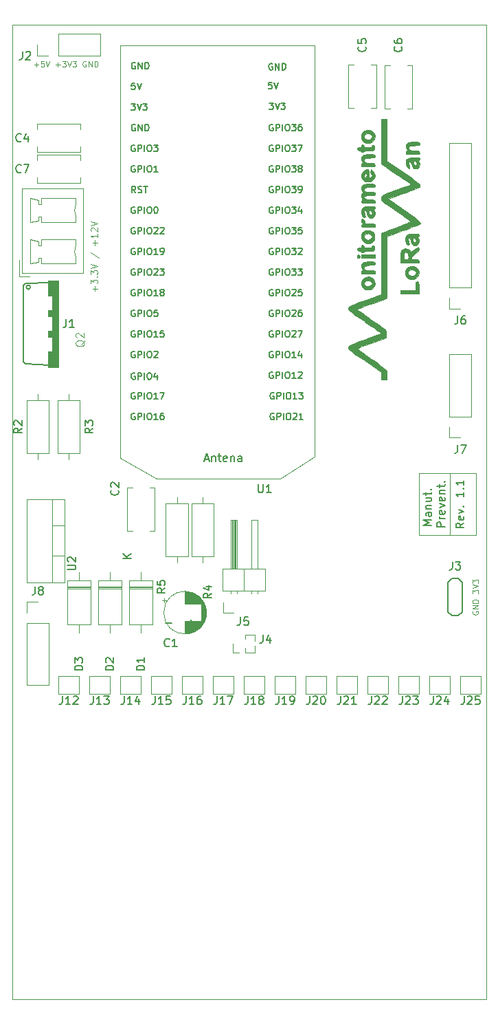
<source format=gbr>
%TF.GenerationSoftware,KiCad,Pcbnew,(5.1.9)-1*%
%TF.CreationDate,2021-03-10T14:32:31-04:00*%
%TF.ProjectId,placa_manutencao_preventiva,706c6163-615f-46d6-916e-7574656e6361,rev?*%
%TF.SameCoordinates,Original*%
%TF.FileFunction,Legend,Top*%
%TF.FilePolarity,Positive*%
%FSLAX46Y46*%
G04 Gerber Fmt 4.6, Leading zero omitted, Abs format (unit mm)*
G04 Created by KiCad (PCBNEW (5.1.9)-1) date 2021-03-10 14:32:31*
%MOMM*%
%LPD*%
G01*
G04 APERTURE LIST*
%ADD10C,0.120000*%
%ADD11C,0.150000*%
%TA.AperFunction,Profile*%
%ADD12C,0.050000*%
%TD*%
%ADD13C,0.070000*%
%ADD14C,0.080000*%
%ADD15C,0.010000*%
%ADD16C,0.127000*%
%ADD17C,0.015000*%
G04 APERTURE END LIST*
D10*
X131775200Y-70231000D02*
X131775200Y-77851000D01*
X127965200Y-70231000D02*
X131140200Y-70231000D01*
X127965200Y-77851000D02*
X127965200Y-70231000D01*
X131140200Y-77851000D02*
X127965200Y-77851000D01*
D11*
X129497580Y-76636238D02*
X128497580Y-76636238D01*
X129211866Y-76302904D01*
X128497580Y-75969571D01*
X129497580Y-75969571D01*
X129497580Y-75064809D02*
X128973771Y-75064809D01*
X128878533Y-75112428D01*
X128830914Y-75207666D01*
X128830914Y-75398142D01*
X128878533Y-75493380D01*
X129449961Y-75064809D02*
X129497580Y-75160047D01*
X129497580Y-75398142D01*
X129449961Y-75493380D01*
X129354723Y-75541000D01*
X129259485Y-75541000D01*
X129164247Y-75493380D01*
X129116628Y-75398142D01*
X129116628Y-75160047D01*
X129069009Y-75064809D01*
X128830914Y-74588619D02*
X129497580Y-74588619D01*
X128926152Y-74588619D02*
X128878533Y-74541000D01*
X128830914Y-74445761D01*
X128830914Y-74302904D01*
X128878533Y-74207666D01*
X128973771Y-74160047D01*
X129497580Y-74160047D01*
X128830914Y-73255285D02*
X129497580Y-73255285D01*
X128830914Y-73683857D02*
X129354723Y-73683857D01*
X129449961Y-73636238D01*
X129497580Y-73541000D01*
X129497580Y-73398142D01*
X129449961Y-73302904D01*
X129402342Y-73255285D01*
X128830914Y-72921952D02*
X128830914Y-72541000D01*
X128497580Y-72779095D02*
X129354723Y-72779095D01*
X129449961Y-72731476D01*
X129497580Y-72636238D01*
X129497580Y-72541000D01*
X129402342Y-72207666D02*
X129449961Y-72160047D01*
X129497580Y-72207666D01*
X129449961Y-72255285D01*
X129402342Y-72207666D01*
X129497580Y-72207666D01*
X131147580Y-76826714D02*
X130147580Y-76826714D01*
X130147580Y-76445761D01*
X130195200Y-76350523D01*
X130242819Y-76302904D01*
X130338057Y-76255285D01*
X130480914Y-76255285D01*
X130576152Y-76302904D01*
X130623771Y-76350523D01*
X130671390Y-76445761D01*
X130671390Y-76826714D01*
X131147580Y-75826714D02*
X130480914Y-75826714D01*
X130671390Y-75826714D02*
X130576152Y-75779095D01*
X130528533Y-75731476D01*
X130480914Y-75636238D01*
X130480914Y-75541000D01*
X131099961Y-74826714D02*
X131147580Y-74921952D01*
X131147580Y-75112428D01*
X131099961Y-75207666D01*
X131004723Y-75255285D01*
X130623771Y-75255285D01*
X130528533Y-75207666D01*
X130480914Y-75112428D01*
X130480914Y-74921952D01*
X130528533Y-74826714D01*
X130623771Y-74779095D01*
X130719009Y-74779095D01*
X130814247Y-75255285D01*
X130480914Y-74445761D02*
X131147580Y-74207666D01*
X130480914Y-73969571D01*
X131099961Y-73207666D02*
X131147580Y-73302904D01*
X131147580Y-73493380D01*
X131099961Y-73588619D01*
X131004723Y-73636238D01*
X130623771Y-73636238D01*
X130528533Y-73588619D01*
X130480914Y-73493380D01*
X130480914Y-73302904D01*
X130528533Y-73207666D01*
X130623771Y-73160047D01*
X130719009Y-73160047D01*
X130814247Y-73636238D01*
X130480914Y-72731476D02*
X131147580Y-72731476D01*
X130576152Y-72731476D02*
X130528533Y-72683857D01*
X130480914Y-72588619D01*
X130480914Y-72445761D01*
X130528533Y-72350523D01*
X130623771Y-72302904D01*
X131147580Y-72302904D01*
X130480914Y-71969571D02*
X130480914Y-71588619D01*
X130147580Y-71826714D02*
X131004723Y-71826714D01*
X131099961Y-71779095D01*
X131147580Y-71683857D01*
X131147580Y-71588619D01*
X131052342Y-71255285D02*
X131099961Y-71207666D01*
X131147580Y-71255285D01*
X131099961Y-71302904D01*
X131052342Y-71255285D01*
X131147580Y-71255285D01*
D12*
X77800200Y-14986000D02*
X136220200Y-14986000D01*
D10*
X134950200Y-77851000D02*
X131140200Y-77851000D01*
X134950200Y-70231000D02*
X134950200Y-77851000D01*
X131140200Y-70231000D02*
X134950200Y-70231000D01*
D11*
X133497580Y-76350523D02*
X133021390Y-76683857D01*
X133497580Y-76921952D02*
X132497580Y-76921952D01*
X132497580Y-76541000D01*
X132545200Y-76445761D01*
X132592819Y-76398142D01*
X132688057Y-76350523D01*
X132830914Y-76350523D01*
X132926152Y-76398142D01*
X132973771Y-76445761D01*
X133021390Y-76541000D01*
X133021390Y-76921952D01*
X133449961Y-75541000D02*
X133497580Y-75636238D01*
X133497580Y-75826714D01*
X133449961Y-75921952D01*
X133354723Y-75969571D01*
X132973771Y-75969571D01*
X132878533Y-75921952D01*
X132830914Y-75826714D01*
X132830914Y-75636238D01*
X132878533Y-75541000D01*
X132973771Y-75493380D01*
X133069009Y-75493380D01*
X133164247Y-75969571D01*
X132830914Y-75160047D02*
X133497580Y-74921952D01*
X132830914Y-74683857D01*
X133402342Y-74302904D02*
X133449961Y-74255285D01*
X133497580Y-74302904D01*
X133449961Y-74350523D01*
X133402342Y-74302904D01*
X133497580Y-74302904D01*
X133497580Y-72541000D02*
X133497580Y-73112428D01*
X133497580Y-72826714D02*
X132497580Y-72826714D01*
X132640438Y-72921952D01*
X132735676Y-73017190D01*
X132783295Y-73112428D01*
X133402342Y-72112428D02*
X133449961Y-72064809D01*
X133497580Y-72112428D01*
X133449961Y-72160047D01*
X133402342Y-72112428D01*
X133497580Y-72112428D01*
X133497580Y-71112428D02*
X133497580Y-71683857D01*
X133497580Y-71398142D02*
X132497580Y-71398142D01*
X132640438Y-71493380D01*
X132735676Y-71588619D01*
X132783295Y-71683857D01*
D12*
X77800200Y-14986000D02*
X77800200Y-135001000D01*
X136220200Y-135001000D02*
X136220200Y-14986000D01*
X77800200Y-135001000D02*
X136220200Y-135001000D01*
D13*
X80529600Y-19912800D02*
X81062933Y-19912800D01*
X80796266Y-20179466D02*
X80796266Y-19646133D01*
X81729600Y-19479466D02*
X81396266Y-19479466D01*
X81362933Y-19812800D01*
X81396266Y-19779466D01*
X81462933Y-19746133D01*
X81629600Y-19746133D01*
X81696266Y-19779466D01*
X81729600Y-19812800D01*
X81762933Y-19879466D01*
X81762933Y-20046133D01*
X81729600Y-20112800D01*
X81696266Y-20146133D01*
X81629600Y-20179466D01*
X81462933Y-20179466D01*
X81396266Y-20146133D01*
X81362933Y-20112800D01*
X81962933Y-19479466D02*
X82196266Y-20179466D01*
X82429600Y-19479466D01*
X83196266Y-19912800D02*
X83729600Y-19912800D01*
X83462933Y-20179466D02*
X83462933Y-19646133D01*
X83996266Y-19479466D02*
X84429600Y-19479466D01*
X84196266Y-19746133D01*
X84296266Y-19746133D01*
X84362933Y-19779466D01*
X84396266Y-19812800D01*
X84429600Y-19879466D01*
X84429600Y-20046133D01*
X84396266Y-20112800D01*
X84362933Y-20146133D01*
X84296266Y-20179466D01*
X84096266Y-20179466D01*
X84029600Y-20146133D01*
X83996266Y-20112800D01*
X84629600Y-19479466D02*
X84862933Y-20179466D01*
X85096266Y-19479466D01*
X85262933Y-19479466D02*
X85696266Y-19479466D01*
X85462933Y-19746133D01*
X85562933Y-19746133D01*
X85629600Y-19779466D01*
X85662933Y-19812800D01*
X85696266Y-19879466D01*
X85696266Y-20046133D01*
X85662933Y-20112800D01*
X85629600Y-20146133D01*
X85562933Y-20179466D01*
X85362933Y-20179466D01*
X85296266Y-20146133D01*
X85262933Y-20112800D01*
X86896266Y-19512800D02*
X86829600Y-19479466D01*
X86729600Y-19479466D01*
X86629600Y-19512800D01*
X86562933Y-19579466D01*
X86529600Y-19646133D01*
X86496266Y-19779466D01*
X86496266Y-19879466D01*
X86529600Y-20012800D01*
X86562933Y-20079466D01*
X86629600Y-20146133D01*
X86729600Y-20179466D01*
X86796266Y-20179466D01*
X86896266Y-20146133D01*
X86929600Y-20112800D01*
X86929600Y-19879466D01*
X86796266Y-19879466D01*
X87229600Y-20179466D02*
X87229600Y-19479466D01*
X87629600Y-20179466D01*
X87629600Y-19479466D01*
X87962933Y-20179466D02*
X87962933Y-19479466D01*
X88129600Y-19479466D01*
X88229600Y-19512800D01*
X88296266Y-19579466D01*
X88329600Y-19646133D01*
X88362933Y-19779466D01*
X88362933Y-19879466D01*
X88329600Y-20012800D01*
X88296266Y-20079466D01*
X88229600Y-20146133D01*
X88129600Y-20179466D01*
X87962933Y-20179466D01*
D11*
X96739295Y-88666628D02*
X97501200Y-88666628D01*
X99501200Y-88666628D02*
X100263104Y-88666628D01*
X99882152Y-89047580D02*
X99882152Y-88285676D01*
D14*
X134600200Y-87237666D02*
X134566866Y-87304333D01*
X134566866Y-87404333D01*
X134600200Y-87504333D01*
X134666866Y-87571000D01*
X134733533Y-87604333D01*
X134866866Y-87637666D01*
X134966866Y-87637666D01*
X135100200Y-87604333D01*
X135166866Y-87571000D01*
X135233533Y-87504333D01*
X135266866Y-87404333D01*
X135266866Y-87337666D01*
X135233533Y-87237666D01*
X135200200Y-87204333D01*
X134966866Y-87204333D01*
X134966866Y-87337666D01*
X135266866Y-86904333D02*
X134566866Y-86904333D01*
X135266866Y-86504333D01*
X134566866Y-86504333D01*
X135266866Y-86171000D02*
X134566866Y-86171000D01*
X134566866Y-86004333D01*
X134600200Y-85904333D01*
X134666866Y-85837666D01*
X134733533Y-85804333D01*
X134866866Y-85771000D01*
X134966866Y-85771000D01*
X135100200Y-85804333D01*
X135166866Y-85837666D01*
X135233533Y-85904333D01*
X135266866Y-86004333D01*
X135266866Y-86171000D01*
X134566866Y-85004333D02*
X134566866Y-84571000D01*
X134833533Y-84804333D01*
X134833533Y-84704333D01*
X134866866Y-84637666D01*
X134900200Y-84604333D01*
X134966866Y-84571000D01*
X135133533Y-84571000D01*
X135200200Y-84604333D01*
X135233533Y-84637666D01*
X135266866Y-84704333D01*
X135266866Y-84904333D01*
X135233533Y-84971000D01*
X135200200Y-85004333D01*
X134566866Y-84371000D02*
X135266866Y-84137666D01*
X134566866Y-83904333D01*
X134566866Y-83737666D02*
X134566866Y-83304333D01*
X134833533Y-83537666D01*
X134833533Y-83437666D01*
X134866866Y-83371000D01*
X134900200Y-83337666D01*
X134966866Y-83304333D01*
X135133533Y-83304333D01*
X135200200Y-83337666D01*
X135233533Y-83371000D01*
X135266866Y-83437666D01*
X135266866Y-83637666D01*
X135233533Y-83704333D01*
X135200200Y-83737666D01*
X88017342Y-47789571D02*
X88017342Y-47180047D01*
X88322104Y-47484809D02*
X87712580Y-47484809D01*
X87522104Y-46875285D02*
X87522104Y-46380047D01*
X87826866Y-46646714D01*
X87826866Y-46532428D01*
X87864961Y-46456238D01*
X87903057Y-46418142D01*
X87979247Y-46380047D01*
X88169723Y-46380047D01*
X88245914Y-46418142D01*
X88284009Y-46456238D01*
X88322104Y-46532428D01*
X88322104Y-46761000D01*
X88284009Y-46837190D01*
X88245914Y-46875285D01*
X88245914Y-46037190D02*
X88284009Y-45999095D01*
X88322104Y-46037190D01*
X88284009Y-46075285D01*
X88245914Y-46037190D01*
X88322104Y-46037190D01*
X87522104Y-45732428D02*
X87522104Y-45237190D01*
X87826866Y-45503857D01*
X87826866Y-45389571D01*
X87864961Y-45313380D01*
X87903057Y-45275285D01*
X87979247Y-45237190D01*
X88169723Y-45237190D01*
X88245914Y-45275285D01*
X88284009Y-45313380D01*
X88322104Y-45389571D01*
X88322104Y-45618142D01*
X88284009Y-45694333D01*
X88245914Y-45732428D01*
X87522104Y-45008619D02*
X88322104Y-44741952D01*
X87522104Y-44475285D01*
X87484009Y-43027666D02*
X88512580Y-43713380D01*
X88017342Y-42151476D02*
X88017342Y-41541952D01*
X88322104Y-41846714D02*
X87712580Y-41846714D01*
X88322104Y-40741952D02*
X88322104Y-41199095D01*
X88322104Y-40970523D02*
X87522104Y-40970523D01*
X87636390Y-41046714D01*
X87712580Y-41122904D01*
X87750676Y-41199095D01*
X87598295Y-40437190D02*
X87560200Y-40399095D01*
X87522104Y-40322904D01*
X87522104Y-40132428D01*
X87560200Y-40056238D01*
X87598295Y-40018142D01*
X87674485Y-39980047D01*
X87750676Y-39980047D01*
X87864961Y-40018142D01*
X88322104Y-40475285D01*
X88322104Y-39980047D01*
X87522104Y-39751476D02*
X88322104Y-39484809D01*
X87522104Y-39218142D01*
D10*
%TO.C,J6*%
X134375200Y-47371000D02*
X131715200Y-47371000D01*
X134375200Y-47371000D02*
X134375200Y-29531000D01*
X134375200Y-29531000D02*
X131715200Y-29531000D01*
X131715200Y-47371000D02*
X131715200Y-29531000D01*
X131715200Y-49971000D02*
X131715200Y-48641000D01*
X133045200Y-49971000D02*
X131715200Y-49971000D01*
%TO.C,D2*%
X91335200Y-84166000D02*
X88395200Y-84166000D01*
X91335200Y-84406000D02*
X88395200Y-84406000D01*
X91335200Y-84286000D02*
X88395200Y-84286000D01*
X89865200Y-89846000D02*
X89865200Y-88826000D01*
X89865200Y-82366000D02*
X89865200Y-83386000D01*
X91335200Y-88826000D02*
X91335200Y-83386000D01*
X88395200Y-88826000D02*
X91335200Y-88826000D01*
X88395200Y-83386000D02*
X88395200Y-88826000D01*
X91335200Y-83386000D02*
X88395200Y-83386000D01*
D15*
%TO.C,G\u002A\u002A\u002A*%
G36*
X120351020Y-43361153D02*
G01*
X120480667Y-43315467D01*
X120613451Y-43365076D01*
X120650000Y-43527134D01*
X120610313Y-43693115D01*
X120480667Y-43738800D01*
X120347882Y-43689192D01*
X120311333Y-43527134D01*
X120351020Y-43361153D01*
G37*
X120351020Y-43361153D02*
X120480667Y-43315467D01*
X120613451Y-43365076D01*
X120650000Y-43527134D01*
X120610313Y-43693115D01*
X120480667Y-43738800D01*
X120347882Y-43689192D01*
X120311333Y-43527134D01*
X120351020Y-43361153D01*
G36*
X120853510Y-28565321D02*
G01*
X120990762Y-28255752D01*
X121236154Y-28039597D01*
X121561949Y-27941737D01*
X121923891Y-27981963D01*
X122239011Y-28154091D01*
X122438466Y-28425302D01*
X122507362Y-28758599D01*
X122430805Y-29116979D01*
X122403916Y-29174465D01*
X122186816Y-29428124D01*
X121868548Y-29559796D01*
X121578661Y-29567002D01*
X121578661Y-29159270D01*
X121825770Y-29134568D01*
X121985828Y-29044333D01*
X122138842Y-28908617D01*
X122163232Y-28765431D01*
X122120119Y-28626239D01*
X121977370Y-28456777D01*
X121755412Y-28384194D01*
X121511565Y-28405205D01*
X121303149Y-28516521D01*
X121196823Y-28679195D01*
X121192191Y-28862506D01*
X121325957Y-29022712D01*
X121578661Y-29159270D01*
X121578661Y-29567002D01*
X121553595Y-29567626D01*
X121196714Y-29462885D01*
X120963229Y-29244105D01*
X120852133Y-28943424D01*
X120853510Y-28565321D01*
G37*
X120853510Y-28565321D02*
X120990762Y-28255752D01*
X121236154Y-28039597D01*
X121561949Y-27941737D01*
X121923891Y-27981963D01*
X122239011Y-28154091D01*
X122438466Y-28425302D01*
X122507362Y-28758599D01*
X122430805Y-29116979D01*
X122403916Y-29174465D01*
X122186816Y-29428124D01*
X121868548Y-29559796D01*
X121578661Y-29567002D01*
X121578661Y-29159270D01*
X121825770Y-29134568D01*
X121985828Y-29044333D01*
X122138842Y-28908617D01*
X122163232Y-28765431D01*
X122120119Y-28626239D01*
X121977370Y-28456777D01*
X121755412Y-28384194D01*
X121511565Y-28405205D01*
X121303149Y-28516521D01*
X121196823Y-28679195D01*
X121192191Y-28862506D01*
X121325957Y-29022712D01*
X121578661Y-29159270D01*
X121578661Y-29567002D01*
X121553595Y-29567626D01*
X121196714Y-29462885D01*
X120963229Y-29244105D01*
X120852133Y-28943424D01*
X120853510Y-28565321D01*
G36*
X120385033Y-30121711D02*
G01*
X120562559Y-30107470D01*
X120565333Y-30107467D01*
X120751253Y-30080857D01*
X120816713Y-29981845D01*
X120819333Y-29938134D01*
X120879202Y-29796630D01*
X120988667Y-29768800D01*
X121130171Y-29828669D01*
X121158000Y-29938134D01*
X121177871Y-30035347D01*
X121264060Y-30086362D01*
X121456425Y-30105430D01*
X121631593Y-30107467D01*
X121909123Y-30098738D01*
X122061754Y-30062753D01*
X122133454Y-29984819D01*
X122150540Y-29934034D01*
X122237943Y-29801669D01*
X122359545Y-29800171D01*
X122463534Y-29914544D01*
X122496096Y-30034047D01*
X122465662Y-30255614D01*
X122384216Y-30393156D01*
X122227381Y-30480163D01*
X121957733Y-30523263D01*
X121702286Y-30530800D01*
X121417096Y-30542883D01*
X121222106Y-30574830D01*
X121158000Y-30615467D01*
X121087087Y-30684257D01*
X120988667Y-30700134D01*
X120851086Y-30664678D01*
X120819333Y-30615467D01*
X120748553Y-30546272D01*
X120652979Y-30530800D01*
X120492544Y-30461330D01*
X120356766Y-30302554D01*
X120311333Y-30155367D01*
X120385033Y-30121711D01*
G37*
X120385033Y-30121711D02*
X120562559Y-30107470D01*
X120565333Y-30107467D01*
X120751253Y-30080857D01*
X120816713Y-29981845D01*
X120819333Y-29938134D01*
X120879202Y-29796630D01*
X120988667Y-29768800D01*
X121130171Y-29828669D01*
X121158000Y-29938134D01*
X121177871Y-30035347D01*
X121264060Y-30086362D01*
X121456425Y-30105430D01*
X121631593Y-30107467D01*
X121909123Y-30098738D01*
X122061754Y-30062753D01*
X122133454Y-29984819D01*
X122150540Y-29934034D01*
X122237943Y-29801669D01*
X122359545Y-29800171D01*
X122463534Y-29914544D01*
X122496096Y-30034047D01*
X122465662Y-30255614D01*
X122384216Y-30393156D01*
X122227381Y-30480163D01*
X121957733Y-30523263D01*
X121702286Y-30530800D01*
X121417096Y-30542883D01*
X121222106Y-30574830D01*
X121158000Y-30615467D01*
X121087087Y-30684257D01*
X120988667Y-30700134D01*
X120851086Y-30664678D01*
X120819333Y-30615467D01*
X120748553Y-30546272D01*
X120652979Y-30530800D01*
X120492544Y-30461330D01*
X120356766Y-30302554D01*
X120311333Y-30155367D01*
X120385033Y-30121711D01*
G36*
X120864777Y-32094538D02*
G01*
X120951134Y-32054800D01*
X121035605Y-32039496D01*
X121015723Y-31963611D01*
X120951134Y-31866628D01*
X120830923Y-31575424D01*
X120869270Y-31294934D01*
X120988666Y-31123467D01*
X121105112Y-31035359D01*
X121265135Y-30983592D01*
X121512310Y-30959449D01*
X121835333Y-30954134D01*
X122171300Y-30956483D01*
X122372475Y-30970600D01*
X122473397Y-31007088D01*
X122508605Y-31076553D01*
X122512667Y-31162091D01*
X122502656Y-31270357D01*
X122448331Y-31334781D01*
X122313249Y-31369390D01*
X122060968Y-31388208D01*
X121907703Y-31394925D01*
X121560472Y-31419835D01*
X121346401Y-31465418D01*
X121229735Y-31540468D01*
X121210639Y-31566379D01*
X121172079Y-31742618D01*
X121291195Y-31884099D01*
X121558828Y-31985052D01*
X121961277Y-32039417D01*
X122258062Y-32063007D01*
X122423571Y-32096882D01*
X122495756Y-32157348D01*
X122512568Y-32260711D01*
X122512667Y-32276330D01*
X122506382Y-32367920D01*
X122466924Y-32426515D01*
X122363386Y-32459484D01*
X122164859Y-32474192D01*
X121840436Y-32478008D01*
X121666000Y-32478134D01*
X120819333Y-32478134D01*
X120819333Y-32266467D01*
X120864777Y-32094538D01*
G37*
X120864777Y-32094538D02*
X120951134Y-32054800D01*
X121035605Y-32039496D01*
X121015723Y-31963611D01*
X120951134Y-31866628D01*
X120830923Y-31575424D01*
X120869270Y-31294934D01*
X120988666Y-31123467D01*
X121105112Y-31035359D01*
X121265135Y-30983592D01*
X121512310Y-30959449D01*
X121835333Y-30954134D01*
X122171300Y-30956483D01*
X122372475Y-30970600D01*
X122473397Y-31007088D01*
X122508605Y-31076553D01*
X122512667Y-31162091D01*
X122502656Y-31270357D01*
X122448331Y-31334781D01*
X122313249Y-31369390D01*
X122060968Y-31388208D01*
X121907703Y-31394925D01*
X121560472Y-31419835D01*
X121346401Y-31465418D01*
X121229735Y-31540468D01*
X121210639Y-31566379D01*
X121172079Y-31742618D01*
X121291195Y-31884099D01*
X121558828Y-31985052D01*
X121961277Y-32039417D01*
X122258062Y-32063007D01*
X122423571Y-32096882D01*
X122495756Y-32157348D01*
X122512568Y-32260711D01*
X122512667Y-32276330D01*
X122506382Y-32367920D01*
X122466924Y-32426515D01*
X122363386Y-32459484D01*
X122164859Y-32474192D01*
X121840436Y-32478008D01*
X121666000Y-32478134D01*
X120819333Y-32478134D01*
X120819333Y-32266467D01*
X120864777Y-32094538D01*
G36*
X120998714Y-33138788D02*
G01*
X121066820Y-33064288D01*
X121298451Y-32890109D01*
X121520357Y-32817094D01*
X121532487Y-32816800D01*
X121652829Y-32826606D01*
X121718096Y-32882416D01*
X121745098Y-33023824D01*
X121750644Y-33290420D01*
X121750667Y-33330689D01*
X121755139Y-33613541D01*
X121778204Y-33764255D01*
X121834330Y-33819976D01*
X121937987Y-33817851D01*
X121940302Y-33817522D01*
X122108368Y-33727217D01*
X122160639Y-33555844D01*
X122082549Y-33358082D01*
X122067615Y-33339668D01*
X121986608Y-33124713D01*
X122000522Y-32986134D01*
X122054656Y-32774467D01*
X122283661Y-33003452D01*
X122474137Y-33299806D01*
X122509060Y-33628927D01*
X122387589Y-33954748D01*
X122308331Y-34060913D01*
X122156188Y-34206932D01*
X121984706Y-34277573D01*
X121725487Y-34298133D01*
X121666000Y-34298467D01*
X121384393Y-34284072D01*
X121367009Y-34278333D01*
X121367009Y-33832800D01*
X121461093Y-33773563D01*
X121495906Y-33579902D01*
X121496667Y-33529412D01*
X121472583Y-33317936D01*
X121403436Y-33257486D01*
X121396882Y-33259284D01*
X121249229Y-33369723D01*
X121180166Y-33538323D01*
X121192721Y-33706949D01*
X121289923Y-33817464D01*
X121367009Y-33832800D01*
X121367009Y-34278333D01*
X121202493Y-34224021D01*
X121051904Y-34093020D01*
X121023669Y-34060913D01*
X120847600Y-33752313D01*
X120839474Y-33440490D01*
X120998714Y-33138788D01*
G37*
X120998714Y-33138788D02*
X121066820Y-33064288D01*
X121298451Y-32890109D01*
X121520357Y-32817094D01*
X121532487Y-32816800D01*
X121652829Y-32826606D01*
X121718096Y-32882416D01*
X121745098Y-33023824D01*
X121750644Y-33290420D01*
X121750667Y-33330689D01*
X121755139Y-33613541D01*
X121778204Y-33764255D01*
X121834330Y-33819976D01*
X121937987Y-33817851D01*
X121940302Y-33817522D01*
X122108368Y-33727217D01*
X122160639Y-33555844D01*
X122082549Y-33358082D01*
X122067615Y-33339668D01*
X121986608Y-33124713D01*
X122000522Y-32986134D01*
X122054656Y-32774467D01*
X122283661Y-33003452D01*
X122474137Y-33299806D01*
X122509060Y-33628927D01*
X122387589Y-33954748D01*
X122308331Y-34060913D01*
X122156188Y-34206932D01*
X121984706Y-34277573D01*
X121725487Y-34298133D01*
X121666000Y-34298467D01*
X121384393Y-34284072D01*
X121367009Y-34278333D01*
X121367009Y-33832800D01*
X121461093Y-33773563D01*
X121495906Y-33579902D01*
X121496667Y-33529412D01*
X121472583Y-33317936D01*
X121403436Y-33257486D01*
X121396882Y-33259284D01*
X121249229Y-33369723D01*
X121180166Y-33538323D01*
X121192721Y-33706949D01*
X121289923Y-33817464D01*
X121367009Y-33832800D01*
X121367009Y-34278333D01*
X121202493Y-34224021D01*
X121051904Y-34093020D01*
X121023669Y-34060913D01*
X120847600Y-33752313D01*
X120839474Y-33440490D01*
X120998714Y-33138788D01*
G36*
X120863088Y-36653046D02*
G01*
X120916141Y-36608642D01*
X120970605Y-36542524D01*
X120916141Y-36395486D01*
X120826047Y-36112044D01*
X120868232Y-35875153D01*
X120944777Y-35781425D01*
X121025247Y-35685144D01*
X120993477Y-35571939D01*
X120944777Y-35498219D01*
X120829525Y-35210877D01*
X120871844Y-34930520D01*
X120988666Y-34764134D01*
X121105112Y-34676026D01*
X121265135Y-34624258D01*
X121512310Y-34600116D01*
X121835333Y-34594800D01*
X122171263Y-34597056D01*
X122372410Y-34611021D01*
X122473325Y-34647491D01*
X122508557Y-34717263D01*
X122512667Y-34806467D01*
X122502848Y-34920803D01*
X122447733Y-34984182D01*
X122308828Y-35011597D01*
X122047643Y-35018041D01*
X121969258Y-35018134D01*
X121581805Y-35028425D01*
X121335662Y-35065090D01*
X121203729Y-35136816D01*
X121158908Y-35252290D01*
X121158000Y-35278213D01*
X121224816Y-35446369D01*
X121431163Y-35554259D01*
X121785887Y-35605382D01*
X121999100Y-35610800D01*
X122282550Y-35615169D01*
X122436253Y-35639143D01*
X122499765Y-35699024D01*
X122512639Y-35811116D01*
X122512667Y-35822467D01*
X122504799Y-35929955D01*
X122457468Y-35993050D01*
X122335077Y-36023569D01*
X122102031Y-36033327D01*
X121875009Y-36034134D01*
X121526200Y-36042559D01*
X121314719Y-36071733D01*
X121209220Y-36127500D01*
X121188204Y-36162212D01*
X121180503Y-36341503D01*
X121321109Y-36462660D01*
X121614781Y-36528119D01*
X121930367Y-36542134D01*
X122236666Y-36545380D01*
X122410863Y-36564138D01*
X122490174Y-36611937D01*
X122511818Y-36702306D01*
X122512667Y-36753800D01*
X122512667Y-36965467D01*
X121666000Y-36965467D01*
X121280051Y-36962921D01*
X121032908Y-36951385D01*
X120894073Y-36925015D01*
X120833048Y-36877964D01*
X120819335Y-36804387D01*
X120819333Y-36803189D01*
X120863088Y-36653046D01*
G37*
X120863088Y-36653046D02*
X120916141Y-36608642D01*
X120970605Y-36542524D01*
X120916141Y-36395486D01*
X120826047Y-36112044D01*
X120868232Y-35875153D01*
X120944777Y-35781425D01*
X121025247Y-35685144D01*
X120993477Y-35571939D01*
X120944777Y-35498219D01*
X120829525Y-35210877D01*
X120871844Y-34930520D01*
X120988666Y-34764134D01*
X121105112Y-34676026D01*
X121265135Y-34624258D01*
X121512310Y-34600116D01*
X121835333Y-34594800D01*
X122171263Y-34597056D01*
X122372410Y-34611021D01*
X122473325Y-34647491D01*
X122508557Y-34717263D01*
X122512667Y-34806467D01*
X122502848Y-34920803D01*
X122447733Y-34984182D01*
X122308828Y-35011597D01*
X122047643Y-35018041D01*
X121969258Y-35018134D01*
X121581805Y-35028425D01*
X121335662Y-35065090D01*
X121203729Y-35136816D01*
X121158908Y-35252290D01*
X121158000Y-35278213D01*
X121224816Y-35446369D01*
X121431163Y-35554259D01*
X121785887Y-35605382D01*
X121999100Y-35610800D01*
X122282550Y-35615169D01*
X122436253Y-35639143D01*
X122499765Y-35699024D01*
X122512639Y-35811116D01*
X122512667Y-35822467D01*
X122504799Y-35929955D01*
X122457468Y-35993050D01*
X122335077Y-36023569D01*
X122102031Y-36033327D01*
X121875009Y-36034134D01*
X121526200Y-36042559D01*
X121314719Y-36071733D01*
X121209220Y-36127500D01*
X121188204Y-36162212D01*
X121180503Y-36341503D01*
X121321109Y-36462660D01*
X121614781Y-36528119D01*
X121930367Y-36542134D01*
X122236666Y-36545380D01*
X122410863Y-36564138D01*
X122490174Y-36611937D01*
X122511818Y-36702306D01*
X122512667Y-36753800D01*
X122512667Y-36965467D01*
X121666000Y-36965467D01*
X121280051Y-36962921D01*
X121032908Y-36951385D01*
X120894073Y-36925015D01*
X120833048Y-36877964D01*
X120819335Y-36804387D01*
X120819333Y-36803189D01*
X120863088Y-36653046D01*
G36*
X120900624Y-37663335D02*
G01*
X120946786Y-37583181D01*
X121031935Y-37491792D01*
X121157895Y-37433661D01*
X121364263Y-37399001D01*
X121690638Y-37378021D01*
X121793650Y-37373842D01*
X122142088Y-37362775D01*
X122354801Y-37367160D01*
X122465212Y-37394577D01*
X122506747Y-37452607D01*
X122512864Y-37536967D01*
X122479705Y-37685642D01*
X122425021Y-37727467D01*
X122380621Y-37779295D01*
X122425021Y-37891234D01*
X122508288Y-38213149D01*
X122440323Y-38537145D01*
X122380866Y-38639962D01*
X122189735Y-38791921D01*
X122052100Y-38806495D01*
X122052100Y-38379330D01*
X122085624Y-38364759D01*
X122165512Y-38230463D01*
X122149918Y-38042966D01*
X122072400Y-37913734D01*
X121908230Y-37816905D01*
X121788627Y-37865817D01*
X121750667Y-38013434D01*
X121799394Y-38208403D01*
X121915107Y-38346348D01*
X122052100Y-38379330D01*
X122052100Y-38806495D01*
X121959648Y-38816285D01*
X121755776Y-38707941D01*
X121739867Y-38690238D01*
X121644623Y-38520858D01*
X121554100Y-38273702D01*
X121536462Y-38209615D01*
X121459212Y-37987924D01*
X121371856Y-37849369D01*
X121346007Y-37832469D01*
X121235995Y-37861275D01*
X121179332Y-37993626D01*
X121193519Y-38167570D01*
X121229304Y-38245534D01*
X121312135Y-38450441D01*
X121315870Y-38632780D01*
X121243245Y-38736224D01*
X121205134Y-38743467D01*
X121036191Y-38668369D01*
X120910617Y-38474967D01*
X120839063Y-38211102D01*
X120832182Y-37924611D01*
X120900624Y-37663335D01*
G37*
X120900624Y-37663335D02*
X120946786Y-37583181D01*
X121031935Y-37491792D01*
X121157895Y-37433661D01*
X121364263Y-37399001D01*
X121690638Y-37378021D01*
X121793650Y-37373842D01*
X122142088Y-37362775D01*
X122354801Y-37367160D01*
X122465212Y-37394577D01*
X122506747Y-37452607D01*
X122512864Y-37536967D01*
X122479705Y-37685642D01*
X122425021Y-37727467D01*
X122380621Y-37779295D01*
X122425021Y-37891234D01*
X122508288Y-38213149D01*
X122440323Y-38537145D01*
X122380866Y-38639962D01*
X122189735Y-38791921D01*
X122052100Y-38806495D01*
X122052100Y-38379330D01*
X122085624Y-38364759D01*
X122165512Y-38230463D01*
X122149918Y-38042966D01*
X122072400Y-37913734D01*
X121908230Y-37816905D01*
X121788627Y-37865817D01*
X121750667Y-38013434D01*
X121799394Y-38208403D01*
X121915107Y-38346348D01*
X122052100Y-38379330D01*
X122052100Y-38806495D01*
X121959648Y-38816285D01*
X121755776Y-38707941D01*
X121739867Y-38690238D01*
X121644623Y-38520858D01*
X121554100Y-38273702D01*
X121536462Y-38209615D01*
X121459212Y-37987924D01*
X121371856Y-37849369D01*
X121346007Y-37832469D01*
X121235995Y-37861275D01*
X121179332Y-37993626D01*
X121193519Y-38167570D01*
X121229304Y-38245534D01*
X121312135Y-38450441D01*
X121315870Y-38632780D01*
X121243245Y-38736224D01*
X121205134Y-38743467D01*
X121036191Y-38668369D01*
X120910617Y-38474967D01*
X120839063Y-38211102D01*
X120832182Y-37924611D01*
X120900624Y-37663335D01*
G36*
X120867485Y-39612988D02*
G01*
X120925167Y-39565439D01*
X120988542Y-39508903D01*
X120925167Y-39414450D01*
X120849518Y-39270454D01*
X120821224Y-39092997D01*
X120844209Y-38952186D01*
X120897075Y-38912800D01*
X121120429Y-38975154D01*
X121235058Y-39140823D01*
X121242667Y-39209134D01*
X121271371Y-39352671D01*
X121376704Y-39442447D01*
X121587492Y-39489572D01*
X121932564Y-39505155D01*
X122011591Y-39505467D01*
X122290742Y-39510096D01*
X122440623Y-39535252D01*
X122501256Y-39597844D01*
X122512665Y-39714779D01*
X122512667Y-39717134D01*
X122512667Y-39928800D01*
X121666000Y-39928800D01*
X121280051Y-39926254D01*
X121032908Y-39914719D01*
X120894073Y-39888348D01*
X120833048Y-39841297D01*
X120819335Y-39767721D01*
X120819333Y-39766523D01*
X120867485Y-39612988D01*
G37*
X120867485Y-39612988D02*
X120925167Y-39565439D01*
X120988542Y-39508903D01*
X120925167Y-39414450D01*
X120849518Y-39270454D01*
X120821224Y-39092997D01*
X120844209Y-38952186D01*
X120897075Y-38912800D01*
X121120429Y-38975154D01*
X121235058Y-39140823D01*
X121242667Y-39209134D01*
X121271371Y-39352671D01*
X121376704Y-39442447D01*
X121587492Y-39489572D01*
X121932564Y-39505155D01*
X122011591Y-39505467D01*
X122290742Y-39510096D01*
X122440623Y-39535252D01*
X122501256Y-39597844D01*
X122512665Y-39714779D01*
X122512667Y-39717134D01*
X122512667Y-39928800D01*
X121666000Y-39928800D01*
X121280051Y-39926254D01*
X121032908Y-39914719D01*
X120894073Y-39888348D01*
X120833048Y-39841297D01*
X120819335Y-39767721D01*
X120819333Y-39766523D01*
X120867485Y-39612988D01*
G36*
X120880730Y-40808761D02*
G01*
X121033725Y-40520814D01*
X121083878Y-40469591D01*
X121326506Y-40345759D01*
X121644069Y-40302497D01*
X121966334Y-40338715D01*
X122223063Y-40453324D01*
X122262705Y-40487876D01*
X122416385Y-40745190D01*
X122480830Y-41076226D01*
X122447188Y-41405671D01*
X122387752Y-41551774D01*
X122169851Y-41784876D01*
X121874511Y-41905536D01*
X121677890Y-41911598D01*
X121677890Y-41481501D01*
X121905177Y-41422845D01*
X122082304Y-41292727D01*
X122159840Y-41107159D01*
X122154681Y-41034015D01*
X122068761Y-40906461D01*
X121898234Y-40778377D01*
X121714136Y-40696177D01*
X121564055Y-40713087D01*
X121433766Y-40778377D01*
X121225835Y-40948777D01*
X121183744Y-41140378D01*
X121270568Y-41320383D01*
X121449877Y-41452684D01*
X121677890Y-41481501D01*
X121677890Y-41911598D01*
X121549270Y-41915564D01*
X121241669Y-41816771D01*
X120999248Y-41610970D01*
X120929802Y-41496224D01*
X120842996Y-41154505D01*
X120880730Y-40808761D01*
G37*
X120880730Y-40808761D02*
X121033725Y-40520814D01*
X121083878Y-40469591D01*
X121326506Y-40345759D01*
X121644069Y-40302497D01*
X121966334Y-40338715D01*
X122223063Y-40453324D01*
X122262705Y-40487876D01*
X122416385Y-40745190D01*
X122480830Y-41076226D01*
X122447188Y-41405671D01*
X122387752Y-41551774D01*
X122169851Y-41784876D01*
X121874511Y-41905536D01*
X121677890Y-41911598D01*
X121677890Y-41481501D01*
X121905177Y-41422845D01*
X122082304Y-41292727D01*
X122159840Y-41107159D01*
X122154681Y-41034015D01*
X122068761Y-40906461D01*
X121898234Y-40778377D01*
X121714136Y-40696177D01*
X121564055Y-40713087D01*
X121433766Y-40778377D01*
X121225835Y-40948777D01*
X121183744Y-41140378D01*
X121270568Y-41320383D01*
X121449877Y-41452684D01*
X121677890Y-41481501D01*
X121677890Y-41911598D01*
X121549270Y-41915564D01*
X121241669Y-41816771D01*
X120999248Y-41610970D01*
X120929802Y-41496224D01*
X120842996Y-41154505D01*
X120880730Y-40808761D01*
G36*
X120385033Y-42483044D02*
G01*
X120562559Y-42468803D01*
X120565333Y-42468800D01*
X120751253Y-42442190D01*
X120816713Y-42343179D01*
X120819333Y-42299467D01*
X120879202Y-42157963D01*
X120988667Y-42130134D01*
X121130171Y-42190002D01*
X121158000Y-42299467D01*
X121177871Y-42396680D01*
X121264060Y-42447695D01*
X121456425Y-42466763D01*
X121631593Y-42468800D01*
X121909123Y-42460071D01*
X122061754Y-42424086D01*
X122133454Y-42346153D01*
X122150540Y-42295367D01*
X122237943Y-42163003D01*
X122359545Y-42161505D01*
X122463534Y-42275877D01*
X122496096Y-42395380D01*
X122465662Y-42616947D01*
X122384216Y-42754490D01*
X122227381Y-42841496D01*
X121957733Y-42884596D01*
X121702286Y-42892134D01*
X121417096Y-42904216D01*
X121222106Y-42936164D01*
X121158000Y-42976800D01*
X121087087Y-43045591D01*
X120988667Y-43061467D01*
X120851086Y-43026011D01*
X120819333Y-42976800D01*
X120748553Y-42907606D01*
X120652979Y-42892134D01*
X120492544Y-42822664D01*
X120356766Y-42663888D01*
X120311333Y-42516700D01*
X120385033Y-42483044D01*
G37*
X120385033Y-42483044D02*
X120562559Y-42468803D01*
X120565333Y-42468800D01*
X120751253Y-42442190D01*
X120816713Y-42343179D01*
X120819333Y-42299467D01*
X120879202Y-42157963D01*
X120988667Y-42130134D01*
X121130171Y-42190002D01*
X121158000Y-42299467D01*
X121177871Y-42396680D01*
X121264060Y-42447695D01*
X121456425Y-42466763D01*
X121631593Y-42468800D01*
X121909123Y-42460071D01*
X122061754Y-42424086D01*
X122133454Y-42346153D01*
X122150540Y-42295367D01*
X122237943Y-42163003D01*
X122359545Y-42161505D01*
X122463534Y-42275877D01*
X122496096Y-42395380D01*
X122465662Y-42616947D01*
X122384216Y-42754490D01*
X122227381Y-42841496D01*
X121957733Y-42884596D01*
X121702286Y-42892134D01*
X121417096Y-42904216D01*
X121222106Y-42936164D01*
X121158000Y-42976800D01*
X121087087Y-43045591D01*
X120988667Y-43061467D01*
X120851086Y-43026011D01*
X120819333Y-42976800D01*
X120748553Y-42907606D01*
X120652979Y-42892134D01*
X120492544Y-42822664D01*
X120356766Y-42663888D01*
X120311333Y-42516700D01*
X120385033Y-42483044D01*
G36*
X122512667Y-43315467D02*
G01*
X122512667Y-43738800D01*
X120819333Y-43738800D01*
X120819333Y-43315467D01*
X122512667Y-43315467D01*
G37*
X122512667Y-43315467D02*
X122512667Y-43738800D01*
X120819333Y-43738800D01*
X120819333Y-43315467D01*
X122512667Y-43315467D01*
G36*
X120862218Y-45306030D02*
G01*
X120942395Y-45262800D01*
X121014599Y-45240864D01*
X120994846Y-45147725D01*
X120929099Y-45025209D01*
X120837956Y-44740582D01*
X120878550Y-44478731D01*
X121039195Y-44286616D01*
X121123543Y-44243806D01*
X121317866Y-44201848D01*
X121614718Y-44172379D01*
X121925512Y-44162134D01*
X122233377Y-44165317D01*
X122408988Y-44183773D01*
X122489411Y-44230866D01*
X122511714Y-44319959D01*
X122512667Y-44373800D01*
X122500385Y-44495570D01*
X122435760Y-44558647D01*
X122277123Y-44582201D01*
X122052512Y-44585467D01*
X121606887Y-44615103D01*
X121311374Y-44702945D01*
X121170260Y-44847395D01*
X121158000Y-44919059D01*
X121220485Y-45091137D01*
X121415640Y-45201755D01*
X121755017Y-45255635D01*
X121999100Y-45262800D01*
X122282550Y-45267169D01*
X122436253Y-45291143D01*
X122499765Y-45351024D01*
X122512639Y-45463116D01*
X122512667Y-45474467D01*
X122512667Y-45686134D01*
X120819333Y-45686134D01*
X120819333Y-45474467D01*
X120862218Y-45306030D01*
G37*
X120862218Y-45306030D02*
X120942395Y-45262800D01*
X121014599Y-45240864D01*
X120994846Y-45147725D01*
X120929099Y-45025209D01*
X120837956Y-44740582D01*
X120878550Y-44478731D01*
X121039195Y-44286616D01*
X121123543Y-44243806D01*
X121317866Y-44201848D01*
X121614718Y-44172379D01*
X121925512Y-44162134D01*
X122233377Y-44165317D01*
X122408988Y-44183773D01*
X122489411Y-44230866D01*
X122511714Y-44319959D01*
X122512667Y-44373800D01*
X122500385Y-44495570D01*
X122435760Y-44558647D01*
X122277123Y-44582201D01*
X122052512Y-44585467D01*
X121606887Y-44615103D01*
X121311374Y-44702945D01*
X121170260Y-44847395D01*
X121158000Y-44919059D01*
X121220485Y-45091137D01*
X121415640Y-45201755D01*
X121755017Y-45255635D01*
X121999100Y-45262800D01*
X122282550Y-45267169D01*
X122436253Y-45291143D01*
X122499765Y-45351024D01*
X122512639Y-45463116D01*
X122512667Y-45474467D01*
X122512667Y-45686134D01*
X120819333Y-45686134D01*
X120819333Y-45474467D01*
X120862218Y-45306030D01*
G36*
X120930117Y-46422699D02*
G01*
X121145494Y-46185432D01*
X121459344Y-46046529D01*
X121666000Y-46024800D01*
X122014235Y-46096729D01*
X122286922Y-46288201D01*
X122461948Y-46562749D01*
X122517199Y-46883904D01*
X122430563Y-47215195D01*
X122410405Y-47252467D01*
X122229674Y-47479020D01*
X121986333Y-47597012D01*
X121731491Y-47622774D01*
X121731491Y-47196445D01*
X121962112Y-47128850D01*
X122126683Y-46995100D01*
X122174000Y-46850920D01*
X122121856Y-46720961D01*
X122033878Y-46602967D01*
X121812950Y-46471840D01*
X121547960Y-46467859D01*
X121312833Y-46588256D01*
X121174305Y-46779428D01*
X121202030Y-46965643D01*
X121291047Y-47077086D01*
X121489556Y-47183864D01*
X121731491Y-47196445D01*
X121731491Y-47622774D01*
X121652359Y-47630774D01*
X121384561Y-47614596D01*
X121205966Y-47539571D01*
X121038526Y-47372971D01*
X120860264Y-47051640D01*
X120829584Y-46723159D01*
X120930117Y-46422699D01*
G37*
X120930117Y-46422699D02*
X121145494Y-46185432D01*
X121459344Y-46046529D01*
X121666000Y-46024800D01*
X122014235Y-46096729D01*
X122286922Y-46288201D01*
X122461948Y-46562749D01*
X122517199Y-46883904D01*
X122430563Y-47215195D01*
X122410405Y-47252467D01*
X122229674Y-47479020D01*
X121986333Y-47597012D01*
X121731491Y-47622774D01*
X121731491Y-47196445D01*
X121962112Y-47128850D01*
X122126683Y-46995100D01*
X122174000Y-46850920D01*
X122121856Y-46720961D01*
X122033878Y-46602967D01*
X121812950Y-46471840D01*
X121547960Y-46467859D01*
X121312833Y-46588256D01*
X121174305Y-46779428D01*
X121202030Y-46965643D01*
X121291047Y-47077086D01*
X121489556Y-47183864D01*
X121731491Y-47196445D01*
X121731491Y-47622774D01*
X121652359Y-47630774D01*
X121384561Y-47614596D01*
X121205966Y-47539571D01*
X121038526Y-47372971D01*
X120860264Y-47051640D01*
X120829584Y-46723159D01*
X120930117Y-46422699D01*
G36*
X126319290Y-41050002D02*
G01*
X126365453Y-40969847D01*
X126450602Y-40878459D01*
X126576562Y-40820328D01*
X126782930Y-40785667D01*
X127109305Y-40764688D01*
X127212317Y-40760508D01*
X127560755Y-40749442D01*
X127773468Y-40753827D01*
X127883879Y-40781243D01*
X127925413Y-40839273D01*
X127931531Y-40923634D01*
X127898371Y-41072309D01*
X127843688Y-41114134D01*
X127799288Y-41165962D01*
X127843688Y-41277901D01*
X127926955Y-41599816D01*
X127858990Y-41923811D01*
X127799532Y-42026628D01*
X127608401Y-42178588D01*
X127470766Y-42193162D01*
X127470766Y-41765997D01*
X127504291Y-41751426D01*
X127584178Y-41617130D01*
X127568585Y-41429633D01*
X127491067Y-41300400D01*
X127326897Y-41203572D01*
X127207294Y-41252484D01*
X127169333Y-41400100D01*
X127218061Y-41595070D01*
X127333774Y-41733015D01*
X127470766Y-41765997D01*
X127470766Y-42193162D01*
X127378314Y-42202952D01*
X127174442Y-42094608D01*
X127158533Y-42076905D01*
X127063289Y-41907525D01*
X126972767Y-41660368D01*
X126955129Y-41596281D01*
X126877879Y-41374590D01*
X126790523Y-41236036D01*
X126764673Y-41219136D01*
X126654662Y-41247942D01*
X126597999Y-41380293D01*
X126612186Y-41554236D01*
X126647971Y-41632200D01*
X126730801Y-41837108D01*
X126734537Y-42019447D01*
X126661911Y-42122891D01*
X126623801Y-42130134D01*
X126454858Y-42055036D01*
X126329284Y-41861634D01*
X126257730Y-41597768D01*
X126250848Y-41311278D01*
X126319290Y-41050002D01*
G37*
X126319290Y-41050002D02*
X126365453Y-40969847D01*
X126450602Y-40878459D01*
X126576562Y-40820328D01*
X126782930Y-40785667D01*
X127109305Y-40764688D01*
X127212317Y-40760508D01*
X127560755Y-40749442D01*
X127773468Y-40753827D01*
X127883879Y-40781243D01*
X127925413Y-40839273D01*
X127931531Y-40923634D01*
X127898371Y-41072309D01*
X127843688Y-41114134D01*
X127799288Y-41165962D01*
X127843688Y-41277901D01*
X127926955Y-41599816D01*
X127858990Y-41923811D01*
X127799532Y-42026628D01*
X127608401Y-42178588D01*
X127470766Y-42193162D01*
X127470766Y-41765997D01*
X127504291Y-41751426D01*
X127584178Y-41617130D01*
X127568585Y-41429633D01*
X127491067Y-41300400D01*
X127326897Y-41203572D01*
X127207294Y-41252484D01*
X127169333Y-41400100D01*
X127218061Y-41595070D01*
X127333774Y-41733015D01*
X127470766Y-41765997D01*
X127470766Y-42193162D01*
X127378314Y-42202952D01*
X127174442Y-42094608D01*
X127158533Y-42076905D01*
X127063289Y-41907525D01*
X126972767Y-41660368D01*
X126955129Y-41596281D01*
X126877879Y-41374590D01*
X126790523Y-41236036D01*
X126764673Y-41219136D01*
X126654662Y-41247942D01*
X126597999Y-41380293D01*
X126612186Y-41554236D01*
X126647971Y-41632200D01*
X126730801Y-41837108D01*
X126734537Y-42019447D01*
X126661911Y-42122891D01*
X126623801Y-42130134D01*
X126454858Y-42055036D01*
X126329284Y-41861634D01*
X126257730Y-41597768D01*
X126250848Y-41311278D01*
X126319290Y-41050002D01*
G36*
X125665816Y-43217985D02*
G01*
X125735418Y-42889161D01*
X125866367Y-42683257D01*
X126070892Y-42579099D01*
X126301500Y-42554764D01*
X126536878Y-42604621D01*
X126753512Y-42729559D01*
X126892846Y-42889442D01*
X126915333Y-42975501D01*
X126975762Y-42971523D01*
X127134288Y-42881258D01*
X127356770Y-42724185D01*
X127359833Y-42721865D01*
X127595896Y-42549643D01*
X127779565Y-42428045D01*
X127867833Y-42384498D01*
X127912711Y-42457781D01*
X127931333Y-42634066D01*
X127903137Y-42802764D01*
X127796047Y-42951829D01*
X127576307Y-43125207D01*
X127529167Y-43157645D01*
X127253536Y-43353896D01*
X127093639Y-43497999D01*
X127019530Y-43624126D01*
X127001296Y-43759967D01*
X127028166Y-43846652D01*
X127135992Y-43891761D01*
X127362673Y-43907386D01*
X127465667Y-43908134D01*
X127732364Y-43913628D01*
X127871230Y-43942669D01*
X127923704Y-44014090D01*
X127931333Y-44119800D01*
X127931333Y-44331467D01*
X126360575Y-44331467D01*
X126360575Y-43908134D01*
X126556401Y-43897161D01*
X126640992Y-43830917D01*
X126660969Y-43659410D01*
X126661333Y-43585649D01*
X126632694Y-43331214D01*
X126562491Y-43130049D01*
X126549904Y-43110776D01*
X126393835Y-43001006D01*
X126274737Y-42989553D01*
X126173697Y-43041027D01*
X126116798Y-43174221D01*
X126087446Y-43430756D01*
X126085409Y-43464427D01*
X126059817Y-43908134D01*
X126360575Y-43908134D01*
X126360575Y-44331467D01*
X125645333Y-44331467D01*
X125645333Y-43690901D01*
X125665816Y-43217985D01*
G37*
X125665816Y-43217985D02*
X125735418Y-42889161D01*
X125866367Y-42683257D01*
X126070892Y-42579099D01*
X126301500Y-42554764D01*
X126536878Y-42604621D01*
X126753512Y-42729559D01*
X126892846Y-42889442D01*
X126915333Y-42975501D01*
X126975762Y-42971523D01*
X127134288Y-42881258D01*
X127356770Y-42724185D01*
X127359833Y-42721865D01*
X127595896Y-42549643D01*
X127779565Y-42428045D01*
X127867833Y-42384498D01*
X127912711Y-42457781D01*
X127931333Y-42634066D01*
X127903137Y-42802764D01*
X127796047Y-42951829D01*
X127576307Y-43125207D01*
X127529167Y-43157645D01*
X127253536Y-43353896D01*
X127093639Y-43497999D01*
X127019530Y-43624126D01*
X127001296Y-43759967D01*
X127028166Y-43846652D01*
X127135992Y-43891761D01*
X127362673Y-43907386D01*
X127465667Y-43908134D01*
X127732364Y-43913628D01*
X127871230Y-43942669D01*
X127923704Y-44014090D01*
X127931333Y-44119800D01*
X127931333Y-44331467D01*
X126360575Y-44331467D01*
X126360575Y-43908134D01*
X126556401Y-43897161D01*
X126640992Y-43830917D01*
X126660969Y-43659410D01*
X126661333Y-43585649D01*
X126632694Y-43331214D01*
X126562491Y-43130049D01*
X126549904Y-43110776D01*
X126393835Y-43001006D01*
X126274737Y-42989553D01*
X126173697Y-43041027D01*
X126116798Y-43174221D01*
X126087446Y-43430756D01*
X126085409Y-43464427D01*
X126059817Y-43908134D01*
X126360575Y-43908134D01*
X126360575Y-44331467D01*
X125645333Y-44331467D01*
X125645333Y-43690901D01*
X125665816Y-43217985D01*
G36*
X126272177Y-45329321D02*
G01*
X126409429Y-45019752D01*
X126654820Y-44803597D01*
X126980616Y-44705737D01*
X127342558Y-44745963D01*
X127657678Y-44918091D01*
X127857132Y-45189302D01*
X127926028Y-45522599D01*
X127849472Y-45880979D01*
X127822583Y-45938465D01*
X127605483Y-46192124D01*
X127287215Y-46323796D01*
X126997327Y-46331002D01*
X126997327Y-45923270D01*
X127244437Y-45898568D01*
X127404494Y-45808333D01*
X127557508Y-45672617D01*
X127581899Y-45529431D01*
X127538786Y-45390239D01*
X127396037Y-45220777D01*
X127174079Y-45148194D01*
X126930232Y-45169205D01*
X126721816Y-45280521D01*
X126615489Y-45443195D01*
X126610858Y-45626506D01*
X126744624Y-45786712D01*
X126997327Y-45923270D01*
X126997327Y-46331002D01*
X126972262Y-46331626D01*
X126615380Y-46226885D01*
X126381896Y-46008105D01*
X126270799Y-45707424D01*
X126272177Y-45329321D01*
G37*
X126272177Y-45329321D02*
X126409429Y-45019752D01*
X126654820Y-44803597D01*
X126980616Y-44705737D01*
X127342558Y-44745963D01*
X127657678Y-44918091D01*
X127857132Y-45189302D01*
X127926028Y-45522599D01*
X127849472Y-45880979D01*
X127822583Y-45938465D01*
X127605483Y-46192124D01*
X127287215Y-46323796D01*
X126997327Y-46331002D01*
X126997327Y-45923270D01*
X127244437Y-45898568D01*
X127404494Y-45808333D01*
X127557508Y-45672617D01*
X127581899Y-45529431D01*
X127538786Y-45390239D01*
X127396037Y-45220777D01*
X127174079Y-45148194D01*
X126930232Y-45169205D01*
X126721816Y-45280521D01*
X126615489Y-45443195D01*
X126610858Y-45626506D01*
X126744624Y-45786712D01*
X126997327Y-45923270D01*
X126997327Y-46331002D01*
X126972262Y-46331626D01*
X126615380Y-46226885D01*
X126381896Y-46008105D01*
X126270799Y-45707424D01*
X126272177Y-45329321D01*
G36*
X127508000Y-47718134D02*
G01*
X127508000Y-47167800D01*
X127511711Y-46871965D01*
X127532655Y-46707188D01*
X127585546Y-46635213D01*
X127685096Y-46617785D01*
X127719667Y-46617467D01*
X127819866Y-46623535D01*
X127882079Y-46663461D01*
X127915359Y-46769831D01*
X127928757Y-46975230D01*
X127931323Y-47312244D01*
X127931333Y-47379467D01*
X127931333Y-48141467D01*
X125645333Y-48141467D01*
X125645333Y-47718134D01*
X127508000Y-47718134D01*
G37*
X127508000Y-47718134D02*
X127508000Y-47167800D01*
X127511711Y-46871965D01*
X127532655Y-46707188D01*
X127585546Y-46635213D01*
X127685096Y-46617785D01*
X127719667Y-46617467D01*
X127819866Y-46623535D01*
X127882079Y-46663461D01*
X127915359Y-46769831D01*
X127928757Y-46975230D01*
X127931323Y-47312244D01*
X127931333Y-47379467D01*
X127931333Y-48141467D01*
X125645333Y-48141467D01*
X125645333Y-47718134D01*
X127508000Y-47718134D01*
G36*
X126368111Y-30570538D02*
G01*
X126454467Y-30530800D01*
X126538938Y-30515496D01*
X126519056Y-30439611D01*
X126454467Y-30342628D01*
X126334256Y-30051424D01*
X126372603Y-29770934D01*
X126492000Y-29599467D01*
X126608446Y-29511359D01*
X126768468Y-29459592D01*
X127015643Y-29435449D01*
X127338667Y-29430134D01*
X127674633Y-29432483D01*
X127875808Y-29446600D01*
X127976731Y-29483088D01*
X128011939Y-29552553D01*
X128016000Y-29638091D01*
X128005990Y-29746357D01*
X127951664Y-29810781D01*
X127816582Y-29845390D01*
X127564302Y-29864208D01*
X127411037Y-29870925D01*
X127063805Y-29895835D01*
X126849734Y-29941418D01*
X126733069Y-30016468D01*
X126713972Y-30042379D01*
X126675412Y-30218618D01*
X126794528Y-30360099D01*
X127062162Y-30461052D01*
X127464610Y-30515417D01*
X127761395Y-30539007D01*
X127926904Y-30572882D01*
X127999089Y-30633348D01*
X128015901Y-30736711D01*
X128016000Y-30752330D01*
X128009716Y-30843920D01*
X127970258Y-30902515D01*
X127866719Y-30935484D01*
X127668192Y-30950192D01*
X127343769Y-30954008D01*
X127169333Y-30954134D01*
X126322667Y-30954134D01*
X126322667Y-30742467D01*
X126368111Y-30570538D01*
G37*
X126368111Y-30570538D02*
X126454467Y-30530800D01*
X126538938Y-30515496D01*
X126519056Y-30439611D01*
X126454467Y-30342628D01*
X126334256Y-30051424D01*
X126372603Y-29770934D01*
X126492000Y-29599467D01*
X126608446Y-29511359D01*
X126768468Y-29459592D01*
X127015643Y-29435449D01*
X127338667Y-29430134D01*
X127674633Y-29432483D01*
X127875808Y-29446600D01*
X127976731Y-29483088D01*
X128011939Y-29552553D01*
X128016000Y-29638091D01*
X128005990Y-29746357D01*
X127951664Y-29810781D01*
X127816582Y-29845390D01*
X127564302Y-29864208D01*
X127411037Y-29870925D01*
X127063805Y-29895835D01*
X126849734Y-29941418D01*
X126733069Y-30016468D01*
X126713972Y-30042379D01*
X126675412Y-30218618D01*
X126794528Y-30360099D01*
X127062162Y-30461052D01*
X127464610Y-30515417D01*
X127761395Y-30539007D01*
X127926904Y-30572882D01*
X127999089Y-30633348D01*
X128015901Y-30736711D01*
X128016000Y-30752330D01*
X128009716Y-30843920D01*
X127970258Y-30902515D01*
X127866719Y-30935484D01*
X127668192Y-30950192D01*
X127343769Y-30954008D01*
X127169333Y-30954134D01*
X126322667Y-30954134D01*
X126322667Y-30742467D01*
X126368111Y-30570538D01*
G36*
X126360702Y-31696121D02*
G01*
X126470833Y-31528464D01*
X126657717Y-31445569D01*
X126995520Y-31383486D01*
X127317500Y-31354015D01*
X127659428Y-31333703D01*
X127866321Y-31332354D01*
X127972099Y-31357664D01*
X128010684Y-31417328D01*
X128016000Y-31512473D01*
X127984935Y-31667700D01*
X127928354Y-31716134D01*
X127883954Y-31767962D01*
X127928354Y-31879901D01*
X128009821Y-32162856D01*
X127977257Y-32440094D01*
X127878380Y-32603659D01*
X127672572Y-32705026D01*
X127509613Y-32713750D01*
X127509613Y-32308800D01*
X127643285Y-32248127D01*
X127686553Y-32106239D01*
X127642160Y-31943337D01*
X127512844Y-31819622D01*
X127486833Y-31808369D01*
X127321485Y-31781096D01*
X127258688Y-31873540D01*
X127289302Y-32099259D01*
X127289680Y-32100767D01*
X127393948Y-32272961D01*
X127509613Y-32308800D01*
X127509613Y-32713750D01*
X127476213Y-32715539D01*
X127313096Y-32681527D01*
X127206427Y-32590122D01*
X127116801Y-32397590D01*
X127071583Y-32266467D01*
X126965440Y-32014376D01*
X126852192Y-31850697D01*
X126796416Y-31815759D01*
X126692455Y-31856378D01*
X126661492Y-32000728D01*
X126707429Y-32197942D01*
X126759362Y-32298734D01*
X126813176Y-32496263D01*
X126795489Y-32615085D01*
X126744746Y-32707505D01*
X126675462Y-32692504D01*
X126546460Y-32558044D01*
X126528127Y-32536913D01*
X126377295Y-32271990D01*
X126320354Y-31971800D01*
X126360702Y-31696121D01*
G37*
X126360702Y-31696121D02*
X126470833Y-31528464D01*
X126657717Y-31445569D01*
X126995520Y-31383486D01*
X127317500Y-31354015D01*
X127659428Y-31333703D01*
X127866321Y-31332354D01*
X127972099Y-31357664D01*
X128010684Y-31417328D01*
X128016000Y-31512473D01*
X127984935Y-31667700D01*
X127928354Y-31716134D01*
X127883954Y-31767962D01*
X127928354Y-31879901D01*
X128009821Y-32162856D01*
X127977257Y-32440094D01*
X127878380Y-32603659D01*
X127672572Y-32705026D01*
X127509613Y-32713750D01*
X127509613Y-32308800D01*
X127643285Y-32248127D01*
X127686553Y-32106239D01*
X127642160Y-31943337D01*
X127512844Y-31819622D01*
X127486833Y-31808369D01*
X127321485Y-31781096D01*
X127258688Y-31873540D01*
X127289302Y-32099259D01*
X127289680Y-32100767D01*
X127393948Y-32272961D01*
X127509613Y-32308800D01*
X127509613Y-32713750D01*
X127476213Y-32715539D01*
X127313096Y-32681527D01*
X127206427Y-32590122D01*
X127116801Y-32397590D01*
X127071583Y-32266467D01*
X126965440Y-32014376D01*
X126852192Y-31850697D01*
X126796416Y-31815759D01*
X126692455Y-31856378D01*
X126661492Y-32000728D01*
X126707429Y-32197942D01*
X126759362Y-32298734D01*
X126813176Y-32496263D01*
X126795489Y-32615085D01*
X126744746Y-32707505D01*
X126675462Y-32692504D01*
X126546460Y-32558044D01*
X126528127Y-32536913D01*
X126377295Y-32271990D01*
X126320354Y-31971800D01*
X126360702Y-31696121D01*
G36*
X119236383Y-49819720D02*
G01*
X119379172Y-49667059D01*
X119658352Y-49513575D01*
X120074078Y-49344601D01*
X120626507Y-49145475D01*
X121262970Y-48920416D01*
X123272940Y-48202827D01*
X123294970Y-44434544D01*
X123317000Y-40666260D01*
X123994333Y-40376118D01*
X124351151Y-40229269D01*
X124806473Y-40050509D01*
X125298875Y-39863581D01*
X125719790Y-39709131D01*
X126119772Y-39563622D01*
X126466464Y-39434328D01*
X126726256Y-39334010D01*
X126865536Y-39275430D01*
X126874518Y-39270709D01*
X126872422Y-39226897D01*
X126787155Y-39133846D01*
X126610455Y-38985485D01*
X126334059Y-38775740D01*
X125949704Y-38498539D01*
X125449128Y-38147808D01*
X124824070Y-37717474D01*
X124066265Y-37201465D01*
X123976270Y-37140447D01*
X123654511Y-36917244D01*
X123449905Y-36756428D01*
X123336322Y-36630145D01*
X123287629Y-36510541D01*
X123277770Y-36395919D01*
X123284877Y-36267968D01*
X123322212Y-36159369D01*
X123408976Y-36059161D01*
X123564373Y-35956381D01*
X123807605Y-35840067D01*
X124157877Y-35699257D01*
X124634390Y-35522988D01*
X125098506Y-35356524D01*
X125578125Y-35184974D01*
X126017052Y-35026972D01*
X126384314Y-34893746D01*
X126648939Y-34796522D01*
X126769125Y-34750940D01*
X126860401Y-34710087D01*
X126898627Y-34665355D01*
X126867331Y-34599109D01*
X126750041Y-34493717D01*
X126530283Y-34331544D01*
X126191587Y-34094956D01*
X126091792Y-34025850D01*
X125635081Y-33712056D01*
X125109210Y-33354441D01*
X124586591Y-33002086D01*
X124227167Y-32762060D01*
X123274667Y-32129720D01*
X123274667Y-26636134D01*
X123952000Y-26636134D01*
X123954928Y-29197300D01*
X123957855Y-31758467D01*
X125993947Y-33145668D01*
X126515655Y-33504235D01*
X126991281Y-33837113D01*
X127402773Y-34131188D01*
X127732076Y-34373348D01*
X127961137Y-34550480D01*
X128071902Y-34649469D01*
X128078827Y-34660010D01*
X128080124Y-34837590D01*
X128048250Y-34912971D01*
X128017388Y-34955149D01*
X127969585Y-34996745D01*
X127887177Y-35044847D01*
X127752500Y-35106542D01*
X127547889Y-35188918D01*
X127255681Y-35299062D01*
X126858211Y-35444063D01*
X126337815Y-35631009D01*
X125676830Y-35866986D01*
X125621212Y-35886817D01*
X124115424Y-36423700D01*
X126086879Y-37775412D01*
X126706345Y-38203009D01*
X127195599Y-38548996D01*
X127566267Y-38824257D01*
X127829977Y-39039674D01*
X127998358Y-39206132D01*
X128083037Y-39334513D01*
X128095641Y-39435701D01*
X128047798Y-39520580D01*
X127998919Y-39565059D01*
X127891235Y-39616673D01*
X127646932Y-39715500D01*
X127289196Y-39852754D01*
X126841212Y-40019646D01*
X126326167Y-40207388D01*
X125920500Y-40352792D01*
X123952000Y-41053419D01*
X123952000Y-48652207D01*
X123676833Y-48773309D01*
X123509163Y-48840001D01*
X123213011Y-48950630D01*
X122819901Y-49093709D01*
X122361357Y-49257751D01*
X121925675Y-49411402D01*
X121450776Y-49578931D01*
X121027910Y-49730349D01*
X120684395Y-49855693D01*
X120447546Y-49945001D01*
X120346156Y-49987430D01*
X120380564Y-50051943D01*
X120547428Y-50200262D01*
X120836702Y-50424716D01*
X121238343Y-50717635D01*
X121742307Y-51071347D01*
X121975649Y-51231800D01*
X122460624Y-51565572D01*
X122903582Y-51874341D01*
X123283761Y-52143321D01*
X123580400Y-52357723D01*
X123772737Y-52502762D01*
X123835340Y-52556331D01*
X123925353Y-52768913D01*
X123935838Y-53103050D01*
X123909667Y-53510571D01*
X122301000Y-54086910D01*
X121795549Y-54269144D01*
X121332000Y-54438414D01*
X120938813Y-54584156D01*
X120644448Y-54695810D01*
X120477365Y-54762813D01*
X120466120Y-54767858D01*
X120392544Y-54806504D01*
X120359348Y-54849656D01*
X120381751Y-54911181D01*
X120474969Y-55004947D01*
X120654219Y-55144823D01*
X120934717Y-55344677D01*
X121331681Y-55618377D01*
X121602807Y-55803800D01*
X122066698Y-56125393D01*
X122518884Y-56447149D01*
X122926281Y-56744920D01*
X123255808Y-56994563D01*
X123458847Y-57158467D01*
X123951988Y-57581800D01*
X123952000Y-58724800D01*
X123274667Y-58724800D01*
X123268811Y-57751134D01*
X121235101Y-56365562D01*
X120562815Y-55909897D01*
X120025985Y-55541394D01*
X119624772Y-55245388D01*
X119359335Y-55007212D01*
X119229836Y-54812200D01*
X119236436Y-54645686D01*
X119379296Y-54493004D01*
X119658576Y-54339486D01*
X120074438Y-54170468D01*
X120627042Y-53971282D01*
X121263833Y-53746107D01*
X121811491Y-53548590D01*
X122302149Y-53367803D01*
X122714533Y-53211899D01*
X123027366Y-53089031D01*
X123219374Y-53007351D01*
X123271739Y-52976672D01*
X123203732Y-52917721D01*
X123012906Y-52776278D01*
X122716737Y-52564674D01*
X122332699Y-52295240D01*
X121878268Y-51980307D01*
X121370919Y-51632206D01*
X121235101Y-51539562D01*
X120562826Y-51083901D01*
X120026005Y-50715401D01*
X119624795Y-50419396D01*
X119359350Y-50181224D01*
X119229827Y-49986220D01*
X119236383Y-49819720D01*
G37*
X119236383Y-49819720D02*
X119379172Y-49667059D01*
X119658352Y-49513575D01*
X120074078Y-49344601D01*
X120626507Y-49145475D01*
X121262970Y-48920416D01*
X123272940Y-48202827D01*
X123294970Y-44434544D01*
X123317000Y-40666260D01*
X123994333Y-40376118D01*
X124351151Y-40229269D01*
X124806473Y-40050509D01*
X125298875Y-39863581D01*
X125719790Y-39709131D01*
X126119772Y-39563622D01*
X126466464Y-39434328D01*
X126726256Y-39334010D01*
X126865536Y-39275430D01*
X126874518Y-39270709D01*
X126872422Y-39226897D01*
X126787155Y-39133846D01*
X126610455Y-38985485D01*
X126334059Y-38775740D01*
X125949704Y-38498539D01*
X125449128Y-38147808D01*
X124824070Y-37717474D01*
X124066265Y-37201465D01*
X123976270Y-37140447D01*
X123654511Y-36917244D01*
X123449905Y-36756428D01*
X123336322Y-36630145D01*
X123287629Y-36510541D01*
X123277770Y-36395919D01*
X123284877Y-36267968D01*
X123322212Y-36159369D01*
X123408976Y-36059161D01*
X123564373Y-35956381D01*
X123807605Y-35840067D01*
X124157877Y-35699257D01*
X124634390Y-35522988D01*
X125098506Y-35356524D01*
X125578125Y-35184974D01*
X126017052Y-35026972D01*
X126384314Y-34893746D01*
X126648939Y-34796522D01*
X126769125Y-34750940D01*
X126860401Y-34710087D01*
X126898627Y-34665355D01*
X126867331Y-34599109D01*
X126750041Y-34493717D01*
X126530283Y-34331544D01*
X126191587Y-34094956D01*
X126091792Y-34025850D01*
X125635081Y-33712056D01*
X125109210Y-33354441D01*
X124586591Y-33002086D01*
X124227167Y-32762060D01*
X123274667Y-32129720D01*
X123274667Y-26636134D01*
X123952000Y-26636134D01*
X123954928Y-29197300D01*
X123957855Y-31758467D01*
X125993947Y-33145668D01*
X126515655Y-33504235D01*
X126991281Y-33837113D01*
X127402773Y-34131188D01*
X127732076Y-34373348D01*
X127961137Y-34550480D01*
X128071902Y-34649469D01*
X128078827Y-34660010D01*
X128080124Y-34837590D01*
X128048250Y-34912971D01*
X128017388Y-34955149D01*
X127969585Y-34996745D01*
X127887177Y-35044847D01*
X127752500Y-35106542D01*
X127547889Y-35188918D01*
X127255681Y-35299062D01*
X126858211Y-35444063D01*
X126337815Y-35631009D01*
X125676830Y-35866986D01*
X125621212Y-35886817D01*
X124115424Y-36423700D01*
X126086879Y-37775412D01*
X126706345Y-38203009D01*
X127195599Y-38548996D01*
X127566267Y-38824257D01*
X127829977Y-39039674D01*
X127998358Y-39206132D01*
X128083037Y-39334513D01*
X128095641Y-39435701D01*
X128047798Y-39520580D01*
X127998919Y-39565059D01*
X127891235Y-39616673D01*
X127646932Y-39715500D01*
X127289196Y-39852754D01*
X126841212Y-40019646D01*
X126326167Y-40207388D01*
X125920500Y-40352792D01*
X123952000Y-41053419D01*
X123952000Y-48652207D01*
X123676833Y-48773309D01*
X123509163Y-48840001D01*
X123213011Y-48950630D01*
X122819901Y-49093709D01*
X122361357Y-49257751D01*
X121925675Y-49411402D01*
X121450776Y-49578931D01*
X121027910Y-49730349D01*
X120684395Y-49855693D01*
X120447546Y-49945001D01*
X120346156Y-49987430D01*
X120380564Y-50051943D01*
X120547428Y-50200262D01*
X120836702Y-50424716D01*
X121238343Y-50717635D01*
X121742307Y-51071347D01*
X121975649Y-51231800D01*
X122460624Y-51565572D01*
X122903582Y-51874341D01*
X123283761Y-52143321D01*
X123580400Y-52357723D01*
X123772737Y-52502762D01*
X123835340Y-52556331D01*
X123925353Y-52768913D01*
X123935838Y-53103050D01*
X123909667Y-53510571D01*
X122301000Y-54086910D01*
X121795549Y-54269144D01*
X121332000Y-54438414D01*
X120938813Y-54584156D01*
X120644448Y-54695810D01*
X120477365Y-54762813D01*
X120466120Y-54767858D01*
X120392544Y-54806504D01*
X120359348Y-54849656D01*
X120381751Y-54911181D01*
X120474969Y-55004947D01*
X120654219Y-55144823D01*
X120934717Y-55344677D01*
X121331681Y-55618377D01*
X121602807Y-55803800D01*
X122066698Y-56125393D01*
X122518884Y-56447149D01*
X122926281Y-56744920D01*
X123255808Y-56994563D01*
X123458847Y-57158467D01*
X123951988Y-57581800D01*
X123952000Y-58724800D01*
X123274667Y-58724800D01*
X123268811Y-57751134D01*
X121235101Y-56365562D01*
X120562815Y-55909897D01*
X120025985Y-55541394D01*
X119624772Y-55245388D01*
X119359335Y-55007212D01*
X119229836Y-54812200D01*
X119236436Y-54645686D01*
X119379296Y-54493004D01*
X119658576Y-54339486D01*
X120074438Y-54170468D01*
X120627042Y-53971282D01*
X121263833Y-53746107D01*
X121811491Y-53548590D01*
X122302149Y-53367803D01*
X122714533Y-53211899D01*
X123027366Y-53089031D01*
X123219374Y-53007351D01*
X123271739Y-52976672D01*
X123203732Y-52917721D01*
X123012906Y-52776278D01*
X122716737Y-52564674D01*
X122332699Y-52295240D01*
X121878268Y-51980307D01*
X121370919Y-51632206D01*
X121235101Y-51539562D01*
X120562826Y-51083901D01*
X120026005Y-50715401D01*
X119624795Y-50419396D01*
X119359350Y-50181224D01*
X119229827Y-49986220D01*
X119236383Y-49819720D01*
D10*
%TO.C,J1*%
X79055200Y-45576000D02*
X86525200Y-45576000D01*
X86525200Y-45576000D02*
X86525200Y-35196000D01*
X86525200Y-35196000D02*
X79055200Y-35196000D01*
X79055200Y-35196000D02*
X79055200Y-45576000D01*
X85665200Y-43676000D02*
X85665200Y-44426000D01*
X85665200Y-44426000D02*
X81365200Y-44426000D01*
X81365200Y-44426000D02*
X81365200Y-43676000D01*
X81365200Y-43676000D02*
X81015200Y-43676000D01*
X81015200Y-43676000D02*
X81015200Y-44176000D01*
X81015200Y-44176000D02*
X80015200Y-44426000D01*
X80015200Y-44426000D02*
X80015200Y-41426000D01*
X80015200Y-41426000D02*
X81015200Y-41676000D01*
X81015200Y-41676000D02*
X81015200Y-42176000D01*
X81015200Y-42176000D02*
X81365200Y-42176000D01*
X81365200Y-42176000D02*
X81365200Y-41426000D01*
X81365200Y-41426000D02*
X85665200Y-41426000D01*
X85665200Y-41426000D02*
X85665200Y-42176000D01*
X85665200Y-38596000D02*
X85665200Y-39346000D01*
X85665200Y-39346000D02*
X81365200Y-39346000D01*
X81365200Y-39346000D02*
X81365200Y-38596000D01*
X81365200Y-38596000D02*
X81015200Y-38596000D01*
X81015200Y-38596000D02*
X81015200Y-39096000D01*
X81015200Y-39096000D02*
X80015200Y-39346000D01*
X80015200Y-39346000D02*
X80015200Y-36346000D01*
X80015200Y-36346000D02*
X81015200Y-36596000D01*
X81015200Y-36596000D02*
X81015200Y-37096000D01*
X81015200Y-37096000D02*
X81365200Y-37096000D01*
X81365200Y-37096000D02*
X81365200Y-36346000D01*
X81365200Y-36346000D02*
X85665200Y-36346000D01*
X85665200Y-36346000D02*
X85665200Y-37096000D01*
X79915200Y-45966000D02*
X78665200Y-45966000D01*
X78665200Y-45966000D02*
X78665200Y-43966000D01*
X85665045Y-42176353D02*
G75*
G03*
X85665200Y-43676000I1700155J-749647D01*
G01*
X85665045Y-37096353D02*
G75*
G03*
X85665200Y-38596000I1700155J-749647D01*
G01*
%TO.C,J2*%
X88655200Y-18805200D02*
X88655200Y-16145200D01*
X83515200Y-18805200D02*
X88655200Y-18805200D01*
X83515200Y-16145200D02*
X88655200Y-16145200D01*
X83515200Y-18805200D02*
X83515200Y-16145200D01*
X82245200Y-18805200D02*
X80915200Y-18805200D01*
X80915200Y-18805200D02*
X80915200Y-17475200D01*
%TO.C,J5*%
X103775200Y-84666000D02*
X108975200Y-84666000D01*
X108975200Y-84666000D02*
X108975200Y-82006000D01*
X108975200Y-82006000D02*
X103775200Y-82006000D01*
X103775200Y-82006000D02*
X103775200Y-84666000D01*
X104725200Y-82006000D02*
X104725200Y-76006000D01*
X104725200Y-76006000D02*
X105485200Y-76006000D01*
X105485200Y-76006000D02*
X105485200Y-82006000D01*
X104785200Y-82006000D02*
X104785200Y-76006000D01*
X104905200Y-82006000D02*
X104905200Y-76006000D01*
X105025200Y-82006000D02*
X105025200Y-76006000D01*
X105145200Y-82006000D02*
X105145200Y-76006000D01*
X105265200Y-82006000D02*
X105265200Y-76006000D01*
X105385200Y-82006000D02*
X105385200Y-76006000D01*
X104725200Y-84996000D02*
X104725200Y-84666000D01*
X105485200Y-84996000D02*
X105485200Y-84666000D01*
X106375200Y-84666000D02*
X106375200Y-82006000D01*
X107265200Y-82006000D02*
X107265200Y-76006000D01*
X107265200Y-76006000D02*
X108025200Y-76006000D01*
X108025200Y-76006000D02*
X108025200Y-82006000D01*
X107265200Y-85063071D02*
X107265200Y-84666000D01*
X108025200Y-85063071D02*
X108025200Y-84666000D01*
X105105200Y-87376000D02*
X103835200Y-87376000D01*
X103835200Y-87376000D02*
X103835200Y-86106000D01*
%TO.C,J7*%
X134375200Y-63246000D02*
X131715200Y-63246000D01*
X134375200Y-63246000D02*
X134375200Y-55566000D01*
X134375200Y-55566000D02*
X131715200Y-55566000D01*
X131715200Y-63246000D02*
X131715200Y-55566000D01*
X131715200Y-65846000D02*
X131715200Y-64516000D01*
X133045200Y-65846000D02*
X131715200Y-65846000D01*
D16*
%TO.C,Q2*%
X82372200Y-56896000D02*
X79451200Y-56769000D01*
X79197200Y-56515000D02*
X79451200Y-56769000D01*
X79197200Y-56515000D02*
X79197200Y-47117000D01*
X79451200Y-46863000D02*
X79197200Y-47117000D01*
X79451200Y-46863000D02*
X82372200Y-46736000D01*
X80060800Y-47320200D02*
G75*
G03*
X80060800Y-47320200I-254000J0D01*
G01*
D15*
G36*
X83515200Y-46475560D02*
G01*
X83515200Y-57150000D01*
X82752281Y-57150000D01*
X82752281Y-46475560D01*
X83515200Y-46475560D01*
G37*
X83515200Y-46475560D02*
X83515200Y-57150000D01*
X82752281Y-57150000D01*
X82752281Y-46475560D01*
X83515200Y-46475560D01*
G36*
X82753200Y-46479280D02*
G01*
X82753200Y-48387000D01*
X82244550Y-48387000D01*
X82244550Y-46479280D01*
X82753200Y-46479280D01*
G37*
X82753200Y-46479280D02*
X82753200Y-48387000D01*
X82244550Y-48387000D01*
X82244550Y-46479280D01*
X82753200Y-46479280D01*
G36*
X82753200Y-50162460D02*
G01*
X82753200Y-50927000D01*
X82243240Y-50927000D01*
X82243240Y-50162460D01*
X82753200Y-50162460D01*
G37*
X82753200Y-50162460D02*
X82753200Y-50927000D01*
X82243240Y-50927000D01*
X82243240Y-50162460D01*
X82753200Y-50162460D01*
G36*
X82753200Y-52705697D02*
G01*
X82753200Y-53467000D01*
X82244200Y-53467000D01*
X82244200Y-52705697D01*
X82753200Y-52705697D01*
G37*
X82753200Y-52705697D02*
X82753200Y-53467000D01*
X82244200Y-53467000D01*
X82244200Y-52705697D01*
X82753200Y-52705697D01*
G36*
X82753200Y-55247580D02*
G01*
X82753200Y-57150000D01*
X82244240Y-57150000D01*
X82244240Y-55247580D01*
X82753200Y-55247580D01*
G37*
X82753200Y-55247580D02*
X82753200Y-57150000D01*
X82244240Y-57150000D01*
X82244240Y-55247580D01*
X82753200Y-55247580D01*
D10*
%TO.C,R2*%
X80975200Y-68556000D02*
X80975200Y-67786000D01*
X80975200Y-60476000D02*
X80975200Y-61246000D01*
X82345200Y-67786000D02*
X82345200Y-61246000D01*
X79605200Y-67786000D02*
X82345200Y-67786000D01*
X79605200Y-61246000D02*
X79605200Y-67786000D01*
X82345200Y-61246000D02*
X79605200Y-61246000D01*
%TO.C,R3*%
X83415200Y-67786000D02*
X86155200Y-67786000D01*
X86155200Y-67786000D02*
X86155200Y-61246000D01*
X86155200Y-61246000D02*
X83415200Y-61246000D01*
X83415200Y-61246000D02*
X83415200Y-67786000D01*
X84785200Y-68556000D02*
X84785200Y-67786000D01*
X84785200Y-60476000D02*
X84785200Y-61246000D01*
%TO.C,R4*%
X101295200Y-73176000D02*
X101295200Y-73946000D01*
X101295200Y-81256000D02*
X101295200Y-80486000D01*
X99925200Y-73946000D02*
X99925200Y-80486000D01*
X102665200Y-73946000D02*
X99925200Y-73946000D01*
X102665200Y-80486000D02*
X102665200Y-73946000D01*
X99925200Y-80486000D02*
X102665200Y-80486000D01*
%TO.C,R5*%
X99490200Y-73946000D02*
X96750200Y-73946000D01*
X96750200Y-73946000D02*
X96750200Y-80486000D01*
X96750200Y-80486000D02*
X99490200Y-80486000D01*
X99490200Y-80486000D02*
X99490200Y-73946000D01*
X98120200Y-73176000D02*
X98120200Y-73946000D01*
X98120200Y-81256000D02*
X98120200Y-80486000D01*
%TO.C,U1*%
X115074700Y-63246000D02*
X115074700Y-17526000D01*
X91135200Y-17526000D02*
X91135200Y-63246000D01*
X91135200Y-17526000D02*
X115011200Y-17526000D01*
X115074700Y-68199000D02*
X115074700Y-63119000D01*
X95580200Y-70866000D02*
X110820200Y-70866000D01*
X91135200Y-63246000D02*
X91135200Y-68326000D01*
X115074700Y-68199000D02*
X110820200Y-70866000D01*
X95580200Y-70866000D02*
X91135200Y-68326000D01*
D11*
%TO.C,J3*%
X133310200Y-83671000D02*
X133310200Y-87271000D01*
X133310200Y-87271000D02*
X132810200Y-87771000D01*
X132810200Y-87771000D02*
X132010200Y-87771000D01*
X132010200Y-87771000D02*
X131510200Y-87271000D01*
X131510200Y-87271000D02*
X131510200Y-83671000D01*
X131510200Y-83671000D02*
X132010200Y-83171000D01*
X132010200Y-83171000D02*
X132810200Y-83171000D01*
X132810200Y-83171000D02*
X133310200Y-83671000D01*
D10*
%TO.C,C1*%
X101740200Y-87376000D02*
G75*
G03*
X101740200Y-87376000I-2620000J0D01*
G01*
X99120200Y-88416000D02*
X99120200Y-89956000D01*
X99120200Y-84796000D02*
X99120200Y-86336000D01*
X99160200Y-88416000D02*
X99160200Y-89956000D01*
X99160200Y-84796000D02*
X99160200Y-86336000D01*
X99200200Y-84797000D02*
X99200200Y-86336000D01*
X99200200Y-88416000D02*
X99200200Y-89955000D01*
X99240200Y-84798000D02*
X99240200Y-86336000D01*
X99240200Y-88416000D02*
X99240200Y-89954000D01*
X99280200Y-84800000D02*
X99280200Y-86336000D01*
X99280200Y-88416000D02*
X99280200Y-89952000D01*
X99320200Y-84803000D02*
X99320200Y-86336000D01*
X99320200Y-88416000D02*
X99320200Y-89949000D01*
X99360200Y-84807000D02*
X99360200Y-86336000D01*
X99360200Y-88416000D02*
X99360200Y-89945000D01*
X99400200Y-84811000D02*
X99400200Y-86336000D01*
X99400200Y-88416000D02*
X99400200Y-89941000D01*
X99440200Y-84815000D02*
X99440200Y-86336000D01*
X99440200Y-88416000D02*
X99440200Y-89937000D01*
X99480200Y-84820000D02*
X99480200Y-86336000D01*
X99480200Y-88416000D02*
X99480200Y-89932000D01*
X99520200Y-84826000D02*
X99520200Y-86336000D01*
X99520200Y-88416000D02*
X99520200Y-89926000D01*
X99560200Y-84833000D02*
X99560200Y-86336000D01*
X99560200Y-88416000D02*
X99560200Y-89919000D01*
X99600200Y-84840000D02*
X99600200Y-86336000D01*
X99600200Y-88416000D02*
X99600200Y-89912000D01*
X99640200Y-84848000D02*
X99640200Y-86336000D01*
X99640200Y-88416000D02*
X99640200Y-89904000D01*
X99680200Y-84856000D02*
X99680200Y-86336000D01*
X99680200Y-88416000D02*
X99680200Y-89896000D01*
X99720200Y-84865000D02*
X99720200Y-86336000D01*
X99720200Y-88416000D02*
X99720200Y-89887000D01*
X99760200Y-84875000D02*
X99760200Y-86336000D01*
X99760200Y-88416000D02*
X99760200Y-89877000D01*
X99800200Y-84885000D02*
X99800200Y-86336000D01*
X99800200Y-88416000D02*
X99800200Y-89867000D01*
X99841200Y-84896000D02*
X99841200Y-86336000D01*
X99841200Y-88416000D02*
X99841200Y-89856000D01*
X99881200Y-84908000D02*
X99881200Y-86336000D01*
X99881200Y-88416000D02*
X99881200Y-89844000D01*
X99921200Y-84921000D02*
X99921200Y-86336000D01*
X99921200Y-88416000D02*
X99921200Y-89831000D01*
X99961200Y-84934000D02*
X99961200Y-86336000D01*
X99961200Y-88416000D02*
X99961200Y-89818000D01*
X100001200Y-84948000D02*
X100001200Y-86336000D01*
X100001200Y-88416000D02*
X100001200Y-89804000D01*
X100041200Y-84962000D02*
X100041200Y-86336000D01*
X100041200Y-88416000D02*
X100041200Y-89790000D01*
X100081200Y-84978000D02*
X100081200Y-86336000D01*
X100081200Y-88416000D02*
X100081200Y-89774000D01*
X100121200Y-84994000D02*
X100121200Y-86336000D01*
X100121200Y-88416000D02*
X100121200Y-89758000D01*
X100161200Y-85011000D02*
X100161200Y-86336000D01*
X100161200Y-88416000D02*
X100161200Y-89741000D01*
X100201200Y-85028000D02*
X100201200Y-86336000D01*
X100201200Y-88416000D02*
X100201200Y-89724000D01*
X100241200Y-85047000D02*
X100241200Y-86336000D01*
X100241200Y-88416000D02*
X100241200Y-89705000D01*
X100281200Y-85066000D02*
X100281200Y-86336000D01*
X100281200Y-88416000D02*
X100281200Y-89686000D01*
X100321200Y-85086000D02*
X100321200Y-86336000D01*
X100321200Y-88416000D02*
X100321200Y-89666000D01*
X100361200Y-85108000D02*
X100361200Y-86336000D01*
X100361200Y-88416000D02*
X100361200Y-89644000D01*
X100401200Y-85129000D02*
X100401200Y-86336000D01*
X100401200Y-88416000D02*
X100401200Y-89623000D01*
X100441200Y-85152000D02*
X100441200Y-86336000D01*
X100441200Y-88416000D02*
X100441200Y-89600000D01*
X100481200Y-85176000D02*
X100481200Y-86336000D01*
X100481200Y-88416000D02*
X100481200Y-89576000D01*
X100521200Y-85201000D02*
X100521200Y-86336000D01*
X100521200Y-88416000D02*
X100521200Y-89551000D01*
X100561200Y-85227000D02*
X100561200Y-86336000D01*
X100561200Y-88416000D02*
X100561200Y-89525000D01*
X100601200Y-85254000D02*
X100601200Y-86336000D01*
X100601200Y-88416000D02*
X100601200Y-89498000D01*
X100641200Y-85281000D02*
X100641200Y-86336000D01*
X100641200Y-88416000D02*
X100641200Y-89471000D01*
X100681200Y-85311000D02*
X100681200Y-86336000D01*
X100681200Y-88416000D02*
X100681200Y-89441000D01*
X100721200Y-85341000D02*
X100721200Y-86336000D01*
X100721200Y-88416000D02*
X100721200Y-89411000D01*
X100761200Y-85372000D02*
X100761200Y-86336000D01*
X100761200Y-88416000D02*
X100761200Y-89380000D01*
X100801200Y-85405000D02*
X100801200Y-86336000D01*
X100801200Y-88416000D02*
X100801200Y-89347000D01*
X100841200Y-85439000D02*
X100841200Y-86336000D01*
X100841200Y-88416000D02*
X100841200Y-89313000D01*
X100881200Y-85475000D02*
X100881200Y-86336000D01*
X100881200Y-88416000D02*
X100881200Y-89277000D01*
X100921200Y-85512000D02*
X100921200Y-86336000D01*
X100921200Y-88416000D02*
X100921200Y-89240000D01*
X100961200Y-85550000D02*
X100961200Y-86336000D01*
X100961200Y-88416000D02*
X100961200Y-89202000D01*
X101001200Y-85591000D02*
X101001200Y-86336000D01*
X101001200Y-88416000D02*
X101001200Y-89161000D01*
X101041200Y-85633000D02*
X101041200Y-86336000D01*
X101041200Y-88416000D02*
X101041200Y-89119000D01*
X101081200Y-85677000D02*
X101081200Y-86336000D01*
X101081200Y-88416000D02*
X101081200Y-89075000D01*
X101121200Y-85723000D02*
X101121200Y-86336000D01*
X101121200Y-88416000D02*
X101121200Y-89029000D01*
X101161200Y-85771000D02*
X101161200Y-88981000D01*
X101201200Y-85822000D02*
X101201200Y-88930000D01*
X101241200Y-85876000D02*
X101241200Y-88876000D01*
X101281200Y-85933000D02*
X101281200Y-88819000D01*
X101321200Y-85993000D02*
X101321200Y-88759000D01*
X101361200Y-86057000D02*
X101361200Y-88695000D01*
X101401200Y-86125000D02*
X101401200Y-88627000D01*
X101441200Y-86198000D02*
X101441200Y-88554000D01*
X101481200Y-86278000D02*
X101481200Y-88474000D01*
X101521200Y-86365000D02*
X101521200Y-88387000D01*
X101561200Y-86461000D02*
X101561200Y-88291000D01*
X101601200Y-86571000D02*
X101601200Y-88181000D01*
X101641200Y-86699000D02*
X101641200Y-88053000D01*
X101681200Y-86858000D02*
X101681200Y-87894000D01*
X101721200Y-87092000D02*
X101721200Y-87660000D01*
X96315425Y-85901000D02*
X96815425Y-85901000D01*
X96565425Y-85651000D02*
X96565425Y-86151000D01*
%TO.C,D1*%
X95145200Y-83386000D02*
X92205200Y-83386000D01*
X92205200Y-83386000D02*
X92205200Y-88826000D01*
X92205200Y-88826000D02*
X95145200Y-88826000D01*
X95145200Y-88826000D02*
X95145200Y-83386000D01*
X93675200Y-82366000D02*
X93675200Y-83386000D01*
X93675200Y-89846000D02*
X93675200Y-88826000D01*
X95145200Y-84286000D02*
X92205200Y-84286000D01*
X95145200Y-84406000D02*
X92205200Y-84406000D01*
X95145200Y-84166000D02*
X92205200Y-84166000D01*
%TO.C,D3*%
X87525200Y-83386000D02*
X84585200Y-83386000D01*
X84585200Y-83386000D02*
X84585200Y-88826000D01*
X84585200Y-88826000D02*
X87525200Y-88826000D01*
X87525200Y-88826000D02*
X87525200Y-83386000D01*
X86055200Y-82366000D02*
X86055200Y-83386000D01*
X86055200Y-89846000D02*
X86055200Y-88826000D01*
X87525200Y-84286000D02*
X84585200Y-84286000D01*
X87525200Y-84406000D02*
X84585200Y-84406000D01*
X87525200Y-84166000D02*
X84585200Y-84166000D01*
%TO.C,J8*%
X79645200Y-86046000D02*
X80975200Y-86046000D01*
X79645200Y-87376000D02*
X79645200Y-86046000D01*
X79645200Y-88646000D02*
X82305200Y-88646000D01*
X82305200Y-88646000D02*
X82305200Y-96326000D01*
X79645200Y-88646000D02*
X79645200Y-96326000D01*
X79645200Y-96326000D02*
X82305200Y-96326000D01*
%TO.C,U2*%
X84245200Y-73416800D02*
X84245200Y-83656800D01*
X79604200Y-73416800D02*
X79604200Y-83656800D01*
X84245200Y-73416800D02*
X79604200Y-73416800D01*
X84245200Y-83656800D02*
X79604200Y-83656800D01*
X82735200Y-73416800D02*
X82735200Y-83656800D01*
X84245200Y-76686800D02*
X82735200Y-76686800D01*
X84245200Y-80387800D02*
X82735200Y-80387800D01*
%TO.C,J4*%
X107705200Y-92296000D02*
X107705200Y-91493530D01*
X107705200Y-90878470D02*
X107705200Y-90076000D01*
X106500200Y-92296000D02*
X107705200Y-92296000D01*
X106500200Y-90076000D02*
X107705200Y-90076000D01*
X106500200Y-92296000D02*
X106500200Y-91749471D01*
X106500200Y-90622529D02*
X106500200Y-90076000D01*
X105740200Y-92296000D02*
X104980200Y-92296000D01*
X104980200Y-92296000D02*
X104980200Y-91186000D01*
%TO.C,C2*%
X95396200Y-71966000D02*
X95396200Y-77306000D01*
X91954200Y-71966000D02*
X91954200Y-77306000D01*
X95396200Y-71966000D02*
X94730200Y-71966000D01*
X92620200Y-71966000D02*
X91954200Y-71966000D01*
X95396200Y-77306000D02*
X94730200Y-77306000D01*
X92620200Y-77306000D02*
X91954200Y-77306000D01*
%TO.C,C4*%
X80885200Y-27901000D02*
X80885200Y-27235000D01*
X80885200Y-30677000D02*
X80885200Y-30011000D01*
X86225200Y-27901000D02*
X86225200Y-27235000D01*
X86225200Y-30677000D02*
X86225200Y-30011000D01*
X86225200Y-27235000D02*
X80885200Y-27235000D01*
X86225200Y-30677000D02*
X80885200Y-30677000D01*
%TO.C,C5*%
X122035200Y-19896000D02*
X122701200Y-19896000D01*
X119259200Y-19896000D02*
X119925200Y-19896000D01*
X122035200Y-25236000D02*
X122701200Y-25236000D01*
X119259200Y-25236000D02*
X119925200Y-25236000D01*
X122701200Y-25236000D02*
X122701200Y-19896000D01*
X119259200Y-25236000D02*
X119259200Y-19896000D01*
%TO.C,C6*%
X123704200Y-25316000D02*
X123704200Y-19976000D01*
X127146200Y-25316000D02*
X127146200Y-19976000D01*
X123704200Y-25316000D02*
X124370200Y-25316000D01*
X126480200Y-25316000D02*
X127146200Y-25316000D01*
X123704200Y-19976000D02*
X124370200Y-19976000D01*
X126480200Y-19976000D02*
X127146200Y-19976000D01*
%TO.C,C7*%
X80885200Y-31711000D02*
X80885200Y-31045000D01*
X80885200Y-34487000D02*
X80885200Y-33821000D01*
X86225200Y-31711000D02*
X86225200Y-31045000D01*
X86225200Y-34487000D02*
X86225200Y-33821000D01*
X86225200Y-31045000D02*
X80885200Y-31045000D01*
X86225200Y-34487000D02*
X80885200Y-34487000D01*
%TO.C,J12*%
X86085200Y-95166000D02*
X83485200Y-95166000D01*
X86085200Y-97366000D02*
X86085200Y-95166000D01*
X83485200Y-97366000D02*
X86085200Y-97366000D01*
X83485200Y-96866000D02*
X83485200Y-97366000D01*
X83485200Y-95166000D02*
X83485200Y-96866000D01*
%TO.C,J13*%
X87295200Y-95166000D02*
X87295200Y-96866000D01*
X87295200Y-96866000D02*
X87295200Y-97366000D01*
X87295200Y-97366000D02*
X89895200Y-97366000D01*
X89895200Y-97366000D02*
X89895200Y-95166000D01*
X89895200Y-95166000D02*
X87295200Y-95166000D01*
%TO.C,J14*%
X91105200Y-95166000D02*
X91105200Y-96866000D01*
X91105200Y-96866000D02*
X91105200Y-97366000D01*
X91105200Y-97366000D02*
X93705200Y-97366000D01*
X93705200Y-97366000D02*
X93705200Y-95166000D01*
X93705200Y-95166000D02*
X91105200Y-95166000D01*
%TO.C,J15*%
X97515200Y-95166000D02*
X94915200Y-95166000D01*
X97515200Y-97366000D02*
X97515200Y-95166000D01*
X94915200Y-97366000D02*
X97515200Y-97366000D01*
X94915200Y-96866000D02*
X94915200Y-97366000D01*
X94915200Y-95166000D02*
X94915200Y-96866000D01*
%TO.C,J16*%
X98725200Y-95166000D02*
X98725200Y-96866000D01*
X98725200Y-96866000D02*
X98725200Y-97366000D01*
X98725200Y-97366000D02*
X101325200Y-97366000D01*
X101325200Y-97366000D02*
X101325200Y-95166000D01*
X101325200Y-95166000D02*
X98725200Y-95166000D01*
%TO.C,J17*%
X105135200Y-95166000D02*
X102535200Y-95166000D01*
X105135200Y-97366000D02*
X105135200Y-95166000D01*
X102535200Y-97366000D02*
X105135200Y-97366000D01*
X102535200Y-96866000D02*
X102535200Y-97366000D01*
X102535200Y-95166000D02*
X102535200Y-96866000D01*
%TO.C,J18*%
X106345200Y-95166000D02*
X106345200Y-96866000D01*
X106345200Y-96866000D02*
X106345200Y-97366000D01*
X106345200Y-97366000D02*
X108945200Y-97366000D01*
X108945200Y-97366000D02*
X108945200Y-95166000D01*
X108945200Y-95166000D02*
X106345200Y-95166000D01*
%TO.C,J19*%
X110155200Y-95166000D02*
X110155200Y-96866000D01*
X110155200Y-96866000D02*
X110155200Y-97366000D01*
X110155200Y-97366000D02*
X112755200Y-97366000D01*
X112755200Y-97366000D02*
X112755200Y-95166000D01*
X112755200Y-95166000D02*
X110155200Y-95166000D01*
%TO.C,J20*%
X116565200Y-95166000D02*
X113965200Y-95166000D01*
X116565200Y-97366000D02*
X116565200Y-95166000D01*
X113965200Y-97366000D02*
X116565200Y-97366000D01*
X113965200Y-96866000D02*
X113965200Y-97366000D01*
X113965200Y-95166000D02*
X113965200Y-96866000D01*
%TO.C,J21*%
X117775200Y-95166000D02*
X117775200Y-96866000D01*
X117775200Y-96866000D02*
X117775200Y-97366000D01*
X117775200Y-97366000D02*
X120375200Y-97366000D01*
X120375200Y-97366000D02*
X120375200Y-95166000D01*
X120375200Y-95166000D02*
X117775200Y-95166000D01*
%TO.C,J22*%
X124185200Y-95166000D02*
X121585200Y-95166000D01*
X124185200Y-97366000D02*
X124185200Y-95166000D01*
X121585200Y-97366000D02*
X124185200Y-97366000D01*
X121585200Y-96866000D02*
X121585200Y-97366000D01*
X121585200Y-95166000D02*
X121585200Y-96866000D01*
%TO.C,J23*%
X125395200Y-95166000D02*
X125395200Y-96866000D01*
X125395200Y-96866000D02*
X125395200Y-97366000D01*
X125395200Y-97366000D02*
X127995200Y-97366000D01*
X127995200Y-97366000D02*
X127995200Y-95166000D01*
X127995200Y-95166000D02*
X125395200Y-95166000D01*
%TO.C,J24*%
X131805200Y-95166000D02*
X129205200Y-95166000D01*
X131805200Y-97366000D02*
X131805200Y-95166000D01*
X129205200Y-97366000D02*
X131805200Y-97366000D01*
X129205200Y-96866000D02*
X129205200Y-97366000D01*
X129205200Y-95166000D02*
X129205200Y-96866000D01*
%TO.C,J25*%
X135615200Y-95166000D02*
X133015200Y-95166000D01*
X135615200Y-97366000D02*
X135615200Y-95166000D01*
X133015200Y-97366000D02*
X135615200Y-97366000D01*
X133015200Y-96866000D02*
X133015200Y-97366000D01*
X133015200Y-95166000D02*
X133015200Y-96866000D01*
%TD*%
%TO.C,J6*%
D11*
X132711866Y-50863380D02*
X132711866Y-51577666D01*
X132664247Y-51720523D01*
X132569009Y-51815761D01*
X132426152Y-51863380D01*
X132330914Y-51863380D01*
X133616628Y-50863380D02*
X133426152Y-50863380D01*
X133330914Y-50911000D01*
X133283295Y-50958619D01*
X133188057Y-51101476D01*
X133140438Y-51291952D01*
X133140438Y-51672904D01*
X133188057Y-51768142D01*
X133235676Y-51815761D01*
X133330914Y-51863380D01*
X133521390Y-51863380D01*
X133616628Y-51815761D01*
X133664247Y-51768142D01*
X133711866Y-51672904D01*
X133711866Y-51434809D01*
X133664247Y-51339571D01*
X133616628Y-51291952D01*
X133521390Y-51244333D01*
X133330914Y-51244333D01*
X133235676Y-51291952D01*
X133188057Y-51339571D01*
X133140438Y-51434809D01*
%TO.C,D2*%
X90317580Y-94464095D02*
X89317580Y-94464095D01*
X89317580Y-94226000D01*
X89365200Y-94083142D01*
X89460438Y-93987904D01*
X89555676Y-93940285D01*
X89746152Y-93892666D01*
X89889009Y-93892666D01*
X90079485Y-93940285D01*
X90174723Y-93987904D01*
X90269961Y-94083142D01*
X90317580Y-94226000D01*
X90317580Y-94464095D01*
X89412819Y-93511714D02*
X89365200Y-93464095D01*
X89317580Y-93368857D01*
X89317580Y-93130761D01*
X89365200Y-93035523D01*
X89412819Y-92987904D01*
X89508057Y-92940285D01*
X89603295Y-92940285D01*
X89746152Y-92987904D01*
X90317580Y-93559333D01*
X90317580Y-92940285D01*
X92451180Y-80678304D02*
X91451180Y-80678304D01*
X92451180Y-80106876D02*
X91879752Y-80535447D01*
X91451180Y-80106876D02*
X92022609Y-80678304D01*
%TO.C, *%
%TO.C,J1*%
X84451866Y-51268380D02*
X84451866Y-51982666D01*
X84404247Y-52125523D01*
X84309009Y-52220761D01*
X84166152Y-52268380D01*
X84070914Y-52268380D01*
X85451866Y-52268380D02*
X84880438Y-52268380D01*
X85166152Y-52268380D02*
X85166152Y-51268380D01*
X85070914Y-51411238D01*
X84975676Y-51506476D01*
X84880438Y-51554095D01*
%TO.C,J2*%
X79067066Y-18299180D02*
X79067066Y-19013466D01*
X79019447Y-19156323D01*
X78924209Y-19251561D01*
X78781352Y-19299180D01*
X78686114Y-19299180D01*
X79495638Y-18394419D02*
X79543257Y-18346800D01*
X79638495Y-18299180D01*
X79876590Y-18299180D01*
X79971828Y-18346800D01*
X80019447Y-18394419D01*
X80067066Y-18489657D01*
X80067066Y-18584895D01*
X80019447Y-18727752D01*
X79448019Y-19299180D01*
X80067066Y-19299180D01*
%TO.C,J5*%
X105940266Y-87945980D02*
X105940266Y-88660266D01*
X105892647Y-88803123D01*
X105797409Y-88898361D01*
X105654552Y-88945980D01*
X105559314Y-88945980D01*
X106892647Y-87945980D02*
X106416457Y-87945980D01*
X106368838Y-88422171D01*
X106416457Y-88374552D01*
X106511695Y-88326933D01*
X106749790Y-88326933D01*
X106845028Y-88374552D01*
X106892647Y-88422171D01*
X106940266Y-88517409D01*
X106940266Y-88755504D01*
X106892647Y-88850742D01*
X106845028Y-88898361D01*
X106749790Y-88945980D01*
X106511695Y-88945980D01*
X106416457Y-88898361D01*
X106368838Y-88850742D01*
%TO.C,J7*%
X132711866Y-66738380D02*
X132711866Y-67452666D01*
X132664247Y-67595523D01*
X132569009Y-67690761D01*
X132426152Y-67738380D01*
X132330914Y-67738380D01*
X133092819Y-66738380D02*
X133759485Y-66738380D01*
X133330914Y-67738380D01*
%TO.C,Q2*%
D17*
X86755417Y-53841672D02*
X86707781Y-53936945D01*
X86612508Y-54032217D01*
X86469599Y-54175126D01*
X86421963Y-54270399D01*
X86421963Y-54365671D01*
X86660144Y-54318035D02*
X86612508Y-54413308D01*
X86517235Y-54508580D01*
X86326690Y-54556216D01*
X85993236Y-54556216D01*
X85802691Y-54508580D01*
X85707419Y-54413308D01*
X85659782Y-54318035D01*
X85659782Y-54127490D01*
X85707419Y-54032217D01*
X85802691Y-53936945D01*
X85993236Y-53889308D01*
X86326690Y-53889308D01*
X86517235Y-53936945D01*
X86612508Y-54032217D01*
X86660144Y-54127490D01*
X86660144Y-54318035D01*
X85755055Y-53508218D02*
X85707419Y-53460582D01*
X85659782Y-53365309D01*
X85659782Y-53127128D01*
X85707419Y-53031855D01*
X85755055Y-52984219D01*
X85850327Y-52936583D01*
X85945600Y-52936583D01*
X86088509Y-52984219D01*
X86660144Y-53555854D01*
X86660144Y-52936583D01*
%TO.C,R2*%
D11*
X79014580Y-64682666D02*
X78538390Y-65016000D01*
X79014580Y-65254095D02*
X78014580Y-65254095D01*
X78014580Y-64873142D01*
X78062200Y-64777904D01*
X78109819Y-64730285D01*
X78205057Y-64682666D01*
X78347914Y-64682666D01*
X78443152Y-64730285D01*
X78490771Y-64777904D01*
X78538390Y-64873142D01*
X78538390Y-65254095D01*
X78109819Y-64301714D02*
X78062200Y-64254095D01*
X78014580Y-64158857D01*
X78014580Y-63920761D01*
X78062200Y-63825523D01*
X78109819Y-63777904D01*
X78205057Y-63730285D01*
X78300295Y-63730285D01*
X78443152Y-63777904D01*
X79014580Y-64349333D01*
X79014580Y-63730285D01*
%TO.C,R3*%
X87777580Y-64682666D02*
X87301390Y-65016000D01*
X87777580Y-65254095D02*
X86777580Y-65254095D01*
X86777580Y-64873142D01*
X86825200Y-64777904D01*
X86872819Y-64730285D01*
X86968057Y-64682666D01*
X87110914Y-64682666D01*
X87206152Y-64730285D01*
X87253771Y-64777904D01*
X87301390Y-64873142D01*
X87301390Y-65254095D01*
X86777580Y-64349333D02*
X86777580Y-63730285D01*
X87158533Y-64063619D01*
X87158533Y-63920761D01*
X87206152Y-63825523D01*
X87253771Y-63777904D01*
X87349009Y-63730285D01*
X87587104Y-63730285D01*
X87682342Y-63777904D01*
X87729961Y-63825523D01*
X87777580Y-63920761D01*
X87777580Y-64206476D01*
X87729961Y-64301714D01*
X87682342Y-64349333D01*
%TO.C,R4*%
X102382580Y-85002666D02*
X101906390Y-85336000D01*
X102382580Y-85574095D02*
X101382580Y-85574095D01*
X101382580Y-85193142D01*
X101430200Y-85097904D01*
X101477819Y-85050285D01*
X101573057Y-85002666D01*
X101715914Y-85002666D01*
X101811152Y-85050285D01*
X101858771Y-85097904D01*
X101906390Y-85193142D01*
X101906390Y-85574095D01*
X101715914Y-84145523D02*
X102382580Y-84145523D01*
X101334961Y-84383619D02*
X102049247Y-84621714D01*
X102049247Y-84002666D01*
%TO.C,R5*%
X96667580Y-84367666D02*
X96191390Y-84701000D01*
X96667580Y-84939095D02*
X95667580Y-84939095D01*
X95667580Y-84558142D01*
X95715200Y-84462904D01*
X95762819Y-84415285D01*
X95858057Y-84367666D01*
X96000914Y-84367666D01*
X96096152Y-84415285D01*
X96143771Y-84462904D01*
X96191390Y-84558142D01*
X96191390Y-84939095D01*
X95667580Y-83462904D02*
X95667580Y-83939095D01*
X96143771Y-83986714D01*
X96096152Y-83939095D01*
X96048533Y-83843857D01*
X96048533Y-83605761D01*
X96096152Y-83510523D01*
X96143771Y-83462904D01*
X96239009Y-83415285D01*
X96477104Y-83415285D01*
X96572342Y-83462904D01*
X96619961Y-83510523D01*
X96667580Y-83605761D01*
X96667580Y-83843857D01*
X96619961Y-83939095D01*
X96572342Y-83986714D01*
%TO.C,U1*%
X108153295Y-71588380D02*
X108153295Y-72397904D01*
X108200914Y-72493142D01*
X108248533Y-72540761D01*
X108343771Y-72588380D01*
X108534247Y-72588380D01*
X108629485Y-72540761D01*
X108677104Y-72493142D01*
X108724723Y-72397904D01*
X108724723Y-71588380D01*
X109724723Y-72588380D02*
X109153295Y-72588380D01*
X109439009Y-72588380D02*
X109439009Y-71588380D01*
X109343771Y-71731238D01*
X109248533Y-71826476D01*
X109153295Y-71874095D01*
X92989476Y-19666000D02*
X92913285Y-19627904D01*
X92799000Y-19627904D01*
X92684714Y-19666000D01*
X92608523Y-19742190D01*
X92570428Y-19818380D01*
X92532333Y-19970761D01*
X92532333Y-20085047D01*
X92570428Y-20237428D01*
X92608523Y-20313619D01*
X92684714Y-20389809D01*
X92799000Y-20427904D01*
X92875190Y-20427904D01*
X92989476Y-20389809D01*
X93027571Y-20351714D01*
X93027571Y-20085047D01*
X92875190Y-20085047D01*
X93370428Y-20427904D02*
X93370428Y-19627904D01*
X93827571Y-20427904D01*
X93827571Y-19627904D01*
X94208523Y-20427904D02*
X94208523Y-19627904D01*
X94399000Y-19627904D01*
X94513285Y-19666000D01*
X94589476Y-19742190D01*
X94627571Y-19818380D01*
X94665666Y-19970761D01*
X94665666Y-20085047D01*
X94627571Y-20237428D01*
X94589476Y-20313619D01*
X94513285Y-20389809D01*
X94399000Y-20427904D01*
X94208523Y-20427904D01*
X92481523Y-24707904D02*
X92976761Y-24707904D01*
X92710095Y-25012666D01*
X92824380Y-25012666D01*
X92900571Y-25050761D01*
X92938666Y-25088857D01*
X92976761Y-25165047D01*
X92976761Y-25355523D01*
X92938666Y-25431714D01*
X92900571Y-25469809D01*
X92824380Y-25507904D01*
X92595809Y-25507904D01*
X92519619Y-25469809D01*
X92481523Y-25431714D01*
X93205333Y-24707904D02*
X93472000Y-25507904D01*
X93738666Y-24707904D01*
X93929142Y-24707904D02*
X94424380Y-24707904D01*
X94157714Y-25012666D01*
X94272000Y-25012666D01*
X94348190Y-25050761D01*
X94386285Y-25088857D01*
X94424380Y-25165047D01*
X94424380Y-25355523D01*
X94386285Y-25431714D01*
X94348190Y-25469809D01*
X94272000Y-25507904D01*
X94043428Y-25507904D01*
X93967238Y-25469809D01*
X93929142Y-25431714D01*
X92938619Y-22167904D02*
X92557666Y-22167904D01*
X92519571Y-22548857D01*
X92557666Y-22510761D01*
X92633857Y-22472666D01*
X92824333Y-22472666D01*
X92900523Y-22510761D01*
X92938619Y-22548857D01*
X92976714Y-22625047D01*
X92976714Y-22815523D01*
X92938619Y-22891714D01*
X92900523Y-22929809D01*
X92824333Y-22967904D01*
X92633857Y-22967904D01*
X92557666Y-22929809D01*
X92519571Y-22891714D01*
X93205285Y-22167904D02*
X93471952Y-22967904D01*
X93738619Y-22167904D01*
X92989476Y-27286000D02*
X92913285Y-27247904D01*
X92799000Y-27247904D01*
X92684714Y-27286000D01*
X92608523Y-27362190D01*
X92570428Y-27438380D01*
X92532333Y-27590761D01*
X92532333Y-27705047D01*
X92570428Y-27857428D01*
X92608523Y-27933619D01*
X92684714Y-28009809D01*
X92799000Y-28047904D01*
X92875190Y-28047904D01*
X92989476Y-28009809D01*
X93027571Y-27971714D01*
X93027571Y-27705047D01*
X92875190Y-27705047D01*
X93370428Y-28047904D02*
X93370428Y-27247904D01*
X93827571Y-28047904D01*
X93827571Y-27247904D01*
X94208523Y-28047904D02*
X94208523Y-27247904D01*
X94399000Y-27247904D01*
X94513285Y-27286000D01*
X94589476Y-27362190D01*
X94627571Y-27438380D01*
X94665666Y-27590761D01*
X94665666Y-27705047D01*
X94627571Y-27857428D01*
X94589476Y-27933619D01*
X94513285Y-28009809D01*
X94399000Y-28047904D01*
X94208523Y-28047904D01*
X92926047Y-29826000D02*
X92849857Y-29787904D01*
X92735571Y-29787904D01*
X92621285Y-29826000D01*
X92545095Y-29902190D01*
X92507000Y-29978380D01*
X92468904Y-30130761D01*
X92468904Y-30245047D01*
X92507000Y-30397428D01*
X92545095Y-30473619D01*
X92621285Y-30549809D01*
X92735571Y-30587904D01*
X92811761Y-30587904D01*
X92926047Y-30549809D01*
X92964142Y-30511714D01*
X92964142Y-30245047D01*
X92811761Y-30245047D01*
X93307000Y-30587904D02*
X93307000Y-29787904D01*
X93611761Y-29787904D01*
X93687952Y-29826000D01*
X93726047Y-29864095D01*
X93764142Y-29940285D01*
X93764142Y-30054571D01*
X93726047Y-30130761D01*
X93687952Y-30168857D01*
X93611761Y-30206952D01*
X93307000Y-30206952D01*
X94107000Y-30587904D02*
X94107000Y-29787904D01*
X94640333Y-29787904D02*
X94792714Y-29787904D01*
X94868904Y-29826000D01*
X94945095Y-29902190D01*
X94983190Y-30054571D01*
X94983190Y-30321238D01*
X94945095Y-30473619D01*
X94868904Y-30549809D01*
X94792714Y-30587904D01*
X94640333Y-30587904D01*
X94564142Y-30549809D01*
X94487952Y-30473619D01*
X94449857Y-30321238D01*
X94449857Y-30054571D01*
X94487952Y-29902190D01*
X94564142Y-29826000D01*
X94640333Y-29787904D01*
X95249857Y-29787904D02*
X95745095Y-29787904D01*
X95478428Y-30092666D01*
X95592714Y-30092666D01*
X95668904Y-30130761D01*
X95707000Y-30168857D01*
X95745095Y-30245047D01*
X95745095Y-30435523D01*
X95707000Y-30511714D01*
X95668904Y-30549809D01*
X95592714Y-30587904D01*
X95364142Y-30587904D01*
X95287952Y-30549809D01*
X95249857Y-30511714D01*
X92926047Y-32366000D02*
X92849857Y-32327904D01*
X92735571Y-32327904D01*
X92621285Y-32366000D01*
X92545095Y-32442190D01*
X92507000Y-32518380D01*
X92468904Y-32670761D01*
X92468904Y-32785047D01*
X92507000Y-32937428D01*
X92545095Y-33013619D01*
X92621285Y-33089809D01*
X92735571Y-33127904D01*
X92811761Y-33127904D01*
X92926047Y-33089809D01*
X92964142Y-33051714D01*
X92964142Y-32785047D01*
X92811761Y-32785047D01*
X93307000Y-33127904D02*
X93307000Y-32327904D01*
X93611761Y-32327904D01*
X93687952Y-32366000D01*
X93726047Y-32404095D01*
X93764142Y-32480285D01*
X93764142Y-32594571D01*
X93726047Y-32670761D01*
X93687952Y-32708857D01*
X93611761Y-32746952D01*
X93307000Y-32746952D01*
X94107000Y-33127904D02*
X94107000Y-32327904D01*
X94640333Y-32327904D02*
X94792714Y-32327904D01*
X94868904Y-32366000D01*
X94945095Y-32442190D01*
X94983190Y-32594571D01*
X94983190Y-32861238D01*
X94945095Y-33013619D01*
X94868904Y-33089809D01*
X94792714Y-33127904D01*
X94640333Y-33127904D01*
X94564142Y-33089809D01*
X94487952Y-33013619D01*
X94449857Y-32861238D01*
X94449857Y-32594571D01*
X94487952Y-32442190D01*
X94564142Y-32366000D01*
X94640333Y-32327904D01*
X95745095Y-33127904D02*
X95287952Y-33127904D01*
X95516523Y-33127904D02*
X95516523Y-32327904D01*
X95440333Y-32442190D01*
X95364142Y-32518380D01*
X95287952Y-32556476D01*
X93033904Y-35667904D02*
X92767238Y-35286952D01*
X92576761Y-35667904D02*
X92576761Y-34867904D01*
X92881523Y-34867904D01*
X92957714Y-34906000D01*
X92995809Y-34944095D01*
X93033904Y-35020285D01*
X93033904Y-35134571D01*
X92995809Y-35210761D01*
X92957714Y-35248857D01*
X92881523Y-35286952D01*
X92576761Y-35286952D01*
X93338666Y-35629809D02*
X93452952Y-35667904D01*
X93643428Y-35667904D01*
X93719619Y-35629809D01*
X93757714Y-35591714D01*
X93795809Y-35515523D01*
X93795809Y-35439333D01*
X93757714Y-35363142D01*
X93719619Y-35325047D01*
X93643428Y-35286952D01*
X93491047Y-35248857D01*
X93414857Y-35210761D01*
X93376761Y-35172666D01*
X93338666Y-35096476D01*
X93338666Y-35020285D01*
X93376761Y-34944095D01*
X93414857Y-34906000D01*
X93491047Y-34867904D01*
X93681523Y-34867904D01*
X93795809Y-34906000D01*
X94024380Y-34867904D02*
X94481523Y-34867904D01*
X94252952Y-35667904D02*
X94252952Y-34867904D01*
X92926047Y-37446000D02*
X92849857Y-37407904D01*
X92735571Y-37407904D01*
X92621285Y-37446000D01*
X92545095Y-37522190D01*
X92507000Y-37598380D01*
X92468904Y-37750761D01*
X92468904Y-37865047D01*
X92507000Y-38017428D01*
X92545095Y-38093619D01*
X92621285Y-38169809D01*
X92735571Y-38207904D01*
X92811761Y-38207904D01*
X92926047Y-38169809D01*
X92964142Y-38131714D01*
X92964142Y-37865047D01*
X92811761Y-37865047D01*
X93307000Y-38207904D02*
X93307000Y-37407904D01*
X93611761Y-37407904D01*
X93687952Y-37446000D01*
X93726047Y-37484095D01*
X93764142Y-37560285D01*
X93764142Y-37674571D01*
X93726047Y-37750761D01*
X93687952Y-37788857D01*
X93611761Y-37826952D01*
X93307000Y-37826952D01*
X94107000Y-38207904D02*
X94107000Y-37407904D01*
X94640333Y-37407904D02*
X94792714Y-37407904D01*
X94868904Y-37446000D01*
X94945095Y-37522190D01*
X94983190Y-37674571D01*
X94983190Y-37941238D01*
X94945095Y-38093619D01*
X94868904Y-38169809D01*
X94792714Y-38207904D01*
X94640333Y-38207904D01*
X94564142Y-38169809D01*
X94487952Y-38093619D01*
X94449857Y-37941238D01*
X94449857Y-37674571D01*
X94487952Y-37522190D01*
X94564142Y-37446000D01*
X94640333Y-37407904D01*
X95478428Y-37407904D02*
X95554619Y-37407904D01*
X95630809Y-37446000D01*
X95668904Y-37484095D01*
X95707000Y-37560285D01*
X95745095Y-37712666D01*
X95745095Y-37903142D01*
X95707000Y-38055523D01*
X95668904Y-38131714D01*
X95630809Y-38169809D01*
X95554619Y-38207904D01*
X95478428Y-38207904D01*
X95402238Y-38169809D01*
X95364142Y-38131714D01*
X95326047Y-38055523D01*
X95287952Y-37903142D01*
X95287952Y-37712666D01*
X95326047Y-37560285D01*
X95364142Y-37484095D01*
X95402238Y-37446000D01*
X95478428Y-37407904D01*
X92926095Y-39986000D02*
X92849904Y-39947904D01*
X92735619Y-39947904D01*
X92621333Y-39986000D01*
X92545142Y-40062190D01*
X92507047Y-40138380D01*
X92468952Y-40290761D01*
X92468952Y-40405047D01*
X92507047Y-40557428D01*
X92545142Y-40633619D01*
X92621333Y-40709809D01*
X92735619Y-40747904D01*
X92811809Y-40747904D01*
X92926095Y-40709809D01*
X92964190Y-40671714D01*
X92964190Y-40405047D01*
X92811809Y-40405047D01*
X93307047Y-40747904D02*
X93307047Y-39947904D01*
X93611809Y-39947904D01*
X93688000Y-39986000D01*
X93726095Y-40024095D01*
X93764190Y-40100285D01*
X93764190Y-40214571D01*
X93726095Y-40290761D01*
X93688000Y-40328857D01*
X93611809Y-40366952D01*
X93307047Y-40366952D01*
X94107047Y-40747904D02*
X94107047Y-39947904D01*
X94640380Y-39947904D02*
X94792761Y-39947904D01*
X94868952Y-39986000D01*
X94945142Y-40062190D01*
X94983238Y-40214571D01*
X94983238Y-40481238D01*
X94945142Y-40633619D01*
X94868952Y-40709809D01*
X94792761Y-40747904D01*
X94640380Y-40747904D01*
X94564190Y-40709809D01*
X94488000Y-40633619D01*
X94449904Y-40481238D01*
X94449904Y-40214571D01*
X94488000Y-40062190D01*
X94564190Y-39986000D01*
X94640380Y-39947904D01*
X95288000Y-40024095D02*
X95326095Y-39986000D01*
X95402285Y-39947904D01*
X95592761Y-39947904D01*
X95668952Y-39986000D01*
X95707047Y-40024095D01*
X95745142Y-40100285D01*
X95745142Y-40176476D01*
X95707047Y-40290761D01*
X95249904Y-40747904D01*
X95745142Y-40747904D01*
X96049904Y-40024095D02*
X96088000Y-39986000D01*
X96164190Y-39947904D01*
X96354666Y-39947904D01*
X96430857Y-39986000D01*
X96468952Y-40024095D01*
X96507047Y-40100285D01*
X96507047Y-40176476D01*
X96468952Y-40290761D01*
X96011809Y-40747904D01*
X96507047Y-40747904D01*
X92926095Y-42526000D02*
X92849904Y-42487904D01*
X92735619Y-42487904D01*
X92621333Y-42526000D01*
X92545142Y-42602190D01*
X92507047Y-42678380D01*
X92468952Y-42830761D01*
X92468952Y-42945047D01*
X92507047Y-43097428D01*
X92545142Y-43173619D01*
X92621333Y-43249809D01*
X92735619Y-43287904D01*
X92811809Y-43287904D01*
X92926095Y-43249809D01*
X92964190Y-43211714D01*
X92964190Y-42945047D01*
X92811809Y-42945047D01*
X93307047Y-43287904D02*
X93307047Y-42487904D01*
X93611809Y-42487904D01*
X93688000Y-42526000D01*
X93726095Y-42564095D01*
X93764190Y-42640285D01*
X93764190Y-42754571D01*
X93726095Y-42830761D01*
X93688000Y-42868857D01*
X93611809Y-42906952D01*
X93307047Y-42906952D01*
X94107047Y-43287904D02*
X94107047Y-42487904D01*
X94640380Y-42487904D02*
X94792761Y-42487904D01*
X94868952Y-42526000D01*
X94945142Y-42602190D01*
X94983238Y-42754571D01*
X94983238Y-43021238D01*
X94945142Y-43173619D01*
X94868952Y-43249809D01*
X94792761Y-43287904D01*
X94640380Y-43287904D01*
X94564190Y-43249809D01*
X94488000Y-43173619D01*
X94449904Y-43021238D01*
X94449904Y-42754571D01*
X94488000Y-42602190D01*
X94564190Y-42526000D01*
X94640380Y-42487904D01*
X95745142Y-43287904D02*
X95288000Y-43287904D01*
X95516571Y-43287904D02*
X95516571Y-42487904D01*
X95440380Y-42602190D01*
X95364190Y-42678380D01*
X95288000Y-42716476D01*
X96126095Y-43287904D02*
X96278476Y-43287904D01*
X96354666Y-43249809D01*
X96392761Y-43211714D01*
X96468952Y-43097428D01*
X96507047Y-42945047D01*
X96507047Y-42640285D01*
X96468952Y-42564095D01*
X96430857Y-42526000D01*
X96354666Y-42487904D01*
X96202285Y-42487904D01*
X96126095Y-42526000D01*
X96088000Y-42564095D01*
X96049904Y-42640285D01*
X96049904Y-42830761D01*
X96088000Y-42906952D01*
X96126095Y-42945047D01*
X96202285Y-42983142D01*
X96354666Y-42983142D01*
X96430857Y-42945047D01*
X96468952Y-42906952D01*
X96507047Y-42830761D01*
X92926095Y-45066000D02*
X92849904Y-45027904D01*
X92735619Y-45027904D01*
X92621333Y-45066000D01*
X92545142Y-45142190D01*
X92507047Y-45218380D01*
X92468952Y-45370761D01*
X92468952Y-45485047D01*
X92507047Y-45637428D01*
X92545142Y-45713619D01*
X92621333Y-45789809D01*
X92735619Y-45827904D01*
X92811809Y-45827904D01*
X92926095Y-45789809D01*
X92964190Y-45751714D01*
X92964190Y-45485047D01*
X92811809Y-45485047D01*
X93307047Y-45827904D02*
X93307047Y-45027904D01*
X93611809Y-45027904D01*
X93688000Y-45066000D01*
X93726095Y-45104095D01*
X93764190Y-45180285D01*
X93764190Y-45294571D01*
X93726095Y-45370761D01*
X93688000Y-45408857D01*
X93611809Y-45446952D01*
X93307047Y-45446952D01*
X94107047Y-45827904D02*
X94107047Y-45027904D01*
X94640380Y-45027904D02*
X94792761Y-45027904D01*
X94868952Y-45066000D01*
X94945142Y-45142190D01*
X94983238Y-45294571D01*
X94983238Y-45561238D01*
X94945142Y-45713619D01*
X94868952Y-45789809D01*
X94792761Y-45827904D01*
X94640380Y-45827904D01*
X94564190Y-45789809D01*
X94488000Y-45713619D01*
X94449904Y-45561238D01*
X94449904Y-45294571D01*
X94488000Y-45142190D01*
X94564190Y-45066000D01*
X94640380Y-45027904D01*
X95288000Y-45104095D02*
X95326095Y-45066000D01*
X95402285Y-45027904D01*
X95592761Y-45027904D01*
X95668952Y-45066000D01*
X95707047Y-45104095D01*
X95745142Y-45180285D01*
X95745142Y-45256476D01*
X95707047Y-45370761D01*
X95249904Y-45827904D01*
X95745142Y-45827904D01*
X96011809Y-45027904D02*
X96507047Y-45027904D01*
X96240380Y-45332666D01*
X96354666Y-45332666D01*
X96430857Y-45370761D01*
X96468952Y-45408857D01*
X96507047Y-45485047D01*
X96507047Y-45675523D01*
X96468952Y-45751714D01*
X96430857Y-45789809D01*
X96354666Y-45827904D01*
X96126095Y-45827904D01*
X96049904Y-45789809D01*
X96011809Y-45751714D01*
X92926095Y-47606000D02*
X92849904Y-47567904D01*
X92735619Y-47567904D01*
X92621333Y-47606000D01*
X92545142Y-47682190D01*
X92507047Y-47758380D01*
X92468952Y-47910761D01*
X92468952Y-48025047D01*
X92507047Y-48177428D01*
X92545142Y-48253619D01*
X92621333Y-48329809D01*
X92735619Y-48367904D01*
X92811809Y-48367904D01*
X92926095Y-48329809D01*
X92964190Y-48291714D01*
X92964190Y-48025047D01*
X92811809Y-48025047D01*
X93307047Y-48367904D02*
X93307047Y-47567904D01*
X93611809Y-47567904D01*
X93688000Y-47606000D01*
X93726095Y-47644095D01*
X93764190Y-47720285D01*
X93764190Y-47834571D01*
X93726095Y-47910761D01*
X93688000Y-47948857D01*
X93611809Y-47986952D01*
X93307047Y-47986952D01*
X94107047Y-48367904D02*
X94107047Y-47567904D01*
X94640380Y-47567904D02*
X94792761Y-47567904D01*
X94868952Y-47606000D01*
X94945142Y-47682190D01*
X94983238Y-47834571D01*
X94983238Y-48101238D01*
X94945142Y-48253619D01*
X94868952Y-48329809D01*
X94792761Y-48367904D01*
X94640380Y-48367904D01*
X94564190Y-48329809D01*
X94488000Y-48253619D01*
X94449904Y-48101238D01*
X94449904Y-47834571D01*
X94488000Y-47682190D01*
X94564190Y-47606000D01*
X94640380Y-47567904D01*
X95745142Y-48367904D02*
X95288000Y-48367904D01*
X95516571Y-48367904D02*
X95516571Y-47567904D01*
X95440380Y-47682190D01*
X95364190Y-47758380D01*
X95288000Y-47796476D01*
X96202285Y-47910761D02*
X96126095Y-47872666D01*
X96088000Y-47834571D01*
X96049904Y-47758380D01*
X96049904Y-47720285D01*
X96088000Y-47644095D01*
X96126095Y-47606000D01*
X96202285Y-47567904D01*
X96354666Y-47567904D01*
X96430857Y-47606000D01*
X96468952Y-47644095D01*
X96507047Y-47720285D01*
X96507047Y-47758380D01*
X96468952Y-47834571D01*
X96430857Y-47872666D01*
X96354666Y-47910761D01*
X96202285Y-47910761D01*
X96126095Y-47948857D01*
X96088000Y-47986952D01*
X96049904Y-48063142D01*
X96049904Y-48215523D01*
X96088000Y-48291714D01*
X96126095Y-48329809D01*
X96202285Y-48367904D01*
X96354666Y-48367904D01*
X96430857Y-48329809D01*
X96468952Y-48291714D01*
X96507047Y-48215523D01*
X96507047Y-48063142D01*
X96468952Y-47986952D01*
X96430857Y-47948857D01*
X96354666Y-47910761D01*
X92926047Y-50146000D02*
X92849857Y-50107904D01*
X92735571Y-50107904D01*
X92621285Y-50146000D01*
X92545095Y-50222190D01*
X92507000Y-50298380D01*
X92468904Y-50450761D01*
X92468904Y-50565047D01*
X92507000Y-50717428D01*
X92545095Y-50793619D01*
X92621285Y-50869809D01*
X92735571Y-50907904D01*
X92811761Y-50907904D01*
X92926047Y-50869809D01*
X92964142Y-50831714D01*
X92964142Y-50565047D01*
X92811761Y-50565047D01*
X93307000Y-50907904D02*
X93307000Y-50107904D01*
X93611761Y-50107904D01*
X93687952Y-50146000D01*
X93726047Y-50184095D01*
X93764142Y-50260285D01*
X93764142Y-50374571D01*
X93726047Y-50450761D01*
X93687952Y-50488857D01*
X93611761Y-50526952D01*
X93307000Y-50526952D01*
X94107000Y-50907904D02*
X94107000Y-50107904D01*
X94640333Y-50107904D02*
X94792714Y-50107904D01*
X94868904Y-50146000D01*
X94945095Y-50222190D01*
X94983190Y-50374571D01*
X94983190Y-50641238D01*
X94945095Y-50793619D01*
X94868904Y-50869809D01*
X94792714Y-50907904D01*
X94640333Y-50907904D01*
X94564142Y-50869809D01*
X94487952Y-50793619D01*
X94449857Y-50641238D01*
X94449857Y-50374571D01*
X94487952Y-50222190D01*
X94564142Y-50146000D01*
X94640333Y-50107904D01*
X95707000Y-50107904D02*
X95326047Y-50107904D01*
X95287952Y-50488857D01*
X95326047Y-50450761D01*
X95402238Y-50412666D01*
X95592714Y-50412666D01*
X95668904Y-50450761D01*
X95707000Y-50488857D01*
X95745095Y-50565047D01*
X95745095Y-50755523D01*
X95707000Y-50831714D01*
X95668904Y-50869809D01*
X95592714Y-50907904D01*
X95402238Y-50907904D01*
X95326047Y-50869809D01*
X95287952Y-50831714D01*
X92926095Y-52686000D02*
X92849904Y-52647904D01*
X92735619Y-52647904D01*
X92621333Y-52686000D01*
X92545142Y-52762190D01*
X92507047Y-52838380D01*
X92468952Y-52990761D01*
X92468952Y-53105047D01*
X92507047Y-53257428D01*
X92545142Y-53333619D01*
X92621333Y-53409809D01*
X92735619Y-53447904D01*
X92811809Y-53447904D01*
X92926095Y-53409809D01*
X92964190Y-53371714D01*
X92964190Y-53105047D01*
X92811809Y-53105047D01*
X93307047Y-53447904D02*
X93307047Y-52647904D01*
X93611809Y-52647904D01*
X93688000Y-52686000D01*
X93726095Y-52724095D01*
X93764190Y-52800285D01*
X93764190Y-52914571D01*
X93726095Y-52990761D01*
X93688000Y-53028857D01*
X93611809Y-53066952D01*
X93307047Y-53066952D01*
X94107047Y-53447904D02*
X94107047Y-52647904D01*
X94640380Y-52647904D02*
X94792761Y-52647904D01*
X94868952Y-52686000D01*
X94945142Y-52762190D01*
X94983238Y-52914571D01*
X94983238Y-53181238D01*
X94945142Y-53333619D01*
X94868952Y-53409809D01*
X94792761Y-53447904D01*
X94640380Y-53447904D01*
X94564190Y-53409809D01*
X94488000Y-53333619D01*
X94449904Y-53181238D01*
X94449904Y-52914571D01*
X94488000Y-52762190D01*
X94564190Y-52686000D01*
X94640380Y-52647904D01*
X95745142Y-53447904D02*
X95288000Y-53447904D01*
X95516571Y-53447904D02*
X95516571Y-52647904D01*
X95440380Y-52762190D01*
X95364190Y-52838380D01*
X95288000Y-52876476D01*
X96468952Y-52647904D02*
X96088000Y-52647904D01*
X96049904Y-53028857D01*
X96088000Y-52990761D01*
X96164190Y-52952666D01*
X96354666Y-52952666D01*
X96430857Y-52990761D01*
X96468952Y-53028857D01*
X96507047Y-53105047D01*
X96507047Y-53295523D01*
X96468952Y-53371714D01*
X96430857Y-53409809D01*
X96354666Y-53447904D01*
X96164190Y-53447904D01*
X96088000Y-53409809D01*
X96049904Y-53371714D01*
X92926047Y-55226000D02*
X92849857Y-55187904D01*
X92735571Y-55187904D01*
X92621285Y-55226000D01*
X92545095Y-55302190D01*
X92507000Y-55378380D01*
X92468904Y-55530761D01*
X92468904Y-55645047D01*
X92507000Y-55797428D01*
X92545095Y-55873619D01*
X92621285Y-55949809D01*
X92735571Y-55987904D01*
X92811761Y-55987904D01*
X92926047Y-55949809D01*
X92964142Y-55911714D01*
X92964142Y-55645047D01*
X92811761Y-55645047D01*
X93307000Y-55987904D02*
X93307000Y-55187904D01*
X93611761Y-55187904D01*
X93687952Y-55226000D01*
X93726047Y-55264095D01*
X93764142Y-55340285D01*
X93764142Y-55454571D01*
X93726047Y-55530761D01*
X93687952Y-55568857D01*
X93611761Y-55606952D01*
X93307000Y-55606952D01*
X94107000Y-55987904D02*
X94107000Y-55187904D01*
X94640333Y-55187904D02*
X94792714Y-55187904D01*
X94868904Y-55226000D01*
X94945095Y-55302190D01*
X94983190Y-55454571D01*
X94983190Y-55721238D01*
X94945095Y-55873619D01*
X94868904Y-55949809D01*
X94792714Y-55987904D01*
X94640333Y-55987904D01*
X94564142Y-55949809D01*
X94487952Y-55873619D01*
X94449857Y-55721238D01*
X94449857Y-55454571D01*
X94487952Y-55302190D01*
X94564142Y-55226000D01*
X94640333Y-55187904D01*
X95287952Y-55264095D02*
X95326047Y-55226000D01*
X95402238Y-55187904D01*
X95592714Y-55187904D01*
X95668904Y-55226000D01*
X95707000Y-55264095D01*
X95745095Y-55340285D01*
X95745095Y-55416476D01*
X95707000Y-55530761D01*
X95249857Y-55987904D01*
X95745095Y-55987904D01*
X92926047Y-57893000D02*
X92849857Y-57854904D01*
X92735571Y-57854904D01*
X92621285Y-57893000D01*
X92545095Y-57969190D01*
X92507000Y-58045380D01*
X92468904Y-58197761D01*
X92468904Y-58312047D01*
X92507000Y-58464428D01*
X92545095Y-58540619D01*
X92621285Y-58616809D01*
X92735571Y-58654904D01*
X92811761Y-58654904D01*
X92926047Y-58616809D01*
X92964142Y-58578714D01*
X92964142Y-58312047D01*
X92811761Y-58312047D01*
X93307000Y-58654904D02*
X93307000Y-57854904D01*
X93611761Y-57854904D01*
X93687952Y-57893000D01*
X93726047Y-57931095D01*
X93764142Y-58007285D01*
X93764142Y-58121571D01*
X93726047Y-58197761D01*
X93687952Y-58235857D01*
X93611761Y-58273952D01*
X93307000Y-58273952D01*
X94107000Y-58654904D02*
X94107000Y-57854904D01*
X94640333Y-57854904D02*
X94792714Y-57854904D01*
X94868904Y-57893000D01*
X94945095Y-57969190D01*
X94983190Y-58121571D01*
X94983190Y-58388238D01*
X94945095Y-58540619D01*
X94868904Y-58616809D01*
X94792714Y-58654904D01*
X94640333Y-58654904D01*
X94564142Y-58616809D01*
X94487952Y-58540619D01*
X94449857Y-58388238D01*
X94449857Y-58121571D01*
X94487952Y-57969190D01*
X94564142Y-57893000D01*
X94640333Y-57854904D01*
X95668904Y-58121571D02*
X95668904Y-58654904D01*
X95478428Y-57816809D02*
X95287952Y-58388238D01*
X95783190Y-58388238D01*
X92926095Y-60306000D02*
X92849904Y-60267904D01*
X92735619Y-60267904D01*
X92621333Y-60306000D01*
X92545142Y-60382190D01*
X92507047Y-60458380D01*
X92468952Y-60610761D01*
X92468952Y-60725047D01*
X92507047Y-60877428D01*
X92545142Y-60953619D01*
X92621333Y-61029809D01*
X92735619Y-61067904D01*
X92811809Y-61067904D01*
X92926095Y-61029809D01*
X92964190Y-60991714D01*
X92964190Y-60725047D01*
X92811809Y-60725047D01*
X93307047Y-61067904D02*
X93307047Y-60267904D01*
X93611809Y-60267904D01*
X93688000Y-60306000D01*
X93726095Y-60344095D01*
X93764190Y-60420285D01*
X93764190Y-60534571D01*
X93726095Y-60610761D01*
X93688000Y-60648857D01*
X93611809Y-60686952D01*
X93307047Y-60686952D01*
X94107047Y-61067904D02*
X94107047Y-60267904D01*
X94640380Y-60267904D02*
X94792761Y-60267904D01*
X94868952Y-60306000D01*
X94945142Y-60382190D01*
X94983238Y-60534571D01*
X94983238Y-60801238D01*
X94945142Y-60953619D01*
X94868952Y-61029809D01*
X94792761Y-61067904D01*
X94640380Y-61067904D01*
X94564190Y-61029809D01*
X94488000Y-60953619D01*
X94449904Y-60801238D01*
X94449904Y-60534571D01*
X94488000Y-60382190D01*
X94564190Y-60306000D01*
X94640380Y-60267904D01*
X95745142Y-61067904D02*
X95288000Y-61067904D01*
X95516571Y-61067904D02*
X95516571Y-60267904D01*
X95440380Y-60382190D01*
X95364190Y-60458380D01*
X95288000Y-60496476D01*
X96011809Y-60267904D02*
X96545142Y-60267904D01*
X96202285Y-61067904D01*
X92926095Y-62846000D02*
X92849904Y-62807904D01*
X92735619Y-62807904D01*
X92621333Y-62846000D01*
X92545142Y-62922190D01*
X92507047Y-62998380D01*
X92468952Y-63150761D01*
X92468952Y-63265047D01*
X92507047Y-63417428D01*
X92545142Y-63493619D01*
X92621333Y-63569809D01*
X92735619Y-63607904D01*
X92811809Y-63607904D01*
X92926095Y-63569809D01*
X92964190Y-63531714D01*
X92964190Y-63265047D01*
X92811809Y-63265047D01*
X93307047Y-63607904D02*
X93307047Y-62807904D01*
X93611809Y-62807904D01*
X93688000Y-62846000D01*
X93726095Y-62884095D01*
X93764190Y-62960285D01*
X93764190Y-63074571D01*
X93726095Y-63150761D01*
X93688000Y-63188857D01*
X93611809Y-63226952D01*
X93307047Y-63226952D01*
X94107047Y-63607904D02*
X94107047Y-62807904D01*
X94640380Y-62807904D02*
X94792761Y-62807904D01*
X94868952Y-62846000D01*
X94945142Y-62922190D01*
X94983238Y-63074571D01*
X94983238Y-63341238D01*
X94945142Y-63493619D01*
X94868952Y-63569809D01*
X94792761Y-63607904D01*
X94640380Y-63607904D01*
X94564190Y-63569809D01*
X94488000Y-63493619D01*
X94449904Y-63341238D01*
X94449904Y-63074571D01*
X94488000Y-62922190D01*
X94564190Y-62846000D01*
X94640380Y-62807904D01*
X95745142Y-63607904D02*
X95288000Y-63607904D01*
X95516571Y-63607904D02*
X95516571Y-62807904D01*
X95440380Y-62922190D01*
X95364190Y-62998380D01*
X95288000Y-63036476D01*
X96430857Y-62807904D02*
X96278476Y-62807904D01*
X96202285Y-62846000D01*
X96164190Y-62884095D01*
X96088000Y-62998380D01*
X96049904Y-63150761D01*
X96049904Y-63455523D01*
X96088000Y-63531714D01*
X96126095Y-63569809D01*
X96202285Y-63607904D01*
X96354666Y-63607904D01*
X96430857Y-63569809D01*
X96468952Y-63531714D01*
X96507047Y-63455523D01*
X96507047Y-63265047D01*
X96468952Y-63188857D01*
X96430857Y-63150761D01*
X96354666Y-63112666D01*
X96202285Y-63112666D01*
X96126095Y-63150761D01*
X96088000Y-63188857D01*
X96049904Y-63265047D01*
X109880476Y-19793000D02*
X109804285Y-19754904D01*
X109690000Y-19754904D01*
X109575714Y-19793000D01*
X109499523Y-19869190D01*
X109461428Y-19945380D01*
X109423333Y-20097761D01*
X109423333Y-20212047D01*
X109461428Y-20364428D01*
X109499523Y-20440619D01*
X109575714Y-20516809D01*
X109690000Y-20554904D01*
X109766190Y-20554904D01*
X109880476Y-20516809D01*
X109918571Y-20478714D01*
X109918571Y-20212047D01*
X109766190Y-20212047D01*
X110261428Y-20554904D02*
X110261428Y-19754904D01*
X110718571Y-20554904D01*
X110718571Y-19754904D01*
X111099523Y-20554904D02*
X111099523Y-19754904D01*
X111290000Y-19754904D01*
X111404285Y-19793000D01*
X111480476Y-19869190D01*
X111518571Y-19945380D01*
X111556666Y-20097761D01*
X111556666Y-20212047D01*
X111518571Y-20364428D01*
X111480476Y-20440619D01*
X111404285Y-20516809D01*
X111290000Y-20554904D01*
X111099523Y-20554904D01*
X109829619Y-22104404D02*
X109448666Y-22104404D01*
X109410571Y-22485357D01*
X109448666Y-22447261D01*
X109524857Y-22409166D01*
X109715333Y-22409166D01*
X109791523Y-22447261D01*
X109829619Y-22485357D01*
X109867714Y-22561547D01*
X109867714Y-22752023D01*
X109829619Y-22828214D01*
X109791523Y-22866309D01*
X109715333Y-22904404D01*
X109524857Y-22904404D01*
X109448666Y-22866309D01*
X109410571Y-22828214D01*
X110096285Y-22104404D02*
X110362952Y-22904404D01*
X110629619Y-22104404D01*
X109499523Y-24644404D02*
X109994761Y-24644404D01*
X109728095Y-24949166D01*
X109842380Y-24949166D01*
X109918571Y-24987261D01*
X109956666Y-25025357D01*
X109994761Y-25101547D01*
X109994761Y-25292023D01*
X109956666Y-25368214D01*
X109918571Y-25406309D01*
X109842380Y-25444404D01*
X109613809Y-25444404D01*
X109537619Y-25406309D01*
X109499523Y-25368214D01*
X110223333Y-24644404D02*
X110490000Y-25444404D01*
X110756666Y-24644404D01*
X110947142Y-24644404D02*
X111442380Y-24644404D01*
X111175714Y-24949166D01*
X111290000Y-24949166D01*
X111366190Y-24987261D01*
X111404285Y-25025357D01*
X111442380Y-25101547D01*
X111442380Y-25292023D01*
X111404285Y-25368214D01*
X111366190Y-25406309D01*
X111290000Y-25444404D01*
X111061428Y-25444404D01*
X110985238Y-25406309D01*
X110947142Y-25368214D01*
X109944095Y-27286000D02*
X109867904Y-27247904D01*
X109753619Y-27247904D01*
X109639333Y-27286000D01*
X109563142Y-27362190D01*
X109525047Y-27438380D01*
X109486952Y-27590761D01*
X109486952Y-27705047D01*
X109525047Y-27857428D01*
X109563142Y-27933619D01*
X109639333Y-28009809D01*
X109753619Y-28047904D01*
X109829809Y-28047904D01*
X109944095Y-28009809D01*
X109982190Y-27971714D01*
X109982190Y-27705047D01*
X109829809Y-27705047D01*
X110325047Y-28047904D02*
X110325047Y-27247904D01*
X110629809Y-27247904D01*
X110706000Y-27286000D01*
X110744095Y-27324095D01*
X110782190Y-27400285D01*
X110782190Y-27514571D01*
X110744095Y-27590761D01*
X110706000Y-27628857D01*
X110629809Y-27666952D01*
X110325047Y-27666952D01*
X111125047Y-28047904D02*
X111125047Y-27247904D01*
X111658380Y-27247904D02*
X111810761Y-27247904D01*
X111886952Y-27286000D01*
X111963142Y-27362190D01*
X112001238Y-27514571D01*
X112001238Y-27781238D01*
X111963142Y-27933619D01*
X111886952Y-28009809D01*
X111810761Y-28047904D01*
X111658380Y-28047904D01*
X111582190Y-28009809D01*
X111506000Y-27933619D01*
X111467904Y-27781238D01*
X111467904Y-27514571D01*
X111506000Y-27362190D01*
X111582190Y-27286000D01*
X111658380Y-27247904D01*
X112267904Y-27247904D02*
X112763142Y-27247904D01*
X112496476Y-27552666D01*
X112610761Y-27552666D01*
X112686952Y-27590761D01*
X112725047Y-27628857D01*
X112763142Y-27705047D01*
X112763142Y-27895523D01*
X112725047Y-27971714D01*
X112686952Y-28009809D01*
X112610761Y-28047904D01*
X112382190Y-28047904D01*
X112306000Y-28009809D01*
X112267904Y-27971714D01*
X113448857Y-27247904D02*
X113296476Y-27247904D01*
X113220285Y-27286000D01*
X113182190Y-27324095D01*
X113106000Y-27438380D01*
X113067904Y-27590761D01*
X113067904Y-27895523D01*
X113106000Y-27971714D01*
X113144095Y-28009809D01*
X113220285Y-28047904D01*
X113372666Y-28047904D01*
X113448857Y-28009809D01*
X113486952Y-27971714D01*
X113525047Y-27895523D01*
X113525047Y-27705047D01*
X113486952Y-27628857D01*
X113448857Y-27590761D01*
X113372666Y-27552666D01*
X113220285Y-27552666D01*
X113144095Y-27590761D01*
X113106000Y-27628857D01*
X113067904Y-27705047D01*
X109944095Y-29826000D02*
X109867904Y-29787904D01*
X109753619Y-29787904D01*
X109639333Y-29826000D01*
X109563142Y-29902190D01*
X109525047Y-29978380D01*
X109486952Y-30130761D01*
X109486952Y-30245047D01*
X109525047Y-30397428D01*
X109563142Y-30473619D01*
X109639333Y-30549809D01*
X109753619Y-30587904D01*
X109829809Y-30587904D01*
X109944095Y-30549809D01*
X109982190Y-30511714D01*
X109982190Y-30245047D01*
X109829809Y-30245047D01*
X110325047Y-30587904D02*
X110325047Y-29787904D01*
X110629809Y-29787904D01*
X110706000Y-29826000D01*
X110744095Y-29864095D01*
X110782190Y-29940285D01*
X110782190Y-30054571D01*
X110744095Y-30130761D01*
X110706000Y-30168857D01*
X110629809Y-30206952D01*
X110325047Y-30206952D01*
X111125047Y-30587904D02*
X111125047Y-29787904D01*
X111658380Y-29787904D02*
X111810761Y-29787904D01*
X111886952Y-29826000D01*
X111963142Y-29902190D01*
X112001238Y-30054571D01*
X112001238Y-30321238D01*
X111963142Y-30473619D01*
X111886952Y-30549809D01*
X111810761Y-30587904D01*
X111658380Y-30587904D01*
X111582190Y-30549809D01*
X111506000Y-30473619D01*
X111467904Y-30321238D01*
X111467904Y-30054571D01*
X111506000Y-29902190D01*
X111582190Y-29826000D01*
X111658380Y-29787904D01*
X112267904Y-29787904D02*
X112763142Y-29787904D01*
X112496476Y-30092666D01*
X112610761Y-30092666D01*
X112686952Y-30130761D01*
X112725047Y-30168857D01*
X112763142Y-30245047D01*
X112763142Y-30435523D01*
X112725047Y-30511714D01*
X112686952Y-30549809D01*
X112610761Y-30587904D01*
X112382190Y-30587904D01*
X112306000Y-30549809D01*
X112267904Y-30511714D01*
X113029809Y-29787904D02*
X113563142Y-29787904D01*
X113220285Y-30587904D01*
X109944095Y-32366000D02*
X109867904Y-32327904D01*
X109753619Y-32327904D01*
X109639333Y-32366000D01*
X109563142Y-32442190D01*
X109525047Y-32518380D01*
X109486952Y-32670761D01*
X109486952Y-32785047D01*
X109525047Y-32937428D01*
X109563142Y-33013619D01*
X109639333Y-33089809D01*
X109753619Y-33127904D01*
X109829809Y-33127904D01*
X109944095Y-33089809D01*
X109982190Y-33051714D01*
X109982190Y-32785047D01*
X109829809Y-32785047D01*
X110325047Y-33127904D02*
X110325047Y-32327904D01*
X110629809Y-32327904D01*
X110706000Y-32366000D01*
X110744095Y-32404095D01*
X110782190Y-32480285D01*
X110782190Y-32594571D01*
X110744095Y-32670761D01*
X110706000Y-32708857D01*
X110629809Y-32746952D01*
X110325047Y-32746952D01*
X111125047Y-33127904D02*
X111125047Y-32327904D01*
X111658380Y-32327904D02*
X111810761Y-32327904D01*
X111886952Y-32366000D01*
X111963142Y-32442190D01*
X112001238Y-32594571D01*
X112001238Y-32861238D01*
X111963142Y-33013619D01*
X111886952Y-33089809D01*
X111810761Y-33127904D01*
X111658380Y-33127904D01*
X111582190Y-33089809D01*
X111506000Y-33013619D01*
X111467904Y-32861238D01*
X111467904Y-32594571D01*
X111506000Y-32442190D01*
X111582190Y-32366000D01*
X111658380Y-32327904D01*
X112267904Y-32327904D02*
X112763142Y-32327904D01*
X112496476Y-32632666D01*
X112610761Y-32632666D01*
X112686952Y-32670761D01*
X112725047Y-32708857D01*
X112763142Y-32785047D01*
X112763142Y-32975523D01*
X112725047Y-33051714D01*
X112686952Y-33089809D01*
X112610761Y-33127904D01*
X112382190Y-33127904D01*
X112306000Y-33089809D01*
X112267904Y-33051714D01*
X113220285Y-32670761D02*
X113144095Y-32632666D01*
X113106000Y-32594571D01*
X113067904Y-32518380D01*
X113067904Y-32480285D01*
X113106000Y-32404095D01*
X113144095Y-32366000D01*
X113220285Y-32327904D01*
X113372666Y-32327904D01*
X113448857Y-32366000D01*
X113486952Y-32404095D01*
X113525047Y-32480285D01*
X113525047Y-32518380D01*
X113486952Y-32594571D01*
X113448857Y-32632666D01*
X113372666Y-32670761D01*
X113220285Y-32670761D01*
X113144095Y-32708857D01*
X113106000Y-32746952D01*
X113067904Y-32823142D01*
X113067904Y-32975523D01*
X113106000Y-33051714D01*
X113144095Y-33089809D01*
X113220285Y-33127904D01*
X113372666Y-33127904D01*
X113448857Y-33089809D01*
X113486952Y-33051714D01*
X113525047Y-32975523D01*
X113525047Y-32823142D01*
X113486952Y-32746952D01*
X113448857Y-32708857D01*
X113372666Y-32670761D01*
X109944095Y-34906000D02*
X109867904Y-34867904D01*
X109753619Y-34867904D01*
X109639333Y-34906000D01*
X109563142Y-34982190D01*
X109525047Y-35058380D01*
X109486952Y-35210761D01*
X109486952Y-35325047D01*
X109525047Y-35477428D01*
X109563142Y-35553619D01*
X109639333Y-35629809D01*
X109753619Y-35667904D01*
X109829809Y-35667904D01*
X109944095Y-35629809D01*
X109982190Y-35591714D01*
X109982190Y-35325047D01*
X109829809Y-35325047D01*
X110325047Y-35667904D02*
X110325047Y-34867904D01*
X110629809Y-34867904D01*
X110706000Y-34906000D01*
X110744095Y-34944095D01*
X110782190Y-35020285D01*
X110782190Y-35134571D01*
X110744095Y-35210761D01*
X110706000Y-35248857D01*
X110629809Y-35286952D01*
X110325047Y-35286952D01*
X111125047Y-35667904D02*
X111125047Y-34867904D01*
X111658380Y-34867904D02*
X111810761Y-34867904D01*
X111886952Y-34906000D01*
X111963142Y-34982190D01*
X112001238Y-35134571D01*
X112001238Y-35401238D01*
X111963142Y-35553619D01*
X111886952Y-35629809D01*
X111810761Y-35667904D01*
X111658380Y-35667904D01*
X111582190Y-35629809D01*
X111506000Y-35553619D01*
X111467904Y-35401238D01*
X111467904Y-35134571D01*
X111506000Y-34982190D01*
X111582190Y-34906000D01*
X111658380Y-34867904D01*
X112267904Y-34867904D02*
X112763142Y-34867904D01*
X112496476Y-35172666D01*
X112610761Y-35172666D01*
X112686952Y-35210761D01*
X112725047Y-35248857D01*
X112763142Y-35325047D01*
X112763142Y-35515523D01*
X112725047Y-35591714D01*
X112686952Y-35629809D01*
X112610761Y-35667904D01*
X112382190Y-35667904D01*
X112306000Y-35629809D01*
X112267904Y-35591714D01*
X113144095Y-35667904D02*
X113296476Y-35667904D01*
X113372666Y-35629809D01*
X113410761Y-35591714D01*
X113486952Y-35477428D01*
X113525047Y-35325047D01*
X113525047Y-35020285D01*
X113486952Y-34944095D01*
X113448857Y-34906000D01*
X113372666Y-34867904D01*
X113220285Y-34867904D01*
X113144095Y-34906000D01*
X113106000Y-34944095D01*
X113067904Y-35020285D01*
X113067904Y-35210761D01*
X113106000Y-35286952D01*
X113144095Y-35325047D01*
X113220285Y-35363142D01*
X113372666Y-35363142D01*
X113448857Y-35325047D01*
X113486952Y-35286952D01*
X113525047Y-35210761D01*
X109944095Y-37446000D02*
X109867904Y-37407904D01*
X109753619Y-37407904D01*
X109639333Y-37446000D01*
X109563142Y-37522190D01*
X109525047Y-37598380D01*
X109486952Y-37750761D01*
X109486952Y-37865047D01*
X109525047Y-38017428D01*
X109563142Y-38093619D01*
X109639333Y-38169809D01*
X109753619Y-38207904D01*
X109829809Y-38207904D01*
X109944095Y-38169809D01*
X109982190Y-38131714D01*
X109982190Y-37865047D01*
X109829809Y-37865047D01*
X110325047Y-38207904D02*
X110325047Y-37407904D01*
X110629809Y-37407904D01*
X110706000Y-37446000D01*
X110744095Y-37484095D01*
X110782190Y-37560285D01*
X110782190Y-37674571D01*
X110744095Y-37750761D01*
X110706000Y-37788857D01*
X110629809Y-37826952D01*
X110325047Y-37826952D01*
X111125047Y-38207904D02*
X111125047Y-37407904D01*
X111658380Y-37407904D02*
X111810761Y-37407904D01*
X111886952Y-37446000D01*
X111963142Y-37522190D01*
X112001238Y-37674571D01*
X112001238Y-37941238D01*
X111963142Y-38093619D01*
X111886952Y-38169809D01*
X111810761Y-38207904D01*
X111658380Y-38207904D01*
X111582190Y-38169809D01*
X111506000Y-38093619D01*
X111467904Y-37941238D01*
X111467904Y-37674571D01*
X111506000Y-37522190D01*
X111582190Y-37446000D01*
X111658380Y-37407904D01*
X112267904Y-37407904D02*
X112763142Y-37407904D01*
X112496476Y-37712666D01*
X112610761Y-37712666D01*
X112686952Y-37750761D01*
X112725047Y-37788857D01*
X112763142Y-37865047D01*
X112763142Y-38055523D01*
X112725047Y-38131714D01*
X112686952Y-38169809D01*
X112610761Y-38207904D01*
X112382190Y-38207904D01*
X112306000Y-38169809D01*
X112267904Y-38131714D01*
X113448857Y-37674571D02*
X113448857Y-38207904D01*
X113258380Y-37369809D02*
X113067904Y-37941238D01*
X113563142Y-37941238D01*
X109944095Y-39986000D02*
X109867904Y-39947904D01*
X109753619Y-39947904D01*
X109639333Y-39986000D01*
X109563142Y-40062190D01*
X109525047Y-40138380D01*
X109486952Y-40290761D01*
X109486952Y-40405047D01*
X109525047Y-40557428D01*
X109563142Y-40633619D01*
X109639333Y-40709809D01*
X109753619Y-40747904D01*
X109829809Y-40747904D01*
X109944095Y-40709809D01*
X109982190Y-40671714D01*
X109982190Y-40405047D01*
X109829809Y-40405047D01*
X110325047Y-40747904D02*
X110325047Y-39947904D01*
X110629809Y-39947904D01*
X110706000Y-39986000D01*
X110744095Y-40024095D01*
X110782190Y-40100285D01*
X110782190Y-40214571D01*
X110744095Y-40290761D01*
X110706000Y-40328857D01*
X110629809Y-40366952D01*
X110325047Y-40366952D01*
X111125047Y-40747904D02*
X111125047Y-39947904D01*
X111658380Y-39947904D02*
X111810761Y-39947904D01*
X111886952Y-39986000D01*
X111963142Y-40062190D01*
X112001238Y-40214571D01*
X112001238Y-40481238D01*
X111963142Y-40633619D01*
X111886952Y-40709809D01*
X111810761Y-40747904D01*
X111658380Y-40747904D01*
X111582190Y-40709809D01*
X111506000Y-40633619D01*
X111467904Y-40481238D01*
X111467904Y-40214571D01*
X111506000Y-40062190D01*
X111582190Y-39986000D01*
X111658380Y-39947904D01*
X112267904Y-39947904D02*
X112763142Y-39947904D01*
X112496476Y-40252666D01*
X112610761Y-40252666D01*
X112686952Y-40290761D01*
X112725047Y-40328857D01*
X112763142Y-40405047D01*
X112763142Y-40595523D01*
X112725047Y-40671714D01*
X112686952Y-40709809D01*
X112610761Y-40747904D01*
X112382190Y-40747904D01*
X112306000Y-40709809D01*
X112267904Y-40671714D01*
X113486952Y-39947904D02*
X113106000Y-39947904D01*
X113067904Y-40328857D01*
X113106000Y-40290761D01*
X113182190Y-40252666D01*
X113372666Y-40252666D01*
X113448857Y-40290761D01*
X113486952Y-40328857D01*
X113525047Y-40405047D01*
X113525047Y-40595523D01*
X113486952Y-40671714D01*
X113448857Y-40709809D01*
X113372666Y-40747904D01*
X113182190Y-40747904D01*
X113106000Y-40709809D01*
X113067904Y-40671714D01*
X109944095Y-42526000D02*
X109867904Y-42487904D01*
X109753619Y-42487904D01*
X109639333Y-42526000D01*
X109563142Y-42602190D01*
X109525047Y-42678380D01*
X109486952Y-42830761D01*
X109486952Y-42945047D01*
X109525047Y-43097428D01*
X109563142Y-43173619D01*
X109639333Y-43249809D01*
X109753619Y-43287904D01*
X109829809Y-43287904D01*
X109944095Y-43249809D01*
X109982190Y-43211714D01*
X109982190Y-42945047D01*
X109829809Y-42945047D01*
X110325047Y-43287904D02*
X110325047Y-42487904D01*
X110629809Y-42487904D01*
X110706000Y-42526000D01*
X110744095Y-42564095D01*
X110782190Y-42640285D01*
X110782190Y-42754571D01*
X110744095Y-42830761D01*
X110706000Y-42868857D01*
X110629809Y-42906952D01*
X110325047Y-42906952D01*
X111125047Y-43287904D02*
X111125047Y-42487904D01*
X111658380Y-42487904D02*
X111810761Y-42487904D01*
X111886952Y-42526000D01*
X111963142Y-42602190D01*
X112001238Y-42754571D01*
X112001238Y-43021238D01*
X111963142Y-43173619D01*
X111886952Y-43249809D01*
X111810761Y-43287904D01*
X111658380Y-43287904D01*
X111582190Y-43249809D01*
X111506000Y-43173619D01*
X111467904Y-43021238D01*
X111467904Y-42754571D01*
X111506000Y-42602190D01*
X111582190Y-42526000D01*
X111658380Y-42487904D01*
X112267904Y-42487904D02*
X112763142Y-42487904D01*
X112496476Y-42792666D01*
X112610761Y-42792666D01*
X112686952Y-42830761D01*
X112725047Y-42868857D01*
X112763142Y-42945047D01*
X112763142Y-43135523D01*
X112725047Y-43211714D01*
X112686952Y-43249809D01*
X112610761Y-43287904D01*
X112382190Y-43287904D01*
X112306000Y-43249809D01*
X112267904Y-43211714D01*
X113067904Y-42564095D02*
X113106000Y-42526000D01*
X113182190Y-42487904D01*
X113372666Y-42487904D01*
X113448857Y-42526000D01*
X113486952Y-42564095D01*
X113525047Y-42640285D01*
X113525047Y-42716476D01*
X113486952Y-42830761D01*
X113029809Y-43287904D01*
X113525047Y-43287904D01*
X109944095Y-45066000D02*
X109867904Y-45027904D01*
X109753619Y-45027904D01*
X109639333Y-45066000D01*
X109563142Y-45142190D01*
X109525047Y-45218380D01*
X109486952Y-45370761D01*
X109486952Y-45485047D01*
X109525047Y-45637428D01*
X109563142Y-45713619D01*
X109639333Y-45789809D01*
X109753619Y-45827904D01*
X109829809Y-45827904D01*
X109944095Y-45789809D01*
X109982190Y-45751714D01*
X109982190Y-45485047D01*
X109829809Y-45485047D01*
X110325047Y-45827904D02*
X110325047Y-45027904D01*
X110629809Y-45027904D01*
X110706000Y-45066000D01*
X110744095Y-45104095D01*
X110782190Y-45180285D01*
X110782190Y-45294571D01*
X110744095Y-45370761D01*
X110706000Y-45408857D01*
X110629809Y-45446952D01*
X110325047Y-45446952D01*
X111125047Y-45827904D02*
X111125047Y-45027904D01*
X111658380Y-45027904D02*
X111810761Y-45027904D01*
X111886952Y-45066000D01*
X111963142Y-45142190D01*
X112001238Y-45294571D01*
X112001238Y-45561238D01*
X111963142Y-45713619D01*
X111886952Y-45789809D01*
X111810761Y-45827904D01*
X111658380Y-45827904D01*
X111582190Y-45789809D01*
X111506000Y-45713619D01*
X111467904Y-45561238D01*
X111467904Y-45294571D01*
X111506000Y-45142190D01*
X111582190Y-45066000D01*
X111658380Y-45027904D01*
X112267904Y-45027904D02*
X112763142Y-45027904D01*
X112496476Y-45332666D01*
X112610761Y-45332666D01*
X112686952Y-45370761D01*
X112725047Y-45408857D01*
X112763142Y-45485047D01*
X112763142Y-45675523D01*
X112725047Y-45751714D01*
X112686952Y-45789809D01*
X112610761Y-45827904D01*
X112382190Y-45827904D01*
X112306000Y-45789809D01*
X112267904Y-45751714D01*
X113029809Y-45027904D02*
X113525047Y-45027904D01*
X113258380Y-45332666D01*
X113372666Y-45332666D01*
X113448857Y-45370761D01*
X113486952Y-45408857D01*
X113525047Y-45485047D01*
X113525047Y-45675523D01*
X113486952Y-45751714D01*
X113448857Y-45789809D01*
X113372666Y-45827904D01*
X113144095Y-45827904D01*
X113067904Y-45789809D01*
X113029809Y-45751714D01*
X109944095Y-47606000D02*
X109867904Y-47567904D01*
X109753619Y-47567904D01*
X109639333Y-47606000D01*
X109563142Y-47682190D01*
X109525047Y-47758380D01*
X109486952Y-47910761D01*
X109486952Y-48025047D01*
X109525047Y-48177428D01*
X109563142Y-48253619D01*
X109639333Y-48329809D01*
X109753619Y-48367904D01*
X109829809Y-48367904D01*
X109944095Y-48329809D01*
X109982190Y-48291714D01*
X109982190Y-48025047D01*
X109829809Y-48025047D01*
X110325047Y-48367904D02*
X110325047Y-47567904D01*
X110629809Y-47567904D01*
X110706000Y-47606000D01*
X110744095Y-47644095D01*
X110782190Y-47720285D01*
X110782190Y-47834571D01*
X110744095Y-47910761D01*
X110706000Y-47948857D01*
X110629809Y-47986952D01*
X110325047Y-47986952D01*
X111125047Y-48367904D02*
X111125047Y-47567904D01*
X111658380Y-47567904D02*
X111810761Y-47567904D01*
X111886952Y-47606000D01*
X111963142Y-47682190D01*
X112001238Y-47834571D01*
X112001238Y-48101238D01*
X111963142Y-48253619D01*
X111886952Y-48329809D01*
X111810761Y-48367904D01*
X111658380Y-48367904D01*
X111582190Y-48329809D01*
X111506000Y-48253619D01*
X111467904Y-48101238D01*
X111467904Y-47834571D01*
X111506000Y-47682190D01*
X111582190Y-47606000D01*
X111658380Y-47567904D01*
X112306000Y-47644095D02*
X112344095Y-47606000D01*
X112420285Y-47567904D01*
X112610761Y-47567904D01*
X112686952Y-47606000D01*
X112725047Y-47644095D01*
X112763142Y-47720285D01*
X112763142Y-47796476D01*
X112725047Y-47910761D01*
X112267904Y-48367904D01*
X112763142Y-48367904D01*
X113486952Y-47567904D02*
X113106000Y-47567904D01*
X113067904Y-47948857D01*
X113106000Y-47910761D01*
X113182190Y-47872666D01*
X113372666Y-47872666D01*
X113448857Y-47910761D01*
X113486952Y-47948857D01*
X113525047Y-48025047D01*
X113525047Y-48215523D01*
X113486952Y-48291714D01*
X113448857Y-48329809D01*
X113372666Y-48367904D01*
X113182190Y-48367904D01*
X113106000Y-48329809D01*
X113067904Y-48291714D01*
X109944095Y-50146000D02*
X109867904Y-50107904D01*
X109753619Y-50107904D01*
X109639333Y-50146000D01*
X109563142Y-50222190D01*
X109525047Y-50298380D01*
X109486952Y-50450761D01*
X109486952Y-50565047D01*
X109525047Y-50717428D01*
X109563142Y-50793619D01*
X109639333Y-50869809D01*
X109753619Y-50907904D01*
X109829809Y-50907904D01*
X109944095Y-50869809D01*
X109982190Y-50831714D01*
X109982190Y-50565047D01*
X109829809Y-50565047D01*
X110325047Y-50907904D02*
X110325047Y-50107904D01*
X110629809Y-50107904D01*
X110706000Y-50146000D01*
X110744095Y-50184095D01*
X110782190Y-50260285D01*
X110782190Y-50374571D01*
X110744095Y-50450761D01*
X110706000Y-50488857D01*
X110629809Y-50526952D01*
X110325047Y-50526952D01*
X111125047Y-50907904D02*
X111125047Y-50107904D01*
X111658380Y-50107904D02*
X111810761Y-50107904D01*
X111886952Y-50146000D01*
X111963142Y-50222190D01*
X112001238Y-50374571D01*
X112001238Y-50641238D01*
X111963142Y-50793619D01*
X111886952Y-50869809D01*
X111810761Y-50907904D01*
X111658380Y-50907904D01*
X111582190Y-50869809D01*
X111506000Y-50793619D01*
X111467904Y-50641238D01*
X111467904Y-50374571D01*
X111506000Y-50222190D01*
X111582190Y-50146000D01*
X111658380Y-50107904D01*
X112306000Y-50184095D02*
X112344095Y-50146000D01*
X112420285Y-50107904D01*
X112610761Y-50107904D01*
X112686952Y-50146000D01*
X112725047Y-50184095D01*
X112763142Y-50260285D01*
X112763142Y-50336476D01*
X112725047Y-50450761D01*
X112267904Y-50907904D01*
X112763142Y-50907904D01*
X113448857Y-50107904D02*
X113296476Y-50107904D01*
X113220285Y-50146000D01*
X113182190Y-50184095D01*
X113106000Y-50298380D01*
X113067904Y-50450761D01*
X113067904Y-50755523D01*
X113106000Y-50831714D01*
X113144095Y-50869809D01*
X113220285Y-50907904D01*
X113372666Y-50907904D01*
X113448857Y-50869809D01*
X113486952Y-50831714D01*
X113525047Y-50755523D01*
X113525047Y-50565047D01*
X113486952Y-50488857D01*
X113448857Y-50450761D01*
X113372666Y-50412666D01*
X113220285Y-50412666D01*
X113144095Y-50450761D01*
X113106000Y-50488857D01*
X113067904Y-50565047D01*
X109944095Y-52686000D02*
X109867904Y-52647904D01*
X109753619Y-52647904D01*
X109639333Y-52686000D01*
X109563142Y-52762190D01*
X109525047Y-52838380D01*
X109486952Y-52990761D01*
X109486952Y-53105047D01*
X109525047Y-53257428D01*
X109563142Y-53333619D01*
X109639333Y-53409809D01*
X109753619Y-53447904D01*
X109829809Y-53447904D01*
X109944095Y-53409809D01*
X109982190Y-53371714D01*
X109982190Y-53105047D01*
X109829809Y-53105047D01*
X110325047Y-53447904D02*
X110325047Y-52647904D01*
X110629809Y-52647904D01*
X110706000Y-52686000D01*
X110744095Y-52724095D01*
X110782190Y-52800285D01*
X110782190Y-52914571D01*
X110744095Y-52990761D01*
X110706000Y-53028857D01*
X110629809Y-53066952D01*
X110325047Y-53066952D01*
X111125047Y-53447904D02*
X111125047Y-52647904D01*
X111658380Y-52647904D02*
X111810761Y-52647904D01*
X111886952Y-52686000D01*
X111963142Y-52762190D01*
X112001238Y-52914571D01*
X112001238Y-53181238D01*
X111963142Y-53333619D01*
X111886952Y-53409809D01*
X111810761Y-53447904D01*
X111658380Y-53447904D01*
X111582190Y-53409809D01*
X111506000Y-53333619D01*
X111467904Y-53181238D01*
X111467904Y-52914571D01*
X111506000Y-52762190D01*
X111582190Y-52686000D01*
X111658380Y-52647904D01*
X112306000Y-52724095D02*
X112344095Y-52686000D01*
X112420285Y-52647904D01*
X112610761Y-52647904D01*
X112686952Y-52686000D01*
X112725047Y-52724095D01*
X112763142Y-52800285D01*
X112763142Y-52876476D01*
X112725047Y-52990761D01*
X112267904Y-53447904D01*
X112763142Y-53447904D01*
X113029809Y-52647904D02*
X113563142Y-52647904D01*
X113220285Y-53447904D01*
X109944095Y-55226000D02*
X109867904Y-55187904D01*
X109753619Y-55187904D01*
X109639333Y-55226000D01*
X109563142Y-55302190D01*
X109525047Y-55378380D01*
X109486952Y-55530761D01*
X109486952Y-55645047D01*
X109525047Y-55797428D01*
X109563142Y-55873619D01*
X109639333Y-55949809D01*
X109753619Y-55987904D01*
X109829809Y-55987904D01*
X109944095Y-55949809D01*
X109982190Y-55911714D01*
X109982190Y-55645047D01*
X109829809Y-55645047D01*
X110325047Y-55987904D02*
X110325047Y-55187904D01*
X110629809Y-55187904D01*
X110706000Y-55226000D01*
X110744095Y-55264095D01*
X110782190Y-55340285D01*
X110782190Y-55454571D01*
X110744095Y-55530761D01*
X110706000Y-55568857D01*
X110629809Y-55606952D01*
X110325047Y-55606952D01*
X111125047Y-55987904D02*
X111125047Y-55187904D01*
X111658380Y-55187904D02*
X111810761Y-55187904D01*
X111886952Y-55226000D01*
X111963142Y-55302190D01*
X112001238Y-55454571D01*
X112001238Y-55721238D01*
X111963142Y-55873619D01*
X111886952Y-55949809D01*
X111810761Y-55987904D01*
X111658380Y-55987904D01*
X111582190Y-55949809D01*
X111506000Y-55873619D01*
X111467904Y-55721238D01*
X111467904Y-55454571D01*
X111506000Y-55302190D01*
X111582190Y-55226000D01*
X111658380Y-55187904D01*
X112763142Y-55987904D02*
X112306000Y-55987904D01*
X112534571Y-55987904D02*
X112534571Y-55187904D01*
X112458380Y-55302190D01*
X112382190Y-55378380D01*
X112306000Y-55416476D01*
X113448857Y-55454571D02*
X113448857Y-55987904D01*
X113258380Y-55149809D02*
X113067904Y-55721238D01*
X113563142Y-55721238D01*
X109944095Y-57766000D02*
X109867904Y-57727904D01*
X109753619Y-57727904D01*
X109639333Y-57766000D01*
X109563142Y-57842190D01*
X109525047Y-57918380D01*
X109486952Y-58070761D01*
X109486952Y-58185047D01*
X109525047Y-58337428D01*
X109563142Y-58413619D01*
X109639333Y-58489809D01*
X109753619Y-58527904D01*
X109829809Y-58527904D01*
X109944095Y-58489809D01*
X109982190Y-58451714D01*
X109982190Y-58185047D01*
X109829809Y-58185047D01*
X110325047Y-58527904D02*
X110325047Y-57727904D01*
X110629809Y-57727904D01*
X110706000Y-57766000D01*
X110744095Y-57804095D01*
X110782190Y-57880285D01*
X110782190Y-57994571D01*
X110744095Y-58070761D01*
X110706000Y-58108857D01*
X110629809Y-58146952D01*
X110325047Y-58146952D01*
X111125047Y-58527904D02*
X111125047Y-57727904D01*
X111658380Y-57727904D02*
X111810761Y-57727904D01*
X111886952Y-57766000D01*
X111963142Y-57842190D01*
X112001238Y-57994571D01*
X112001238Y-58261238D01*
X111963142Y-58413619D01*
X111886952Y-58489809D01*
X111810761Y-58527904D01*
X111658380Y-58527904D01*
X111582190Y-58489809D01*
X111506000Y-58413619D01*
X111467904Y-58261238D01*
X111467904Y-57994571D01*
X111506000Y-57842190D01*
X111582190Y-57766000D01*
X111658380Y-57727904D01*
X112763142Y-58527904D02*
X112306000Y-58527904D01*
X112534571Y-58527904D02*
X112534571Y-57727904D01*
X112458380Y-57842190D01*
X112382190Y-57918380D01*
X112306000Y-57956476D01*
X113067904Y-57804095D02*
X113106000Y-57766000D01*
X113182190Y-57727904D01*
X113372666Y-57727904D01*
X113448857Y-57766000D01*
X113486952Y-57804095D01*
X113525047Y-57880285D01*
X113525047Y-57956476D01*
X113486952Y-58070761D01*
X113029809Y-58527904D01*
X113525047Y-58527904D01*
X110071095Y-60306000D02*
X109994904Y-60267904D01*
X109880619Y-60267904D01*
X109766333Y-60306000D01*
X109690142Y-60382190D01*
X109652047Y-60458380D01*
X109613952Y-60610761D01*
X109613952Y-60725047D01*
X109652047Y-60877428D01*
X109690142Y-60953619D01*
X109766333Y-61029809D01*
X109880619Y-61067904D01*
X109956809Y-61067904D01*
X110071095Y-61029809D01*
X110109190Y-60991714D01*
X110109190Y-60725047D01*
X109956809Y-60725047D01*
X110452047Y-61067904D02*
X110452047Y-60267904D01*
X110756809Y-60267904D01*
X110833000Y-60306000D01*
X110871095Y-60344095D01*
X110909190Y-60420285D01*
X110909190Y-60534571D01*
X110871095Y-60610761D01*
X110833000Y-60648857D01*
X110756809Y-60686952D01*
X110452047Y-60686952D01*
X111252047Y-61067904D02*
X111252047Y-60267904D01*
X111785380Y-60267904D02*
X111937761Y-60267904D01*
X112013952Y-60306000D01*
X112090142Y-60382190D01*
X112128238Y-60534571D01*
X112128238Y-60801238D01*
X112090142Y-60953619D01*
X112013952Y-61029809D01*
X111937761Y-61067904D01*
X111785380Y-61067904D01*
X111709190Y-61029809D01*
X111633000Y-60953619D01*
X111594904Y-60801238D01*
X111594904Y-60534571D01*
X111633000Y-60382190D01*
X111709190Y-60306000D01*
X111785380Y-60267904D01*
X112890142Y-61067904D02*
X112433000Y-61067904D01*
X112661571Y-61067904D02*
X112661571Y-60267904D01*
X112585380Y-60382190D01*
X112509190Y-60458380D01*
X112433000Y-60496476D01*
X113156809Y-60267904D02*
X113652047Y-60267904D01*
X113385380Y-60572666D01*
X113499666Y-60572666D01*
X113575857Y-60610761D01*
X113613952Y-60648857D01*
X113652047Y-60725047D01*
X113652047Y-60915523D01*
X113613952Y-60991714D01*
X113575857Y-61029809D01*
X113499666Y-61067904D01*
X113271095Y-61067904D01*
X113194904Y-61029809D01*
X113156809Y-60991714D01*
X110071095Y-62846000D02*
X109994904Y-62807904D01*
X109880619Y-62807904D01*
X109766333Y-62846000D01*
X109690142Y-62922190D01*
X109652047Y-62998380D01*
X109613952Y-63150761D01*
X109613952Y-63265047D01*
X109652047Y-63417428D01*
X109690142Y-63493619D01*
X109766333Y-63569809D01*
X109880619Y-63607904D01*
X109956809Y-63607904D01*
X110071095Y-63569809D01*
X110109190Y-63531714D01*
X110109190Y-63265047D01*
X109956809Y-63265047D01*
X110452047Y-63607904D02*
X110452047Y-62807904D01*
X110756809Y-62807904D01*
X110833000Y-62846000D01*
X110871095Y-62884095D01*
X110909190Y-62960285D01*
X110909190Y-63074571D01*
X110871095Y-63150761D01*
X110833000Y-63188857D01*
X110756809Y-63226952D01*
X110452047Y-63226952D01*
X111252047Y-63607904D02*
X111252047Y-62807904D01*
X111785380Y-62807904D02*
X111937761Y-62807904D01*
X112013952Y-62846000D01*
X112090142Y-62922190D01*
X112128238Y-63074571D01*
X112128238Y-63341238D01*
X112090142Y-63493619D01*
X112013952Y-63569809D01*
X111937761Y-63607904D01*
X111785380Y-63607904D01*
X111709190Y-63569809D01*
X111633000Y-63493619D01*
X111594904Y-63341238D01*
X111594904Y-63074571D01*
X111633000Y-62922190D01*
X111709190Y-62846000D01*
X111785380Y-62807904D01*
X112433000Y-62884095D02*
X112471095Y-62846000D01*
X112547285Y-62807904D01*
X112737761Y-62807904D01*
X112813952Y-62846000D01*
X112852047Y-62884095D01*
X112890142Y-62960285D01*
X112890142Y-63036476D01*
X112852047Y-63150761D01*
X112394904Y-63607904D01*
X112890142Y-63607904D01*
X113652047Y-63607904D02*
X113194904Y-63607904D01*
X113423476Y-63607904D02*
X113423476Y-62807904D01*
X113347285Y-62922190D01*
X113271095Y-62998380D01*
X113194904Y-63036476D01*
X101525676Y-68492666D02*
X102001866Y-68492666D01*
X101430438Y-68778380D02*
X101763771Y-67778380D01*
X102097104Y-68778380D01*
X102430438Y-68111714D02*
X102430438Y-68778380D01*
X102430438Y-68206952D02*
X102478057Y-68159333D01*
X102573295Y-68111714D01*
X102716152Y-68111714D01*
X102811390Y-68159333D01*
X102859009Y-68254571D01*
X102859009Y-68778380D01*
X103192342Y-68111714D02*
X103573295Y-68111714D01*
X103335200Y-67778380D02*
X103335200Y-68635523D01*
X103382819Y-68730761D01*
X103478057Y-68778380D01*
X103573295Y-68778380D01*
X104287580Y-68730761D02*
X104192342Y-68778380D01*
X104001866Y-68778380D01*
X103906628Y-68730761D01*
X103859009Y-68635523D01*
X103859009Y-68254571D01*
X103906628Y-68159333D01*
X104001866Y-68111714D01*
X104192342Y-68111714D01*
X104287580Y-68159333D01*
X104335200Y-68254571D01*
X104335200Y-68349809D01*
X103859009Y-68445047D01*
X104763771Y-68111714D02*
X104763771Y-68778380D01*
X104763771Y-68206952D02*
X104811390Y-68159333D01*
X104906628Y-68111714D01*
X105049485Y-68111714D01*
X105144723Y-68159333D01*
X105192342Y-68254571D01*
X105192342Y-68778380D01*
X106097104Y-68778380D02*
X106097104Y-68254571D01*
X106049485Y-68159333D01*
X105954247Y-68111714D01*
X105763771Y-68111714D01*
X105668533Y-68159333D01*
X106097104Y-68730761D02*
X106001866Y-68778380D01*
X105763771Y-68778380D01*
X105668533Y-68730761D01*
X105620914Y-68635523D01*
X105620914Y-68540285D01*
X105668533Y-68445047D01*
X105763771Y-68397428D01*
X106001866Y-68397428D01*
X106097104Y-68349809D01*
%TO.C,J3*%
X132076866Y-81113380D02*
X132076866Y-81827666D01*
X132029247Y-81970523D01*
X131934009Y-82065761D01*
X131791152Y-82113380D01*
X131695914Y-82113380D01*
X132457819Y-81113380D02*
X133076866Y-81113380D01*
X132743533Y-81494333D01*
X132886390Y-81494333D01*
X132981628Y-81541952D01*
X133029247Y-81589571D01*
X133076866Y-81684809D01*
X133076866Y-81922904D01*
X133029247Y-82018142D01*
X132981628Y-82065761D01*
X132886390Y-82113380D01*
X132600676Y-82113380D01*
X132505438Y-82065761D01*
X132457819Y-82018142D01*
%TO.C,C1*%
X97191533Y-91492342D02*
X97143914Y-91539961D01*
X97001057Y-91587580D01*
X96905819Y-91587580D01*
X96762961Y-91539961D01*
X96667723Y-91444723D01*
X96620104Y-91349485D01*
X96572485Y-91159009D01*
X96572485Y-91016152D01*
X96620104Y-90825676D01*
X96667723Y-90730438D01*
X96762961Y-90635200D01*
X96905819Y-90587580D01*
X97001057Y-90587580D01*
X97143914Y-90635200D01*
X97191533Y-90682819D01*
X98143914Y-91587580D02*
X97572485Y-91587580D01*
X97858200Y-91587580D02*
X97858200Y-90587580D01*
X97762961Y-90730438D01*
X97667723Y-90825676D01*
X97572485Y-90873295D01*
%TO.C,D1*%
X94127580Y-94464095D02*
X93127580Y-94464095D01*
X93127580Y-94226000D01*
X93175200Y-94083142D01*
X93270438Y-93987904D01*
X93365676Y-93940285D01*
X93556152Y-93892666D01*
X93699009Y-93892666D01*
X93889485Y-93940285D01*
X93984723Y-93987904D01*
X94079961Y-94083142D01*
X94127580Y-94226000D01*
X94127580Y-94464095D01*
X94127580Y-92940285D02*
X94127580Y-93511714D01*
X94127580Y-93226000D02*
X93127580Y-93226000D01*
X93270438Y-93321238D01*
X93365676Y-93416476D01*
X93413295Y-93511714D01*
%TO.C,D3*%
X86507580Y-94464095D02*
X85507580Y-94464095D01*
X85507580Y-94226000D01*
X85555200Y-94083142D01*
X85650438Y-93987904D01*
X85745676Y-93940285D01*
X85936152Y-93892666D01*
X86079009Y-93892666D01*
X86269485Y-93940285D01*
X86364723Y-93987904D01*
X86459961Y-94083142D01*
X86507580Y-94226000D01*
X86507580Y-94464095D01*
X85507580Y-93559333D02*
X85507580Y-92940285D01*
X85888533Y-93273619D01*
X85888533Y-93130761D01*
X85936152Y-93035523D01*
X85983771Y-92987904D01*
X86079009Y-92940285D01*
X86317104Y-92940285D01*
X86412342Y-92987904D01*
X86459961Y-93035523D01*
X86507580Y-93130761D01*
X86507580Y-93416476D01*
X86459961Y-93511714D01*
X86412342Y-93559333D01*
%TO.C,J8*%
X80641866Y-84186780D02*
X80641866Y-84901066D01*
X80594247Y-85043923D01*
X80499009Y-85139161D01*
X80356152Y-85186780D01*
X80260914Y-85186780D01*
X81260914Y-84615352D02*
X81165676Y-84567733D01*
X81118057Y-84520114D01*
X81070438Y-84424876D01*
X81070438Y-84377257D01*
X81118057Y-84282019D01*
X81165676Y-84234400D01*
X81260914Y-84186780D01*
X81451390Y-84186780D01*
X81546628Y-84234400D01*
X81594247Y-84282019D01*
X81641866Y-84377257D01*
X81641866Y-84424876D01*
X81594247Y-84520114D01*
X81546628Y-84567733D01*
X81451390Y-84615352D01*
X81260914Y-84615352D01*
X81165676Y-84662971D01*
X81118057Y-84710590D01*
X81070438Y-84805828D01*
X81070438Y-84996304D01*
X81118057Y-85091542D01*
X81165676Y-85139161D01*
X81260914Y-85186780D01*
X81451390Y-85186780D01*
X81546628Y-85139161D01*
X81594247Y-85091542D01*
X81641866Y-84996304D01*
X81641866Y-84805828D01*
X81594247Y-84710590D01*
X81546628Y-84662971D01*
X81451390Y-84615352D01*
%TO.C,U2*%
X84643980Y-82092704D02*
X85453504Y-82092704D01*
X85548742Y-82045085D01*
X85596361Y-81997466D01*
X85643980Y-81902228D01*
X85643980Y-81711752D01*
X85596361Y-81616514D01*
X85548742Y-81568895D01*
X85453504Y-81521276D01*
X84643980Y-81521276D01*
X84739219Y-81092704D02*
X84691600Y-81045085D01*
X84643980Y-80949847D01*
X84643980Y-80711752D01*
X84691600Y-80616514D01*
X84739219Y-80568895D01*
X84834457Y-80521276D01*
X84929695Y-80521276D01*
X85072552Y-80568895D01*
X85643980Y-81140323D01*
X85643980Y-80521276D01*
%TO.C,J4*%
X108708866Y-90130380D02*
X108708866Y-90844666D01*
X108661247Y-90987523D01*
X108566009Y-91082761D01*
X108423152Y-91130380D01*
X108327914Y-91130380D01*
X109613628Y-90463714D02*
X109613628Y-91130380D01*
X109375533Y-90082761D02*
X109137438Y-90797047D01*
X109756485Y-90797047D01*
%TO.C,C2*%
X90857342Y-72302666D02*
X90904961Y-72350285D01*
X90952580Y-72493142D01*
X90952580Y-72588380D01*
X90904961Y-72731238D01*
X90809723Y-72826476D01*
X90714485Y-72874095D01*
X90524009Y-72921714D01*
X90381152Y-72921714D01*
X90190676Y-72874095D01*
X90095438Y-72826476D01*
X90000200Y-72731238D01*
X89952580Y-72588380D01*
X89952580Y-72493142D01*
X90000200Y-72350285D01*
X90047819Y-72302666D01*
X90047819Y-71921714D02*
X90000200Y-71874095D01*
X89952580Y-71778857D01*
X89952580Y-71540761D01*
X90000200Y-71445523D01*
X90047819Y-71397904D01*
X90143057Y-71350285D01*
X90238295Y-71350285D01*
X90381152Y-71397904D01*
X90952580Y-71969333D01*
X90952580Y-71350285D01*
%TO.C,C4*%
X78903533Y-29313142D02*
X78855914Y-29360761D01*
X78713057Y-29408380D01*
X78617819Y-29408380D01*
X78474961Y-29360761D01*
X78379723Y-29265523D01*
X78332104Y-29170285D01*
X78284485Y-28979809D01*
X78284485Y-28836952D01*
X78332104Y-28646476D01*
X78379723Y-28551238D01*
X78474961Y-28456000D01*
X78617819Y-28408380D01*
X78713057Y-28408380D01*
X78855914Y-28456000D01*
X78903533Y-28503619D01*
X79760676Y-28741714D02*
X79760676Y-29408380D01*
X79522580Y-28360761D02*
X79284485Y-29075047D01*
X79903533Y-29075047D01*
%TO.C,C5*%
X121337342Y-17692666D02*
X121384961Y-17740285D01*
X121432580Y-17883142D01*
X121432580Y-17978380D01*
X121384961Y-18121238D01*
X121289723Y-18216476D01*
X121194485Y-18264095D01*
X121004009Y-18311714D01*
X120861152Y-18311714D01*
X120670676Y-18264095D01*
X120575438Y-18216476D01*
X120480200Y-18121238D01*
X120432580Y-17978380D01*
X120432580Y-17883142D01*
X120480200Y-17740285D01*
X120527819Y-17692666D01*
X120432580Y-16787904D02*
X120432580Y-17264095D01*
X120908771Y-17311714D01*
X120861152Y-17264095D01*
X120813533Y-17168857D01*
X120813533Y-16930761D01*
X120861152Y-16835523D01*
X120908771Y-16787904D01*
X121004009Y-16740285D01*
X121242104Y-16740285D01*
X121337342Y-16787904D01*
X121384961Y-16835523D01*
X121432580Y-16930761D01*
X121432580Y-17168857D01*
X121384961Y-17264095D01*
X121337342Y-17311714D01*
%TO.C,C6*%
X125782342Y-17692666D02*
X125829961Y-17740285D01*
X125877580Y-17883142D01*
X125877580Y-17978380D01*
X125829961Y-18121238D01*
X125734723Y-18216476D01*
X125639485Y-18264095D01*
X125449009Y-18311714D01*
X125306152Y-18311714D01*
X125115676Y-18264095D01*
X125020438Y-18216476D01*
X124925200Y-18121238D01*
X124877580Y-17978380D01*
X124877580Y-17883142D01*
X124925200Y-17740285D01*
X124972819Y-17692666D01*
X124877580Y-16835523D02*
X124877580Y-17026000D01*
X124925200Y-17121238D01*
X124972819Y-17168857D01*
X125115676Y-17264095D01*
X125306152Y-17311714D01*
X125687104Y-17311714D01*
X125782342Y-17264095D01*
X125829961Y-17216476D01*
X125877580Y-17121238D01*
X125877580Y-16930761D01*
X125829961Y-16835523D01*
X125782342Y-16787904D01*
X125687104Y-16740285D01*
X125449009Y-16740285D01*
X125353771Y-16787904D01*
X125306152Y-16835523D01*
X125258533Y-16930761D01*
X125258533Y-17121238D01*
X125306152Y-17216476D01*
X125353771Y-17264095D01*
X125449009Y-17311714D01*
%TO.C,C7*%
X78903533Y-33123142D02*
X78855914Y-33170761D01*
X78713057Y-33218380D01*
X78617819Y-33218380D01*
X78474961Y-33170761D01*
X78379723Y-33075523D01*
X78332104Y-32980285D01*
X78284485Y-32789809D01*
X78284485Y-32646952D01*
X78332104Y-32456476D01*
X78379723Y-32361238D01*
X78474961Y-32266000D01*
X78617819Y-32218380D01*
X78713057Y-32218380D01*
X78855914Y-32266000D01*
X78903533Y-32313619D01*
X79236866Y-32218380D02*
X79903533Y-32218380D01*
X79474961Y-33218380D01*
%TO.C,J12*%
X83975676Y-97668380D02*
X83975676Y-98382666D01*
X83928057Y-98525523D01*
X83832819Y-98620761D01*
X83689961Y-98668380D01*
X83594723Y-98668380D01*
X84975676Y-98668380D02*
X84404247Y-98668380D01*
X84689961Y-98668380D02*
X84689961Y-97668380D01*
X84594723Y-97811238D01*
X84499485Y-97906476D01*
X84404247Y-97954095D01*
X85356628Y-97763619D02*
X85404247Y-97716000D01*
X85499485Y-97668380D01*
X85737580Y-97668380D01*
X85832819Y-97716000D01*
X85880438Y-97763619D01*
X85928057Y-97858857D01*
X85928057Y-97954095D01*
X85880438Y-98096952D01*
X85309009Y-98668380D01*
X85928057Y-98668380D01*
%TO.C,J13*%
X87785676Y-97668380D02*
X87785676Y-98382666D01*
X87738057Y-98525523D01*
X87642819Y-98620761D01*
X87499961Y-98668380D01*
X87404723Y-98668380D01*
X88785676Y-98668380D02*
X88214247Y-98668380D01*
X88499961Y-98668380D02*
X88499961Y-97668380D01*
X88404723Y-97811238D01*
X88309485Y-97906476D01*
X88214247Y-97954095D01*
X89119009Y-97668380D02*
X89738057Y-97668380D01*
X89404723Y-98049333D01*
X89547580Y-98049333D01*
X89642819Y-98096952D01*
X89690438Y-98144571D01*
X89738057Y-98239809D01*
X89738057Y-98477904D01*
X89690438Y-98573142D01*
X89642819Y-98620761D01*
X89547580Y-98668380D01*
X89261866Y-98668380D01*
X89166628Y-98620761D01*
X89119009Y-98573142D01*
%TO.C,J14*%
X91595676Y-97668380D02*
X91595676Y-98382666D01*
X91548057Y-98525523D01*
X91452819Y-98620761D01*
X91309961Y-98668380D01*
X91214723Y-98668380D01*
X92595676Y-98668380D02*
X92024247Y-98668380D01*
X92309961Y-98668380D02*
X92309961Y-97668380D01*
X92214723Y-97811238D01*
X92119485Y-97906476D01*
X92024247Y-97954095D01*
X93452819Y-98001714D02*
X93452819Y-98668380D01*
X93214723Y-97620761D02*
X92976628Y-98335047D01*
X93595676Y-98335047D01*
%TO.C,J15*%
X95405676Y-97668380D02*
X95405676Y-98382666D01*
X95358057Y-98525523D01*
X95262819Y-98620761D01*
X95119961Y-98668380D01*
X95024723Y-98668380D01*
X96405676Y-98668380D02*
X95834247Y-98668380D01*
X96119961Y-98668380D02*
X96119961Y-97668380D01*
X96024723Y-97811238D01*
X95929485Y-97906476D01*
X95834247Y-97954095D01*
X97310438Y-97668380D02*
X96834247Y-97668380D01*
X96786628Y-98144571D01*
X96834247Y-98096952D01*
X96929485Y-98049333D01*
X97167580Y-98049333D01*
X97262819Y-98096952D01*
X97310438Y-98144571D01*
X97358057Y-98239809D01*
X97358057Y-98477904D01*
X97310438Y-98573142D01*
X97262819Y-98620761D01*
X97167580Y-98668380D01*
X96929485Y-98668380D01*
X96834247Y-98620761D01*
X96786628Y-98573142D01*
%TO.C,J16*%
X99215676Y-97668380D02*
X99215676Y-98382666D01*
X99168057Y-98525523D01*
X99072819Y-98620761D01*
X98929961Y-98668380D01*
X98834723Y-98668380D01*
X100215676Y-98668380D02*
X99644247Y-98668380D01*
X99929961Y-98668380D02*
X99929961Y-97668380D01*
X99834723Y-97811238D01*
X99739485Y-97906476D01*
X99644247Y-97954095D01*
X101072819Y-97668380D02*
X100882342Y-97668380D01*
X100787104Y-97716000D01*
X100739485Y-97763619D01*
X100644247Y-97906476D01*
X100596628Y-98096952D01*
X100596628Y-98477904D01*
X100644247Y-98573142D01*
X100691866Y-98620761D01*
X100787104Y-98668380D01*
X100977580Y-98668380D01*
X101072819Y-98620761D01*
X101120438Y-98573142D01*
X101168057Y-98477904D01*
X101168057Y-98239809D01*
X101120438Y-98144571D01*
X101072819Y-98096952D01*
X100977580Y-98049333D01*
X100787104Y-98049333D01*
X100691866Y-98096952D01*
X100644247Y-98144571D01*
X100596628Y-98239809D01*
%TO.C,J17*%
X103025676Y-97668380D02*
X103025676Y-98382666D01*
X102978057Y-98525523D01*
X102882819Y-98620761D01*
X102739961Y-98668380D01*
X102644723Y-98668380D01*
X104025676Y-98668380D02*
X103454247Y-98668380D01*
X103739961Y-98668380D02*
X103739961Y-97668380D01*
X103644723Y-97811238D01*
X103549485Y-97906476D01*
X103454247Y-97954095D01*
X104359009Y-97668380D02*
X105025676Y-97668380D01*
X104597104Y-98668380D01*
%TO.C,J18*%
X106835676Y-97668380D02*
X106835676Y-98382666D01*
X106788057Y-98525523D01*
X106692819Y-98620761D01*
X106549961Y-98668380D01*
X106454723Y-98668380D01*
X107835676Y-98668380D02*
X107264247Y-98668380D01*
X107549961Y-98668380D02*
X107549961Y-97668380D01*
X107454723Y-97811238D01*
X107359485Y-97906476D01*
X107264247Y-97954095D01*
X108407104Y-98096952D02*
X108311866Y-98049333D01*
X108264247Y-98001714D01*
X108216628Y-97906476D01*
X108216628Y-97858857D01*
X108264247Y-97763619D01*
X108311866Y-97716000D01*
X108407104Y-97668380D01*
X108597580Y-97668380D01*
X108692819Y-97716000D01*
X108740438Y-97763619D01*
X108788057Y-97858857D01*
X108788057Y-97906476D01*
X108740438Y-98001714D01*
X108692819Y-98049333D01*
X108597580Y-98096952D01*
X108407104Y-98096952D01*
X108311866Y-98144571D01*
X108264247Y-98192190D01*
X108216628Y-98287428D01*
X108216628Y-98477904D01*
X108264247Y-98573142D01*
X108311866Y-98620761D01*
X108407104Y-98668380D01*
X108597580Y-98668380D01*
X108692819Y-98620761D01*
X108740438Y-98573142D01*
X108788057Y-98477904D01*
X108788057Y-98287428D01*
X108740438Y-98192190D01*
X108692819Y-98144571D01*
X108597580Y-98096952D01*
%TO.C,J19*%
X110645676Y-97668380D02*
X110645676Y-98382666D01*
X110598057Y-98525523D01*
X110502819Y-98620761D01*
X110359961Y-98668380D01*
X110264723Y-98668380D01*
X111645676Y-98668380D02*
X111074247Y-98668380D01*
X111359961Y-98668380D02*
X111359961Y-97668380D01*
X111264723Y-97811238D01*
X111169485Y-97906476D01*
X111074247Y-97954095D01*
X112121866Y-98668380D02*
X112312342Y-98668380D01*
X112407580Y-98620761D01*
X112455200Y-98573142D01*
X112550438Y-98430285D01*
X112598057Y-98239809D01*
X112598057Y-97858857D01*
X112550438Y-97763619D01*
X112502819Y-97716000D01*
X112407580Y-97668380D01*
X112217104Y-97668380D01*
X112121866Y-97716000D01*
X112074247Y-97763619D01*
X112026628Y-97858857D01*
X112026628Y-98096952D01*
X112074247Y-98192190D01*
X112121866Y-98239809D01*
X112217104Y-98287428D01*
X112407580Y-98287428D01*
X112502819Y-98239809D01*
X112550438Y-98192190D01*
X112598057Y-98096952D01*
%TO.C,J20*%
X114455676Y-97668380D02*
X114455676Y-98382666D01*
X114408057Y-98525523D01*
X114312819Y-98620761D01*
X114169961Y-98668380D01*
X114074723Y-98668380D01*
X114884247Y-97763619D02*
X114931866Y-97716000D01*
X115027104Y-97668380D01*
X115265200Y-97668380D01*
X115360438Y-97716000D01*
X115408057Y-97763619D01*
X115455676Y-97858857D01*
X115455676Y-97954095D01*
X115408057Y-98096952D01*
X114836628Y-98668380D01*
X115455676Y-98668380D01*
X116074723Y-97668380D02*
X116169961Y-97668380D01*
X116265200Y-97716000D01*
X116312819Y-97763619D01*
X116360438Y-97858857D01*
X116408057Y-98049333D01*
X116408057Y-98287428D01*
X116360438Y-98477904D01*
X116312819Y-98573142D01*
X116265200Y-98620761D01*
X116169961Y-98668380D01*
X116074723Y-98668380D01*
X115979485Y-98620761D01*
X115931866Y-98573142D01*
X115884247Y-98477904D01*
X115836628Y-98287428D01*
X115836628Y-98049333D01*
X115884247Y-97858857D01*
X115931866Y-97763619D01*
X115979485Y-97716000D01*
X116074723Y-97668380D01*
%TO.C,J21*%
X118265676Y-97668380D02*
X118265676Y-98382666D01*
X118218057Y-98525523D01*
X118122819Y-98620761D01*
X117979961Y-98668380D01*
X117884723Y-98668380D01*
X118694247Y-97763619D02*
X118741866Y-97716000D01*
X118837104Y-97668380D01*
X119075200Y-97668380D01*
X119170438Y-97716000D01*
X119218057Y-97763619D01*
X119265676Y-97858857D01*
X119265676Y-97954095D01*
X119218057Y-98096952D01*
X118646628Y-98668380D01*
X119265676Y-98668380D01*
X120218057Y-98668380D02*
X119646628Y-98668380D01*
X119932342Y-98668380D02*
X119932342Y-97668380D01*
X119837104Y-97811238D01*
X119741866Y-97906476D01*
X119646628Y-97954095D01*
%TO.C,J22*%
X122075676Y-97668380D02*
X122075676Y-98382666D01*
X122028057Y-98525523D01*
X121932819Y-98620761D01*
X121789961Y-98668380D01*
X121694723Y-98668380D01*
X122504247Y-97763619D02*
X122551866Y-97716000D01*
X122647104Y-97668380D01*
X122885200Y-97668380D01*
X122980438Y-97716000D01*
X123028057Y-97763619D01*
X123075676Y-97858857D01*
X123075676Y-97954095D01*
X123028057Y-98096952D01*
X122456628Y-98668380D01*
X123075676Y-98668380D01*
X123456628Y-97763619D02*
X123504247Y-97716000D01*
X123599485Y-97668380D01*
X123837580Y-97668380D01*
X123932819Y-97716000D01*
X123980438Y-97763619D01*
X124028057Y-97858857D01*
X124028057Y-97954095D01*
X123980438Y-98096952D01*
X123409009Y-98668380D01*
X124028057Y-98668380D01*
%TO.C,J23*%
X125885676Y-97668380D02*
X125885676Y-98382666D01*
X125838057Y-98525523D01*
X125742819Y-98620761D01*
X125599961Y-98668380D01*
X125504723Y-98668380D01*
X126314247Y-97763619D02*
X126361866Y-97716000D01*
X126457104Y-97668380D01*
X126695200Y-97668380D01*
X126790438Y-97716000D01*
X126838057Y-97763619D01*
X126885676Y-97858857D01*
X126885676Y-97954095D01*
X126838057Y-98096952D01*
X126266628Y-98668380D01*
X126885676Y-98668380D01*
X127219009Y-97668380D02*
X127838057Y-97668380D01*
X127504723Y-98049333D01*
X127647580Y-98049333D01*
X127742819Y-98096952D01*
X127790438Y-98144571D01*
X127838057Y-98239809D01*
X127838057Y-98477904D01*
X127790438Y-98573142D01*
X127742819Y-98620761D01*
X127647580Y-98668380D01*
X127361866Y-98668380D01*
X127266628Y-98620761D01*
X127219009Y-98573142D01*
%TO.C,J24*%
X129695676Y-97668380D02*
X129695676Y-98382666D01*
X129648057Y-98525523D01*
X129552819Y-98620761D01*
X129409961Y-98668380D01*
X129314723Y-98668380D01*
X130124247Y-97763619D02*
X130171866Y-97716000D01*
X130267104Y-97668380D01*
X130505200Y-97668380D01*
X130600438Y-97716000D01*
X130648057Y-97763619D01*
X130695676Y-97858857D01*
X130695676Y-97954095D01*
X130648057Y-98096952D01*
X130076628Y-98668380D01*
X130695676Y-98668380D01*
X131552819Y-98001714D02*
X131552819Y-98668380D01*
X131314723Y-97620761D02*
X131076628Y-98335047D01*
X131695676Y-98335047D01*
%TO.C,J25*%
X133505676Y-97668380D02*
X133505676Y-98382666D01*
X133458057Y-98525523D01*
X133362819Y-98620761D01*
X133219961Y-98668380D01*
X133124723Y-98668380D01*
X133934247Y-97763619D02*
X133981866Y-97716000D01*
X134077104Y-97668380D01*
X134315200Y-97668380D01*
X134410438Y-97716000D01*
X134458057Y-97763619D01*
X134505676Y-97858857D01*
X134505676Y-97954095D01*
X134458057Y-98096952D01*
X133886628Y-98668380D01*
X134505676Y-98668380D01*
X135410438Y-97668380D02*
X134934247Y-97668380D01*
X134886628Y-98144571D01*
X134934247Y-98096952D01*
X135029485Y-98049333D01*
X135267580Y-98049333D01*
X135362819Y-98096952D01*
X135410438Y-98144571D01*
X135458057Y-98239809D01*
X135458057Y-98477904D01*
X135410438Y-98573142D01*
X135362819Y-98620761D01*
X135267580Y-98668380D01*
X135029485Y-98668380D01*
X134934247Y-98620761D01*
X134886628Y-98573142D01*
%TD*%
M02*

</source>
